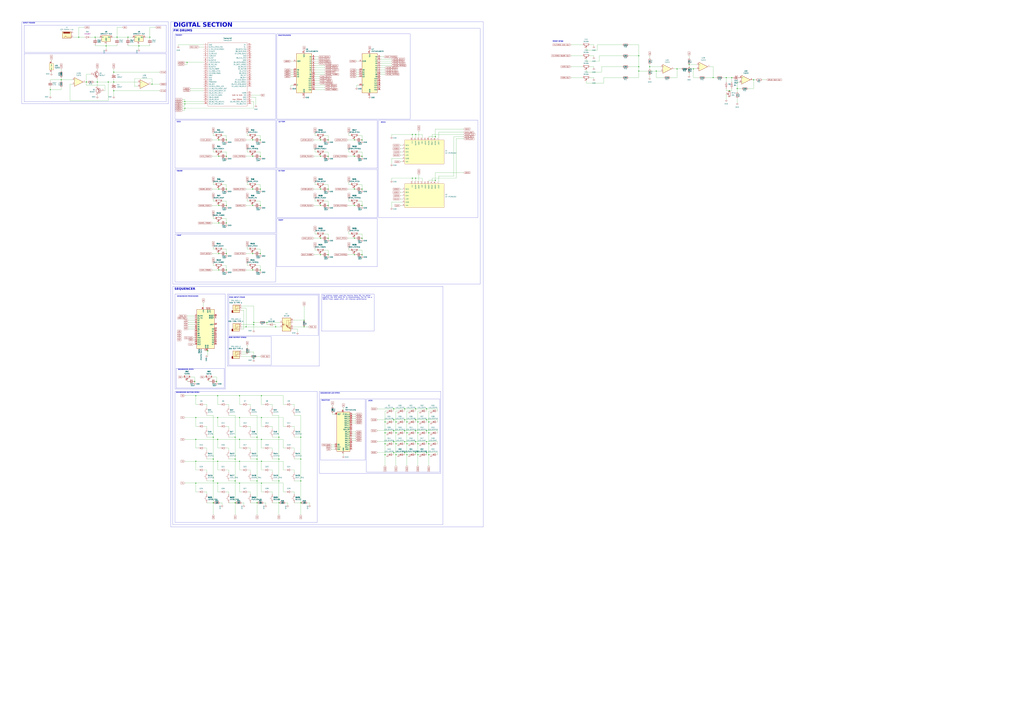
<source format=kicad_sch>
(kicad_sch (version 20250114) (generator "eeschema") (generator_version "9.0")
  (paper "A0")
  (rectangle (start 439.42 139.7) (end 554.99 252.73))
  (rectangle (start 265.43 391.16) (end 314.96 424.18))
  (rectangle (start 25.4 25.4) (end 195.58 120.65))
  (rectangle (start 203.2 39.37) (end 320.04 138.43))
  (rectangle (start 204.47 427.99) (end 260.35 450.85))
  (rectangle (start 1441.45 10.16) (end 1824.99 264.16))
  (rectangle (start 372.11 463.55) (end 424.18 534.67))
  (rectangle (start 321.31 254) (end 438.15 309.88))
  (rectangle (start 425.45 463.55) (end 510.54 548.64))
  (rectangle (start 203.2 139.7) (end 320.04 195.58))
  (rectangle (start 27.94 29.21) (end 193.04 60.96))
  (rectangle (start 203.2 196.85) (end 320.04 270.51))
  (rectangle (start 27.94 62.23) (end 193.04 118.11))
  (rectangle (start 203.2 341.63) (end 261.62 452.12))
  (rectangle (start 321.31 139.7) (end 438.15 195.58))
  (rectangle (start 321.31 196.85) (end 438.15 252.73))
  (rectangle (start 203.2 454.66) (end 368.3 607.06))
  (rectangle (start 203.2 271.78) (end 320.04 327.66))
  (rectangle (start 321.31 39.37) (end 476.25 138.43))
  (rectangle (start 200.66 332.74) (end 514.35 609.6))
  (rectangle (start 198.12 25.4) (end 561.34 612.14))
  (rectangle (start 370.84 454.66) (end 511.81 549.91))
  (rectangle (start 200.66 33.02) (end 557.53 330.2))
  (rectangle (start 265.43 342.9) (end 369.57 389.89))
  (rectangle (start 264.16 341.63) (end 370.84 425.45))
  (text "INPUT POWER\n" (at 26.67 27.178 0) (effects (font (size 1.27 1.27) (thickness 0.254) (bold yes)) (justify left)))
  (text "LO TOM\n" (at 323.342 141.986 0) (effects (font (size 1.27 1.27) (thickness 0.254) (bold yes)) (justify left)))
  (text "DIGITAL SECTION" (at 201.422 30.48 0) (effects (font (size 5.08 5.08) (thickness 1.016) (bold yes) (italic yes)) (justify left)))
  (text "MIDI OUTPUT STAGE" (at 275.844 392.684 0) (effects (font (size 1.27 1.27) (thickness 0.254) (bold yes))))
  (text "KICK DRUM FILTER STAGE\n" (at 1503.426 22.352 0) (effects (font (size 1.27 1.27) (thickness 0.254) (bold yes))))
  (text "MAX7219\n" (at 373.38 465.582 0) (effects (font (size 1.27 1.27) (thickness 0.254) (bold yes)) (justify left)))
  (text "MIDI INPUT STAGE" (at 275.336 345.948 0) (effects (font (size 1.27 1.27) (thickness 0.254) (bold yes))))
  (text "HI TOM" (at 323.342 199.136 0) (effects (font (size 1.27 1.27) (thickness 0.254) (bold yes)) (justify left)))
  (text "SEQUENCER BUTTON MTRX\n" (at 204.216 456.438 0) (effects (font (size 1.27 1.27) (thickness 0.254) (bold yes)) (justify left)))
  (text "FM DRUMS" (at 212.344 36.322 0) (effects (font (size 2.54 2.54) (thickness 0.254) (bold yes))))
  (text "OHAT" (at 323.342 256.286 0) (effects (font (size 1.27 1.27) (thickness 0.254) (bold yes)) (justify left)))
  (text "TEENSY " (at 208.026 41.402 0) (effects (font (size 1.27 1.27) (thickness 0.254) (bold yes))))
  (text "KICK" (at 205.232 141.986 0) (effects (font (size 1.27 1.27) (thickness 0.254) (bold yes)) (justify left)))
  (text "SEQUENCER_POTS\n" (at 215.646 429.768 0) (effects (font (size 1.27 1.27) (thickness 0.254) (bold yes))))
  (text "MIXER STAGE" (at 647.954 48.006 0) (effects (font (size 1.27 1.27) (thickness 0.254) (bold yes))))
  (text "SEQUENCER PROCESSOR\n" (at 217.932 344.678 0) (effects (font (size 1.27 1.27) (thickness 0.254) (bold yes))))
  (text "LEDS" (at 427.482 466.09 0) (effects (font (size 1.27 1.27) (thickness 0.254) (bold yes)) (justify left)))
  (text "SEQUENCER LED MTRX\n" (at 371.856 457.2 0) (effects (font (size 1.27 1.27) (thickness 0.254) (bold yes)) (justify left)))
  (text "DACS" (at 442.214 142.494 0) (effects (font (size 1.27 1.27) (thickness 0.254) (bold yes)) (justify left)))
  (text "ANALOGUE OUTPUT\n" (at 1786.128 24.638 0) (effects (font (size 5.08 5.08) (thickness 1.016) (bold yes))))
  (text "SEQUENCER" (at 214.63 336.55 0) (effects (font (size 2.54 2.54) (thickness 0.254) (bold yes))))
  (text "CHAT" (at 205.232 274.066 0) (effects (font (size 1.27 1.27) (thickness 0.254) (bold yes)) (justify left)))
  (text "MULTIPLEXERS\n" (at 323.088 41.656 0) (effects (font (size 1.27 1.27) (thickness 0.254) (bold yes)) (justify left)))
  (text "SNARE" (at 205.232 199.136 0) (effects (font (size 1.27 1.27) (thickness 0.254) (bold yes)) (justify left)))
  (text_box "The original model used the Arduino Nano R3. For better stability, the NEW Nano R4 is recommended. The R4 has a 48MHz Clock speed which, will improve performance" (at 373.38 341.63 0) (size 60.96 43.18) (margins 0.9525 0.9525 0.9525 0.9525) (effects (font (size 1.27 1.27)) (justify left top)))
  (junction (at 278.13 561.34))
  (junction (at 485.14 528.32))
  (junction (at 161.29 53.34))
  (junction (at 495.3 474.98))
  (junction (at 372.11 162.56))
  (junction (at 469.9 513.08))
  (junction (at 372.11 295.91))
  (junction (at 420.37 162.56))
  (junction (at 495.3 487.68))
  (junction (at 447.04 528.32))
  (junction (at 293.37 238.76))
  (junction (at 482.6 207.01))
  (junction (at 1549.4 101.6))
  (junction (at 497.84 515.62))
  (junction (at 495.3 513.08))
  (junction (at 323.85 508))
  (junction (at 273.05 584.2))
  (junction (at 278.13 535.94))
  (junction (at 132.08 83.82))
  (junction (at 762 82.55))
  (junction (at 254 294.64))
  (junction (at 1549.4 90.17))
  (junction (at 303.53 459.74))
  (junction (at 741.68 82.55))
  (junction (at 1601.47 69.85))
  (junction (at 411.48 181.61))
  (junction (at 309.88 374.65))
  (junction (at 800.1 74.93))
  (junction (at 135.89 43.18))
  (junction (at 353.06 379.73))
  (junction (at 472.44 515.62))
  (junction (at 459.74 502.92))
  (junction (at 123.19 53.34))
  (junction (at 754.38 77.47))
  (junction (at 472.44 528.32))
  (junction (at 320.04 379.73))
  (junction (at 505.46 158.75))
  (junction (at 447.04 490.22))
  (junction (at 227.33 459.74))
  (junction (at 482.6 487.68))
  (junction (at 227.33 535.94))
  (junction (at 1601.47 57.15))
  (junction (at 262.89 181.61))
  (junction (at 173.99 43.18))
  (junction (at 469.9 487.68))
  (junction (at 132.08 105.41))
  (junction (at 349.25 508))
  (junction (at 741.68 64.77))
  (junction (at 294.64 377.19))
  (junction (at 741.68 77.47))
  (junction (at 459.74 490.22))
  (junction (at 849.63 90.17))
  (junction (at 323.85 584.2))
  (junction (at 302.26 238.76))
  (junction (at 353.06 372.11))
  (junction (at 495.3 500.38))
  (junction (at 847.09 105.41))
  (junction (at 459.74 515.62))
  (junction (at 472.44 490.22))
  (junction (at 855.98 102.87))
  (junction (at 262.89 259.08))
  (junction (at 278.13 485.14))
  (junction (at 875.03 92.71))
  (junction (at 273.05 558.8))
  (junction (at 372.11 238.76))
  (junction (at 278.13 459.74))
  (junction (at 349.25 533.4))
  (junction (at 252.73 561.34))
  (junction (at 495.3 525.78))
  (junction (at 457.2 474.98))
  (junction (at 420.37 219.71))
  (junction (at 1520.19 83.82))
  (junction (at 214.63 120.65))
  (junction (at 251.46 443.23))
  (junction (at 1520.19 101.6))
  (junction (at 1565.91 90.17))
  (junction (at 247.65 558.8))
  (junction (at 505.46 209.55))
  (junction (at 381 295.91))
  (junction (at 372.11 276.86))
  (junction (at 411.48 238.76))
  (junction (at 100.33 95.25))
  (junction (at 786.13 80.01))
  (junction (at 420.37 238.76))
  (junction (at 302.26 294.64))
  (junction (at 457.2 525.78))
  (junction (at 293.37 313.69))
  (junction (at 226.06 443.23))
  (junction (at 262.89 294.64))
  (junction (at 293.37 219.71))
  (junction (at 482.6 156.21))
  (junction (at 349.25 584.2))
  (junction (at 132.08 95.25))
  (junction (at 148.59 43.18))
  (junction (at 125.73 95.25))
  (junction (at 482.6 500.38))
  (junction (at 298.45 533.4))
  (junction (at 411.48 162.56))
  (junction (at 227.33 510.54))
  (junction (at 323.85 533.4))
  (junction (at 254 313.69))
  (junction (at 302.26 219.71))
  (junction (at 372.11 181.61))
  (junction (at 447.04 515.62))
  (junction (at 302.26 181.61))
  (junction (at 254 219.71))
  (junction (at 828.04 90.17))
  (junction (at 497.84 528.32))
  (junction (at 262.89 219.71))
  (junction (at 273.05 533.4))
  (junction (at 478.79 156.21))
  (junction (at 485.14 502.92))
  (junction (at 303.53 535.94))
  (junction (at 805.18 80.01))
  (junction (at 303.53 510.54))
  (junction (at 411.48 295.91))
  (junction (at 247.65 584.2))
  (junction (at 262.89 313.69))
  (junction (at 1536.7 101.6))
  (junction (at 469.9 500.38))
  (junction (at 273.05 508))
  (junction (at 227.33 485.14))
  (junction (at 482.6 525.78))
  (junction (at 293.37 181.61))
  (junction (at 485.14 515.62))
  (junction (at 254 259.08))
  (junction (at 1581.15 69.85))
  (junction (at 294.64 374.65))
  (junction (at 1581.15 82.55))
  (junction (at 293.37 162.56))
  (junction (at 302.26 313.69))
  (junction (at 1536.7 88.9))
  (junction (at 420.37 295.91))
  (junction (at 91.44 43.18))
  (junction (at 247.65 533.4))
  (junction (at 469.9 474.98))
  (junction (at 214.63 118.11))
  (junction (at 176.53 97.79))
  (junction (at 217.17 72.39))
  (junction (at 71.12 92.71))
  (junction (at 497.84 490.22))
  (junction (at 303.53 485.14))
  (junction (at 252.73 485.14))
  (junction (at 262.89 162.56))
  (junction (at 411.48 276.86))
  (junction (at 469.9 525.78))
  (junction (at 420.37 276.86))
  (junction (at 227.33 561.34))
  (junction (at 459.74 528.32))
  (junction (at 214.63 125.73))
  (junction (at 252.73 459.74))
  (junction (at 110.49 43.18))
  (junction (at 457.2 513.08))
  (junction (at 381 181.61))
  (junction (at 285.75 379.73))
  (junction (at 252.73 510.54))
  (junction (at 1512.57 63.5))
  (junction (at 254 162.56))
  (junction (at 372.11 219.71))
  (junction (at 252.73 535.94))
  (junction (at 303.53 561.34))
  (junction (at 298.45 508))
  (junction (at 472.44 502.92))
  (junction (at 843.28 90.17))
  (junction (at 411.48 219.71))
  (junction (at 457.2 500.38))
  (junction (at 262.89 238.76))
  (junction (at 278.13 510.54))
  (junction (at 482.6 474.98))
  (junction (at 457.2 487.68))
  (junction (at 58.42 104.14))
  (junction (at 497.84 502.92))
  (junction (at 447.04 502.92))
  (junction (at 293.37 294.64))
  (junction (at 478.79 207.01))
  (junction (at 254 238.76))
  (junction (at 420.37 181.61))
  (junction (at 323.85 558.8))
  (junction (at 485.14 490.22))
  (junction (at 381 219.71))
  (junction (at 247.65 508))
  (junction (at 298.45 558.8))
  (junction (at 113.03 95.25))
  (junction (at 302.26 162.56))
  (junction (at 1512.57 57.15))
  (junction (at 254 181.61))
  (junction (at 1520.19 38.1))
  (junction (at 381 276.86))
  (junction (at 241.3 407.67))
  (junction (at 298.45 584.2))
  (junction (at 381 238.76))
  (junction (at 482.6 513.08))
  (junction (at 381 162.56))
  (junction (at 349.25 558.8))
  (wire (pts (xy 214.63 123.19) (xy 212.09 123.19)))
  (wire (pts (xy 255.27 294.64) (xy 254 294.64)))
  (wire (pts (xy 373.38 219.71) (xy 372.11 219.71)))
  (wire (pts (xy 381 238.76) (xy 381 240.03)))
  (wire (pts (xy 482.6 525.78) (xy 469.9 525.78)))
  (wire (pts (xy 538.48 149.86) (xy 505.46 149.86)))
  (wire (pts (xy 246.38 259.08) (xy 254 259.08)))
  (wire (pts (xy 398.78 473.71) (xy 398.78 476.25)))
  (wire (pts (xy 365.76 101.6) (xy 377.19 101.6)))
  (wire (pts (xy 285.75 358.14) (xy 280.67 358.14)))
  (wire (pts (xy 328.93 469.9) (xy 328.93 459.74)))
  (wire (pts (xy 237.49 571.5) (xy 240.03 571.5)))
  (wire (pts (xy 214.63 72.39) (xy 217.17 72.39)))
  (wire (pts (xy 462.28 477.52) (xy 459.74 477.52)))
  (wire (pts (xy 339.09 546.1) (xy 341.63 546.1)))
  (wire (pts (xy 323.85 533.4) (xy 323.85 508)))
  (wire (pts (xy 247.65 157.48) (xy 250.19 157.48)))
  (wire (pts (xy 224.79 394.97) (xy 226.06 394.97)))
  (wire (pts (xy 302.26 289.56) (xy 302.26 294.64)))
  (wire (pts (xy 160.02 100.33) (xy 156.21 100.33)))
  (wire (pts (xy 156.21 91.44) (xy 176.53 91.44)))
  (wire (pts (xy 254 181.61) (xy 254 180.34)))
  (wire (pts (xy 316.23 571.5) (xy 316.23 574.04)))
  (wire (pts (xy 1520.19 83.82) (xy 1520.19 86.36)))
  (wire (pts (xy 71.12 101.6) (xy 71.12 104.14)))
  (wire (pts (xy 110.49 43.18) (xy 110.49 44.45)))
  (wire (pts (xy 472.44 515.62) (xy 474.98 515.62)))
  (wire (pts (xy 58.42 101.6) (xy 58.42 104.14)))
  (wire (pts (xy 247.65 308.61) (xy 250.19 308.61)))
  (wire (pts (xy 420.37 233.68) (xy 420.37 238.76)))
  (wire (pts (xy 497.84 502.92) (xy 497.84 515.62)))
  (wire (pts (xy 441.96 83.82) (xy 447.04 83.82)))
  (wire (pts (xy 278.13 546.1) (xy 278.13 535.94)))
  (wire (pts (xy 482.6 207.01) (xy 482.6 210.82)))
  (wire (pts (xy 257.81 254) (xy 262.89 254)))
  (wire (pts (xy 754.38 77.47) (xy 767.08 77.47)))
  (wire (pts (xy 280.67 520.7) (xy 278.13 520.7)))
  (wire (pts (xy 214.63 128.27) (xy 214.63 125.73)))
  (wire (pts (xy 875.03 102.87) (xy 868.68 102.87)))
  (wire (pts (xy 662.94 52.07) (xy 676.91 52.07)))
  (wire (pts (xy 786.13 80.01) (xy 791.21 80.01)))
  (wire (pts (xy 262.89 157.48) (xy 262.89 162.56)))
  (wire (pts (xy 495.3 525.78) (xy 495.3 528.32)))
  (wire (pts (xy 485.14 490.22) (xy 487.68 490.22)))
  (wire (pts (xy 341.63 495.3) (xy 341.63 497.84)))
  (wire (pts (xy 252.73 561.34) (xy 278.13 561.34)))
  (wire (pts (xy 262.89 254) (xy 262.89 259.08)))
  (wire (pts (xy 247.65 254) (xy 250.19 254)))
  (wire (pts (xy 302.26 181.61) (xy 302.26 182.88)))
  (wire (pts (xy 365.76 88.9) (xy 370.84 88.9)))
  (wire (pts (xy 341.63 546.1) (xy 341.63 548.64)))
  (wire (pts (xy 415.29 176.53) (xy 420.37 176.53)))
  (wire (pts (xy 365.76 83.82) (xy 377.19 83.82)))
  (wire (pts (xy 381 233.68) (xy 381 238.76)))
  (wire (pts (xy 414.02 71.12) (xy 416.56 71.12)))
  (wire (pts (xy 288.29 469.9) (xy 290.83 469.9)))
  (wire (pts (xy 373.38 238.76) (xy 372.11 238.76)))
  (wire (pts (xy 331.47 495.3) (xy 328.93 495.3)))
  (wire (pts (xy 1581.15 82.55) (xy 1593.85 82.55)))
  (wire (pts (xy 265.43 520.7) (xy 265.43 523.24)))
  (wire (pts (xy 447.04 477.52) (xy 447.04 490.22)))
  (wire (pts (xy 302.26 157.48) (xy 302.26 162.56)))
  (wire (pts (xy 819.15 90.17) (xy 828.04 90.17)))
  (wire (pts (xy 290.83 533.4) (xy 298.45 533.4)))
  (wire (pts (xy 501.65 207.01) (xy 529.59 207.01)))
  (wire (pts (xy 273.05 482.6) (xy 273.05 508)))
  (wire (pts (xy 509.27 204.47) (xy 527.05 204.47)))
  (wire (pts (xy 255.27 259.08) (xy 254 259.08)))
  (wire (pts (xy 252.73 535.94) (xy 278.13 535.94)))
  (wire (pts (xy 420.37 176.53) (xy 420.37 181.61)))
  (wire (pts (xy 420.37 238.76) (xy 420.37 240.03)))
  (wire (pts (xy 485.14 477.52) (xy 485.14 490.22)))
  (wire (pts (xy 135.89 43.18) (xy 148.59 43.18)))
  (wire (pts (xy 464.82 223.52) (xy 467.36 223.52)))
  (wire (pts (xy 176.53 91.44) (xy 176.53 97.79)))
  (wire (pts (xy 365.76 290.83) (xy 368.3 290.83)))
  (wire (pts (xy 302.26 238.76) (xy 302.26 240.03)))
  (wire (pts (xy 1565.91 90.17) (xy 1565.91 92.71)))
  (wire (pts (xy 81.28 97.79) (xy 81.28 116.84)))
  (wire (pts (xy 505.46 209.55) (xy 497.84 209.55)))
  (wire (pts (xy 320.04 379.73) (xy 325.12 379.73)))
  (wire (pts (xy 490.22 210.82) (xy 490.22 207.01)))
  (wire (pts (xy 689.61 90.17) (xy 684.53 90.17)))
  (wire (pts (xy 529.59 161.29) (xy 538.48 161.29)))
  (wire (pts (xy 132.08 92.71) (xy 132.08 95.25)))
  (wire (pts (xy 420.37 295.91) (xy 420.37 297.18)))
  (wire (pts (xy 278.13 520.7) (xy 278.13 510.54)))
  (wire (pts (xy 693.42 52.07) (xy 722.63 52.07)))
  (wire (pts (xy 441.96 66.04) (xy 445.77 66.04)))
  (wire (pts (xy 1545.59 57.15) (xy 1601.47 57.15)))
  (wire (pts (xy 365.76 99.06) (xy 377.19 99.06)))
  (wire (pts (xy 237.49 546.1) (xy 240.03 546.1)))
  (wire (pts (xy 356.87 584.2) (xy 359.41 584.2)))
  (wire (pts (xy 485.14 502.92) (xy 487.68 502.92)))
  (wire (pts (xy 1490.98 58.42) (xy 1490.98 27.94)))
  (wire (pts (xy 482.6 487.68) (xy 482.6 490.22)))
  (wire (pts (xy 408.94 488.95) (xy 412.75 488.95)))
  (wire (pts (xy 527.05 204.47) (xy 527.05 158.75)))
  (wire (pts (xy 855.98 102.87) (xy 855.98 106.68)))
  (wire (pts (xy 447.04 528.32) (xy 449.58 528.32)))
  (wire (pts (xy 113.03 95.25) (xy 113.03 100.33)))
  (wire (pts (xy 405.13 269.24) (xy 405.13 271.78)))
  (wire (pts (xy 303.53 510.54) (xy 328.93 510.54)))
  (wire (pts (xy 411.48 219.71) (xy 411.48 218.44)))
  (wire (pts (xy 1487.17 58.42) (xy 1490.98 58.42)))
  (wire (pts (xy 415.29 290.83) (xy 420.37 290.83)))
  (wire (pts (xy 294.64 162.56) (xy 293.37 162.56)))
  (wire (pts (xy 414.02 88.9) (xy 416.56 88.9)))
  (wire (pts (xy 246.38 181.61) (xy 254 181.61)))
  (wire (pts (xy 237.49 495.3) (xy 240.03 495.3)))
  (wire (pts (xy 762 82.55) (xy 767.08 82.55)))
  (wire (pts (xy 372.11 181.61) (xy 372.11 180.34)))
  (wire (pts (xy 495.3 513.08) (xy 495.3 515.62)))
  (wire (pts (xy 495.3 474.98) (xy 495.3 477.52)))
  (wire (pts (xy 240.03 571.5) (xy 240.03 574.04)))
  (wire (pts (xy 331.47 520.7) (xy 328.93 520.7)))
  (wire (pts (xy 323.85 482.6) (xy 316.23 482.6)))
  (wire (pts (xy 278.13 469.9) (xy 278.13 459.74)))
  (wire (pts (xy 508 477.52) (xy 508 474.98)))
  (wire (pts (xy 331.47 469.9) (xy 328.93 469.9)))
  (wire (pts (xy 148.59 52.07) (xy 148.59 53.34)))
  (wire (pts (xy 508 513.08) (xy 495.3 513.08)))
  (wire (pts (xy 1565.91 82.55) (xy 1568.45 82.55)))
  (wire (pts (xy 265.43 469.9) (xy 265.43 472.44)))
  (wire (pts (xy 285.75 379.73) (xy 285.75 358.14)))
  (wire (pts (xy 252.73 546.1) (xy 255.27 546.1)))
  (wire (pts (xy 497.84 477.52) (xy 497.84 490.22)))
  (wire (pts (xy 100.33 95.25) (xy 101.6 95.25)))
  (wire (pts (xy 294.64 374.65) (xy 294.64 377.19)))
  (wire (pts (xy 135.89 52.07) (xy 135.89 53.34)))
  (wire (pts (xy 408.94 483.87) (xy 412.75 483.87)))
  (wire (pts (xy 298.45 414.02) (xy 302.26 414.02)))
  (wire (pts (xy 408.94 506.73) (xy 412.75 506.73)))
  (wire (pts (xy 1490.98 27.94) (xy 1645.92 27.94)))
  (wire (pts (xy 411.48 162.56) (xy 411.48 161.29)))
  (wire (pts (xy 252.73 546.1) (xy 252.73 535.94)))
  (wire (pts (xy 469.9 474.98) (xy 457.2 474.98)))
  (wire (pts (xy 294.64 377.19) (xy 280.67 377.19)))
  (wire (pts (xy 464.82 231.14) (xy 467.36 231.14)))
  (wire (pts (xy 125.73 95.25) (xy 132.08 95.25)))
  (wire (pts (xy 800.1 85.09) (xy 800.1 87.63)))
  (wire (pts (xy 247.65 287.02) (xy 247.65 289.56)))
  (wire (pts (xy 689.61 91.44) (xy 689.61 90.17)))
  (wire (pts (xy 1520.19 101.6) (xy 1520.19 105.41)))
  (wire (pts (xy 662.94 77.47) (xy 676.91 77.47)))
  (wire (pts (xy 482.6 487.68) (xy 469.9 487.68)))
  (wire (pts (xy 242.57 443.23) (xy 242.57 441.96)))
  (wire (pts (xy 257.81 289.56) (xy 262.89 289.56)))
  (wire (pts (xy 252.73 561.34) (xy 227.33 561.34)))
  (wire (pts (xy 227.33 469.9) (xy 229.87 469.9)))
  (wire (pts (xy 110.49 52.07) (xy 110.49 53.34)))
  (wire (pts (xy 1634.49 88.9) (xy 1634.49 87.63)))
  (wire (pts (xy 497.84 515.62) (xy 500.38 515.62)))
  (wire (pts (xy 1520.19 38.1) (xy 1520.19 58.42)))
  (wire (pts (xy 849.63 90.17) (xy 850.9 90.17)))
  (wire (pts (xy 302.26 233.68) (xy 302.26 238.76)))
  (wire (pts (xy 420.37 181.61) (xy 420.37 182.88)))
  (wire (pts (xy 454.66 184.15) (xy 467.36 184.15)))
  (wire (pts (xy 328.93 495.3) (xy 328.93 485.14)))
  (wire (pts (xy 278.13 485.14) (xy 303.53 485.14)))
  (wire (pts (xy 226.06 438.15) (xy 226.06 443.23)))
  (wire (pts (xy 381 162.56) (xy 381 163.83)))
  (wire (pts (xy 240.03 584.2) (xy 247.65 584.2)))
  (wire (pts (xy 247.65 154.94) (xy 247.65 157.48)))
  (wire (pts (xy 313.69 520.7) (xy 316.23 520.7)))
  (wire (pts (xy 798.83 80.01) (xy 805.18 80.01)))
  (wire (pts (xy 472.44 490.22) (xy 474.98 490.22)))
  (wire (pts (xy 341.63 469.9) (xy 341.63 472.44)))
  (wire (pts (xy 538.48 200.66) (xy 505.46 200.66)))
  (wire (pts (xy 273.05 533.4) (xy 273.05 558.8)))
  (wire (pts (xy 341.63 558.8) (xy 349.25 558.8)))
  (wire (pts (xy 849.63 90.17) (xy 849.63 95.25)))
  (wire (pts (xy 110.49 53.34) (xy 123.19 53.34)))
  (wire (pts (xy 680.72 58.42) (xy 693.42 58.42)))
  (wire (pts (xy 680.72 93.98) (xy 680.72 96.52)))
  (wire (pts (xy 441.96 81.28) (xy 447.04 81.28)))
  (wire (pts (xy 420.37 271.78) (xy 420.37 276.86)))
  (wire (pts (xy 365.76 212.09) (xy 365.76 214.63)))
  (wire (pts (xy 365.76 86.36) (xy 377.19 86.36)))
  (wire (pts (xy 501.65 210.82) (xy 501.65 207.01)))
  (wire (pts (xy 454.66 241.3) (xy 454.66 234.95)))
  (wire (pts (xy 303.53 495.3) (xy 303.53 485.14)))
  (wire (pts (xy 297.18 113.03) (xy 297.18 121.92)))
  (wire (pts (xy 246.38 219.71) (xy 254 219.71)))
  (wire (pts (xy 698.5 77.47) (xy 722.63 77.47)))
  (wire (pts (xy 287.02 231.14) (xy 287.02 233.68)))
  (wire (pts (xy 341.63 571.5) (xy 341.63 574.04)))
  (wire (pts (xy 328.93 571.5) (xy 331.47 571.5)))
  (wire (pts (xy 464.82 227.33) (xy 467.36 227.33)))
  (wire (pts (xy 457.2 487.68) (xy 457.2 490.22)))
  (wire (pts (xy 252.73 520.7) (xy 252.73 510.54)))
  (wire (pts (xy 262.89 176.53) (xy 262.89 181.61)))
  (wire (pts (xy 405.13 154.94) (xy 405.13 157.48)))
  (wire (pts (xy 85.09 43.18) (xy 91.44 43.18)))
  (wire (pts (xy 340.36 372.11) (xy 353.06 372.11)))
  (wire (pts (xy 373.38 295.91) (xy 372.11 295.91)))
  (wire (pts (xy 1512.57 63.5) (xy 1512.57 57.15)))
  (wire (pts (xy 241.3 407.67) (xy 241.3 414.02)))
  (wire (pts (xy 218.44 443.23) (xy 217.17 443.23)))
  (wire (pts (xy 1497.33 63.5) (xy 1499.87 63.5)))
  (wire (pts (xy 730.25 77.47) (xy 741.68 77.47)))
  (wire (pts (xy 405.13 290.83) (xy 407.67 290.83)))
  (wire (pts (xy 254 162.56) (xy 254 161.29)))
  (wire (pts (xy 412.75 238.76) (xy 411.48 238.76)))
  (wire (pts (xy 316.23 584.2) (xy 323.85 584.2)))
  (wire (pts (xy 214.63 459.74) (xy 227.33 459.74)))
  (wire (pts (xy 508 528.32) (xy 508 525.78)))
  (wire (pts (xy 375.92 271.78) (xy 381 271.78)))
  (wire (pts (xy 403.86 162.56) (xy 411.48 162.56)))
  (wire (pts (xy 1581.15 69.85) (xy 1581.15 71.12)))
  (wire (pts (xy 339.09 495.3) (xy 341.63 495.3)))
  (wire (pts (xy 142.24 31.75) (xy 135.89 31.75)))
  (wire (pts (xy 478.79 207.01) (xy 482.6 207.01)))
  (wire (pts (xy 71.12 92.71) (xy 71.12 93.98)))
  (wire (pts (xy 214.63 485.14) (xy 227.33 485.14)))
  (wire (pts (xy 168.91 43.18) (xy 173.99 43.18)))
  (wire (pts (xy 1543.05 83.82) (xy 1545.59 83.82)))
  (wire (pts (xy 398.78 527.05) (xy 398.78 529.59)))
  (wire (pts (xy 83.82 97.79) (xy 81.28 97.79)))
  (wire (pts (xy 306.07 546.1) (xy 303.53 546.1)))
  (wire (pts (xy 495.3 500.38) (xy 482.6 500.38)))
  (wire (pts (xy 91.44 43.18) (xy 97.79 43.18)))
  (wire (pts (xy 224.79 400.05) (xy 226.06 400.05)))
  (wire (pts (xy 227.33 485.14) (xy 227.33 495.3)))
  (wire (pts (xy 1581.15 82.55) (xy 1576.07 82.55)))
  (wire (pts (xy 110.49 43.18) (xy 115.57 43.18)))
  (wire (pts (xy 490.22 207.01) (xy 482.6 207.01)))
  (wire (pts (xy 113.03 110.49) (xy 113.03 111.76)))
  (wire (pts (xy 262.89 289.56) (xy 262.89 294.64)))
  (wire (pts (xy 341.63 533.4) (xy 349.25 533.4)))
  (wire (pts (xy 364.49 276.86) (xy 372.11 276.86)))
  (wire (pts (xy 411.48 181.61) (xy 411.48 180.34)))
  (wire (pts (xy 323.85 558.8) (xy 323.85 533.4)))
  (wire (pts (xy 1543.05 88.9) (xy 1543.05 83.82)))
  (wire (pts (xy 237.49 469.9) (xy 240.03 469.9)))
  (wire (pts (xy 441.96 86.36) (xy 447.04 86.36)))
  (wire (pts (xy 254 238.76) (xy 254 237.49)))
  (wire (pts (xy 302.26 162.56) (xy 302.26 163.83)))
  (wire (pts (xy 306.07 495.3) (xy 303.53 495.3)))
  (wire (pts (xy 59.69 69.85) (xy 59.69 71.12)))
  (wire (pts (xy 341.63 508) (xy 349.25 508)))
  (wire (pts (xy 454.66 190.5) (xy 454.66 184.15)))
  (wire (pts (xy 1565.91 100.33) (xy 1565.91 101.6)))
  (wire (pts (xy 337.82 88.9) (xy 340.36 88.9)))
  (wire (pts (xy 176.53 97.79) (xy 175.26 97.79)))
  (wire (pts (xy 508 487.68) (xy 495.3 487.68)))
  (wire (pts (xy 730.25 52.07) (xy 741.68 52.07)))
  (wire (pts (xy 320.04 377.19) (xy 320.04 379.73)))
  (wire (pts (xy 478.79 156.21) (xy 482.6 156.21)))
  (wire (pts (xy 252.73 495.3) (xy 252.73 485.14)))
  (wire (pts (xy 695.96 64.77) (xy 722.63 64.77)))
  (wire (pts (xy 381 214.63) (xy 381 219.71)))
  (wire (pts (xy 509.27 210.82) (xy 509.27 204.47)))
  (wire (pts (xy 306.07 469.9) (xy 303.53 469.9)))
  (wire (pts (xy 287.02 308.61) (xy 289.56 308.61)))
  (wire (pts (xy 316.23 469.9) (xy 316.23 472.44)))
  (wire (pts (xy 873.76 92.71) (xy 875.03 92.71)))
  (wire (pts (xy 247.65 173.99) (xy 247.65 176.53)))
  (wire (pts (xy 828.04 77.47) (xy 824.23 77.47)))
  (wire (pts (xy 105.41 43.18) (xy 110.49 43.18)))
  (wire (pts (xy 285.75 294.64) (xy 293.37 294.64)))
  (wire (pts (xy 762 90.17) (xy 762 82.55)))
  (wire (pts (xy 454.66 234.95) (xy 467.36 234.95)))
  (wire (pts (xy 278.13 535.94) (xy 303.53 535.94)))
  (wire (pts (xy 381 295.91) (xy 381 297.18)))
  (wire (pts (xy 689.61 78.74) (xy 689.61 77.47)))
  (wire (pts (xy 262.89 219.71) (xy 262.89 220.98)))
  (wire (pts (xy 405.13 288.29) (xy 405.13 290.83)))
  (wire (pts (xy 386.08 471.17) (xy 386.08 472.44)))
  (wire (pts (xy 246.38 162.56) (xy 254 162.56)))
  (wire (pts (xy 478.79 160.02) (xy 478.79 156.21)))
  (wire (pts (xy 754.38 87.63) (xy 754.38 90.17)))
  (wire (pts (xy 741.68 82.55) (xy 762 82.55)))
  (wire (pts (xy 265.43 558.8) (xy 273.05 558.8)))
  (wire (pts (xy 464.82 172.72) (xy 467.36 172.72)))
  (wire (pts (xy 214.63 115.57) (xy 214.63 118.11)))
  (wire (pts (xy 680.72 68.58) (xy 680.72 71.12)))
  (wire (pts (xy 1563.37 72.39) (xy 1563.37 69.85)))
  (wire (pts (xy 754.38 74.93) (xy 754.38 77.47)))
  (wire (pts (xy 173.99 52.07) (xy 173.99 53.34)))
  (wire (pts (xy 214.63 535.94) (xy 227.33 535.94)))
  (wire (pts (xy 303.53 561.34) (xy 328.93 561.34)))
  (wire (pts (xy 285.75 181.61) (xy 293.37 181.61)))
  (wire (pts (xy 469.9 525.78) (xy 469.9 528.32)))
  (wire (pts (xy 497.84 209.55) (xy 497.84 210.82)))
  (wire (pts (xy 247.65 289.56) (xy 250.19 289.56)))
  (wire (pts (xy 384.81 521.97) (xy 388.62 521.97)))
  (wire (pts (xy 828.04 77.47) (xy 828.04 90.17)))
  (wire (pts (xy 464.82 168.91) (xy 467.36 168.91)))
  (wire (pts (xy 290.83 558.8) (xy 298.45 558.8)))
  (wire (pts (xy 290.83 469.9) (xy 290.83 472.44)))
  (wire (pts (xy 359.41 584.2) (xy 359.41 586.74)))
  (wire (pts (xy 365.76 93.98) (xy 370.84 93.98)))
  (wire (pts (xy 283.21 584.2) (xy 283.21 586.74)))
  (wire (pts (xy 328.93 520.7) (xy 328.93 510.54)))
  (wire (pts (xy 412.75 276.86) (xy 411.48 276.86)))
  (wire (pts (xy 297.18 157.48) (xy 302.26 157.48)))
  (wire (pts (xy 1549.4 88.9) (xy 1549.4 90.17)))
  (wire (pts (xy 292.1 110.49) (xy 302.26 110.49)))
  (wire (pts (xy 505.46 160.02) (xy 505.46 158.75)))
  (wire (pts (xy 684.53 64.77) (xy 689.61 64.77)))
  (wire (pts (xy 257.81 176.53) (xy 262.89 176.53)))
  (wire (pts (xy 331.47 546.1) (xy 328.93 546.1)))
  (wire (pts (xy 252.73 510.54) (xy 278.13 510.54)))
  (wire (pts (xy 135.89 31.75) (xy 135.89 43.18)))
  (wire (pts (xy 365.76 154.94) (xy 365.76 157.48)))
  (wire (pts (xy 438.15 513.08) (xy 457.2 513.08)))
  (wire (pts (xy 1536.7 100.33) (xy 1536.7 101.6)))
  (wire (pts (xy 1549.4 90.17) (xy 1549.4 92.71)))
  (wire (pts (xy 290.83 520.7) (xy 290.83 523.24)))
  (wire (pts (xy 1520.19 83.82) (xy 1532.89 83.82)))
  (wire (pts (xy 252.73 485.14) (xy 227.33 485.14)))
  (wire (pts (xy 754.38 77.47) (xy 754.38 80.01)))
  (wire (pts (xy 464.82 238.76) (xy 467.36 238.76)))
  (wire (pts (xy 294.64 118.11) (xy 294.64 125.73)))
  (wire (pts (xy 403.86 219.71) (xy 411.48 219.71)))
  (wire (pts (xy 247.65 233.68) (xy 250.19 233.68)))
  (wire (pts (xy 420.37 290.83) (xy 420.37 295.91)))
  (wire (pts (xy 411.48 295.91) (xy 411.48 294.64)))
  (wire (pts (xy 255.27 181.61) (xy 254 181.61)))
  (wire (pts (xy 415.29 214.63) (xy 420.37 214.63)))
  (wire (pts (xy 290.83 546.1) (xy 290.83 548.64)))
  (wire (pts (xy 843.28 90.17) (xy 843.28 95.25)))
  (wire (pts (xy 505.46 158.75) (xy 497.84 158.75)))
  (wire (pts (xy 403.86 181.61) (xy 411.48 181.61)))
  (wire (pts (xy 302.26 294.64) (xy 302.26 295.91)))
  (wire (pts (xy 227.33 495.3) (xy 229.87 495.3)))
  (wire (pts (xy 278.13 571.5) (xy 278.13 561.34)))
  (wire (pts (xy 58.42 92.71) (xy 71.12 92.71)))
  (wire (pts (xy 464.82 176.53) (xy 467.36 176.53)))
  (wire (pts (xy 800.1 64.77) (xy 800.1 67.31)))
  (wire (pts (xy 408.94 491.49) (xy 412.75 491.49)))
  (wire (pts (xy 123.19 50.8) (xy 123.19 53.34)))
  (wire (pts (xy 412.75 295.91) (xy 411.48 295.91)))
  (wire (pts (xy 313.69 469.9) (xy 316.23 469.9)))
  (wire (pts (xy 252.73 469.9) (xy 255.27 469.9)))
  (wire (pts (xy 237.49 520.7) (xy 240.03 520.7)))
  (wire (pts (xy 770.89 90.17) (xy 762 90.17)))
  (wire (pts (xy 508 525.78) (xy 495.3 525.78)))
  (wire (pts (xy 365.76 288.29) (xy 365.76 290.83)))
  (wire (pts (xy 217.17 72.39) (xy 217.17 74.93)))
  (wire (pts (xy 1512.57 57.15) (xy 1525.27 57.15)))
  (wire (pts (xy 372.11 276.86) (xy 372.11 275.59)))
  (wire (pts (xy 105.41 86.36) (xy 100.33 86.36)))
  (wire (pts (xy 1470.66 60.96) (xy 1477.01 60.96)))
  (wire (pts (xy 262.89 162.56) (xy 262.89 163.83)))
  (wire (pts (xy 459.74 477.52) (xy 459.74 490.22)))
  (wire (pts (xy 414.02 99.06) (xy 416.56 99.06)))
  (wire (pts (xy 469.9 487.68) (xy 469.9 490.22)))
  (wire (pts (xy 1536.7 88.9) (xy 1543.05 88.9)))
  (wire (pts (xy 240.03 533.4) (xy 247.65 533.4)))
  (wire (pts (xy 240.03 508) (xy 247.65 508)))
  (wire (pts (xy 273.05 584.2) (xy 273.05 598.17)))
  (wire (pts (xy 1601.47 57.15) (xy 1601.47 50.8)))
  (wire (pts (xy 294.64 238.76) (xy 293.37 238.76)))
  (wire (pts (xy 469.9 525.78) (xy 457.2 525.78)))
  (wire (pts (xy 420.37 214.63) (xy 420.37 219.71)))
  (wire (pts (xy 662.94 90.17) (xy 676.91 90.17)))
  (wire (pts (xy 411.48 276.86) (xy 411.48 275.59)))
  (wire (pts (xy 1601.47 69.85) (xy 1605.28 69.85)))
  (wire (pts (xy 414.02 101.6) (xy 414.02 99.06)))
  (wire (pts (xy 298.45 598.17) (xy 298.45 584.2)))
  (wire (pts (xy 497.84 528.32) (xy 497.84 541.02)))
  (wire (pts (xy 412.75 219.71) (xy 411.48 219.71)))
  (wire (pts (xy 1487.17 63.5) (xy 1489.71 63.5)))
  (wire (pts (xy 375.92 157.48) (xy 381 157.48)))
  (wire (pts (xy 885.19 92.71) (xy 890.27 92.71)))
  (wire (pts (xy 420.37 162.56) (xy 420.37 163.83)))
  (wire (pts (xy 447.04 515.62) (xy 449.58 515.62)))
  (wire (pts (xy 288.29 571.5) (xy 290.83 571.5)))
  (wire (pts (xy 411.48 238.76) (xy 411.48 237.49)))
  (wire (pts (xy 323.85 508) (xy 323.85 482.6)))
  (wire (pts (xy 500.38 477.52) (xy 497.84 477.52)))
  (wire (pts (xy 287.02 157.48) (xy 289.56 157.48)))
  (wire (pts (xy 337.82 99.06) (xy 340.36 99.06)))
  (wire (pts (xy 148.59 53.34) (xy 161.29 53.34)))
  (wire (pts (xy 298.45 508) (xy 298.45 482.6)))
  (wire (pts (xy 337.82 86.36) (xy 340.36 86.36)))
  (wire (pts (xy 459.74 515.62) (xy 459.74 528.32)))
  (wire (pts (xy 58.42 104.14) (xy 58.42 111.76)))
  (wire (pts (xy 287.02 233.68) (xy 289.56 233.68)))
  (wire (pts (xy 247.65 251.46) (xy 247.65 254)))
  (wire (pts (xy 381 290.83) (xy 381 295.91)))
  (wire (pts (xy 415.29 271.78) (xy 420.37 271.78)))
  (wire (pts (xy 375.92 290.83) (xy 381 290.83)))
  (wire (pts (xy 212.09 438.15) (xy 213.36 438.15)))
  (wire (pts (xy 132.08 80.01) (xy 132.08 83.82)))
  (wire (pts (xy 109.22 95.25) (xy 113.03 95.25)))
  (wire (pts (xy 365.76 176.53) (xy 368.3 176.53)))
  (wire (pts (xy 251.46 443.23) (xy 251.46 444.5)))
  (wire (pts (xy 132.08 95.25) (xy 160.02 95.25)))
  (wire (pts (xy 505.46 200.66) (xy 505.46 209.55)))
  (wire (pts (xy 464.82 180.34) (xy 467.36 180.34)))
  (wire (pts (xy 365.76 173.99) (xy 365.76 176.53)))
  (wire (pts (xy 280.67 414.02) (xy 290.83 414.02)))
  (wire (pts (xy 290.83 508) (xy 298.45 508)))
  (wire (pts (xy 754.38 64.77) (xy 754.38 67.31)))
  (wire (pts (xy 420.37 157.48) (xy 420.37 162.56)))
  (wire (pts (xy 485.14 502.92) (xy 485.14 515.62)))
  (wire (pts (xy 302.26 219.71) (xy 302.26 220.98)))
  (wire (pts (xy 482.6 525.78) (xy 482.6 528.32)))
  (wire (pts (xy 227.33 520.7) (xy 229.87 520.7)))
  (wire (pts (xy 59.69 83.82) (xy 59.69 85.09)))
  (wire (pts (xy 353.06 379.73) (xy 358.14 379.73)))
  (wire (pts (xy 257.81 584.2) (xy 257.81 586.74)))
  (wire (pts (xy 227.33 571.5) (xy 229.87 571.5)))
  (wire (pts (xy 302.26 308.61) (xy 302.26 313.69)))
  (wire (pts (xy 308.61 374.65) (xy 309.88 374.65)))
  (wire (pts (xy 1549.4 100.33) (xy 1549.4 101.6)))
  (wire (pts (xy 318.77 377.19) (xy 320.04 377.19)))
  (wire (pts (xy 497.84 515.62) (xy 497.84 528.32)))
  (wire (pts (xy 365.76 66.04) (xy 369.57 66.04)))
  (wire (pts (xy 447.04 490.22) (xy 447.04 502.92)))
  (wire (pts (xy 843.28 90.17) (xy 849.63 90.17)))
  (wire (pts (xy 349.25 482.6) (xy 341.63 482.6)))
  (wire (pts (xy 372.11 238.76) (xy 372.11 237.49)))
  (wire (pts (xy 247.65 214.63) (xy 250.19 214.63)))
  (wire (pts (xy 1565.91 90.17) (xy 1565.91 82.55)))
  (wire (pts (xy 254 259.08) (xy 254 257.81)))
  (wire (pts (xy 227.33 459.74) (xy 227.33 469.9)))
  (wire (pts (xy 1581.15 69.85) (xy 1588.77 69.85)))
  (wire (pts (xy 302.26 214.63) (xy 302.26 219.71)))
  (wire (pts (xy 294.64 377.19) (xy 294.64 383.54)))
  (wire (pts (xy 861.06 102.87) (xy 855.98 102.87)))
  (wire (pts (xy 365.76 71.12) (xy 369.57 71.12)))
  (wire (pts (xy 113.03 80.01) (xy 113.03 81.28)))
  (wire (pts (xy 381 181.61) (xy 381 182.88)))
  (wire (pts (xy 297.18 308.61) (xy 302.26 308.61)))
  (wire (pts (xy 365.76 231.14) (xy 365.76 233.68)))
  (wire (pts (xy 1564.64 90.17) (xy 1565.91 90.17)))
  (wire (pts (xy 214.63 123.19) (xy 214.63 120.65)))
  (wire (pts (xy 680.72 81.28) (xy 680.72 83.82)))
  (wire (pts (xy 415.29 157.48) (xy 420.37 157.48)))
  (wire (pts (xy 262.89 214.63) (xy 262.89 219.71)))
  (wire (pts (xy 875.03 92.71) (xy 877.57 92.71)))
  (wire (pts (xy 381 271.78) (xy 381 276.86)))
  (wire (pts (xy 381 219.71) (xy 381 220.98)))
  (wire (pts (xy 220.98 438.15) (xy 226.06 438.15)))
  (wire (pts (xy 173.99 43.18) (xy 173.99 44.45)))
  (wire (pts (xy 91.44 31.75) (xy 91.44 43.18)))
  (wire (pts (xy 280.67 546.1) (xy 278.13 546.1)))
  (wire (pts (xy 689.61 77.47) (xy 684.53 77.47)))
  (wire (pts (xy 459.74 490.22) (xy 462.28 490.22)))
  (wire (pts (xy 497.84 528.32) (xy 500.38 528.32)))
  (wire (pts (xy 457.2 500.38) (xy 457.2 502.92)))
  (wire (pts (xy 701.04 90.17) (xy 722.63 90.17)))
  (wire (pts (xy 280.67 360.68) (xy 283.21 360.68)))
  (wire (pts (xy 855.98 95.25) (xy 858.52 95.25)))
  (wire (pts (xy 252.73 469.9) (xy 252.73 459.74)))
  (wire (pts (xy 495.3 525.78) (xy 482.6 525.78)))
  (wire (pts (xy 313.69 495.3) (xy 316.23 495.3)))
  (wire (pts (xy 214.63 118.11) (xy 236.22 118.11)))
  (wire (pts (xy 364.49 219.71) (xy 372.11 219.71)))
  (wire (pts (xy 527.05 158.75) (xy 538.48 158.75)))
  (wire (pts (xy 353.06 355.6) (xy 353.06 372.11)))
  (wire (pts (xy 364.49 295.91) (xy 372.11 295.91)))
  (wire (pts (xy 349.25 558.8) (xy 349.25 533.4)))
  (wire (pts (xy 180.34 31.75) (xy 173.99 31.75)))
  (wire (pts (xy 828.04 90.17) (xy 831.85 90.17)))
  (wire (pts (xy 381 157.48) (xy 381 162.56)))
  (wire (pts (xy 252.73 485.14) (xy 278.13 485.14)))
  (wire (pts (xy 485.14 515.62) (xy 485.14 528.32)))
  (wire (pts (xy 273.05 508) (xy 273.05 533.4)))
  (wire (pts (xy 1520.19 68.58) (xy 1520.19 83.82)))
  (wire (pts (xy 247.65 482.6) (xy 240.03 482.6)))
  (wire (pts (xy 341.63 584.2) (xy 349.25 584.2)))
  (wire (pts (xy 287.02 287.02) (xy 287.02 289.56)))
  (wire (pts (xy 339.09 520.7) (xy 341.63 520.7)))
  (wire (pts (xy 212.09 128.27) (xy 214.63 128.27)))
  (wire (pts (xy 71.12 80.01) (xy 71.12 82.55)))
  (wire (pts (xy 472.44 477.52) (xy 472.44 490.22)))
  (wire (pts (xy 135.89 43.18) (xy 135.89 44.45)))
  (wire (pts (xy 438.15 525.78) (xy 457.2 525.78)))
  (wire (pts (xy 786.13 90.17) (xy 786.13 80.01)))
  (wire (pts (xy 265.43 584.2) (xy 273.05 584.2)))
  (wire (pts (xy 501.65 156.21) (xy 501.65 160.02)))
  (wire (pts (xy 1520.19 101.6) (xy 1536.7 101.6)))
  (wire (pts (xy 875.03 92.71) (xy 875.03 102.87)))
  (wire (pts (xy 303.53 469.9) (xy 303.53 459.74)))
  (wire (pts (xy 306.07 520.7) (xy 303.53 520.7)))
  (wire (pts (xy 1651 74.93) (xy 1645.92 74.93)))
  (wire (pts (xy 316.23 508) (xy 323.85 508)))
  (wire (pts (xy 71.12 92.71) (xy 83.82 92.71)))
  (wire (pts (xy 340.36 379.73) (xy 353.06 379.73)))
  (wire (pts (xy 265.43 495.3) (xy 265.43 497.84)))
  (wire (pts (xy 247.65 482.6) (xy 247.65 508)))
  (wire (pts (xy 441.96 78.74) (xy 447.04 78.74)))
  (wire (pts (xy 486.41 152.4) (xy 486.41 160.02)))
  (wire (pts (xy 495.3 500.38) (xy 495.3 502.92)))
  (wire (pts (xy 497.84 502.92) (xy 500.38 502.92)))
  (wire (pts (xy 482.6 474.98) (xy 482.6 477.52)))
  (wire (pts (xy 257.81 233.68) (xy 262.89 233.68)))
  (wire (pts (xy 405.13 212.09) (xy 405.13 214.63)))
  (wire (pts (xy 252.73 520.7) (xy 255.27 520.7)))
  (wire (pts (xy 373.38 181.61) (xy 372.11 181.61)))
  (wire (pts (xy 287.02 214.63) (xy 289.56 214.63)))
  (wire (pts (xy 495.3 487.68) (xy 482.6 487.68)))
  (wire (pts (xy 497.84 490.22) (xy 500.38 490.22)))
  (wire (pts (xy 405.13 173.99) (xy 405.13 176.53)))
  (wire (pts (xy 288.29 495.3) (xy 290.83 495.3)))
  (wire (pts (xy 298.45 482.6) (xy 290.83 482.6)))
  (wire (pts (xy 293.37 162.56) (xy 293.37 161.29)))
  (wire (pts (xy 472.44 528.32) (xy 474.98 528.32)))
  (wire (pts (xy 508 474.98) (xy 495.3 474.98)))
  (wire (pts (xy 309.88 377.19) (xy 309.88 374.65)))
  (wire (pts (xy 293.37 238.76) (xy 293.37 237.49)))
  (wire (pts (xy 693.42 52.07) (xy 693.42 58.42)))
  (wire (pts (xy 365.76 81.28) (xy 377.19 81.28)))
  (wire (pts (xy 262.89 238.76) (xy 262.89 240.03)))
  (wire (pts (xy 262.89 259.08) (xy 262.89 260.35)))
  (wire (pts (xy 472.44 528.32) (xy 472.44 541.02)))
  (wire (pts (xy 265.43 571.5) (xy 265.43 574.04)))
  (wire (pts (xy 490.22 156.21) (xy 482.6 156.21)))
  (wire (pts (xy 741.68 77.47) (xy 741.68 64.77)))
  (wire (pts (xy 373.38 162.56) (xy 372.11 162.56)))
  (wire (pts (xy 365.76 96.52) (xy 370.84 96.52)))
  (wire (pts (xy 1661.16 72.39) (xy 1662.43 72.39)))
  (wire (pts (xy 313.69 546.1) (xy 316.23 546.1)))
  (wire (pts (xy 252.73 571.5) (xy 252.73 561.34)))
  (wire (pts (xy 218.44 382.27) (xy 226.06 382.27)))
  (wire (pts (xy 292.1 113.03) (xy 297.18 113.03)))
  (wire (pts (xy 365.76 76.2) (xy 377.19 76.2)))
  (wire (pts (xy 303.53 546.1) (xy 303.53 535.94)))
  (wire (pts (xy 287.02 212.09) (xy 287.02 214.63)))
  (wire (pts (xy 438.15 474.98) (xy 457.2 474.98)))
  (wire (pts (xy 185.42 105.41) (xy 132.08 105.41)))
  (wire (pts (xy 403.86 238.76) (xy 411.48 238.76)))
  (wire (pts (xy 287.02 154.94) (xy 287.02 157.48)))
  (wire (pts (xy 730.25 90.17) (xy 741.68 90.17)))
  (wire (pts (xy 71.12 104.14) (xy 58.42 104.14)))
  (wire (pts (xy 847.09 105.41) (xy 843.28 105.41)))
  (wire (pts (xy 438.15 500.38) (xy 457.2 500.38)))
  (wire (pts (xy 287.02 289.56) (xy 289.56 289.56)))
  (wire (pts (xy 262.89 181.61) (xy 262.89 182.88)))
  (wire (pts (xy 420.37 276.86) (xy 420.37 278.13)))
  (wire (pts (xy 265.43 508) (xy 273.05 508)))
  (wire (pts (xy 247.65 584.2) (xy 247.65 598.17)))
  (wire (pts (xy 662.94 64.77) (xy 676.91 64.77)))
  (wire (pts (xy 1536.7 101.6) (xy 1549.4 101.6)))
  (wire (pts (xy 741.68 77.47) (xy 741.68 82.55)))
  (wire (pts (xy 220.98 102.87) (xy 236.22 102.87)))
  (wire (pts (xy 290.83 584.2) (xy 298.45 584.2)))
  (wire (pts (xy 414.02 81.28) (xy 416.56 81.28)))
  (wire (pts (xy 365.76 269.24) (xy 365.76 271.78)))
  (wire (pts (xy 1612.9 69.85) (xy 1616.71 69.85)))
  (wire (pts (xy 420.37 219.71) (xy 420.37 220.98)))
  (wire (pts (xy 1601.47 43.18) (xy 1601.47 38.1)))
  (wire (pts (xy 130.81 43.18) (xy 135.89 43.18)))
  (wire (pts (xy 375.92 176.53) (xy 381 176.53)))
  (wire (pts (xy 441.96 71.12) (xy 454.66 71.12)))
  (wire (pts (xy 698.5 83.82) (xy 698.5 77.47)))
  (wire (pts (xy 247.65 176.53) (xy 250.19 176.53)))
  (wire (pts (xy 246.38 238.76) (xy 254 238.76)))
  (wire (pts (xy 1549.4 90.17) (xy 1557.02 90.17)))
  (wire (pts (xy 294.64 294.64) (xy 293.37 294.64)))
  (wire (pts (xy 246.38 294.64) (xy 254 294.64)))
  (wire (pts (xy 1520.19 38.1) (xy 1601.47 38.1)))
  (wire (pts (xy 478.79 210.82) (xy 478.79 207.01)))
  (wire (pts (xy 148.59 43.18) (xy 148.59 44.45)))
  (wire (pts (xy 843.28 109.22) (xy 843.28 115.57)))
  (wire (pts (xy 529.59 207.01) (xy 529.59 161.29)))
  (wire (pts (xy 207.01 52.07) (xy 207.01 53.34)))
  (wire (pts (xy 81.28 116.84) (xy 125.73 116.84)))
  (wire (pts (xy 280.67 379.73) (xy 285.75 379.73)))
  (wire (pts (xy 121.92 99.06) (xy 121.92 105.41)))
  (wire (pts (xy 472.44 490.22) (xy 472.44 502.92)))
  (wire (pts (xy 285.75 162.56) (xy 293.37 162.56)))
  (wire (pts (xy 323.85 584.2) (xy 323.85 558.8)))
  (wire (pts (xy 364.49 238.76) (xy 372.11 238.76)))
  (wire (pts (xy 311.15 377.19) (xy 309.88 377.19)))
  (wire (pts (xy 294.64 219.71) (xy 293.37 219.71)))
  (wire (pts (xy 447.04 528.32) (xy 447.04 541.02)))
  (wire (pts (xy 405.13 271.78) (xy 407.67 271.78)))
  (wire (pts (xy 218.44 379.73) (xy 226.06 379.73)))
  (wire (pts (xy 285.75 238.76) (xy 293.37 238.76)))
  (wire (pts (xy 298.45 584.2) (xy 298.45 558.8)))
  (wire (pts (xy 265.43 546.1) (xy 265.43 548.64)))
  (wire (pts (xy 293.37 294.64) (xy 293.37 293.37)))
  (wire (pts (xy 509.27 160.02) (xy 509.27 153.67)))
  (wire (pts (xy 302.26 313.69) (xy 302.26 314.96)))
  (wire (pts (xy 334.01 584.2) (xy 334.01 586.74)))
  (wire (pts (xy 1634.49 73.66) (xy 1634.49 80.01)))
  (wire (pts (xy 288.29 546.1) (xy 290.83 546.1)))
  (wire (pts (xy 337.82 101.6) (xy 337.82 99.06)))
  (wire (pts (xy 255.27 584.2) (xy 257.81 584.2)))
  (wire (pts (xy 262.89 520.7) (xy 265.43 520.7)))
  (wire (pts (xy 303.53 520.7) (xy 303.53 510.54)))
  (wire (pts (xy 365.76 233.68) (xy 368.3 233.68)))
  (wire (pts (xy 843.28 105.41) (xy 843.28 102.87)))
  (wire (pts (xy 1512.57 57.15) (xy 1512.57 53.34)))
  (wire (pts (xy 1638.3 69.85) (xy 1651 69.85)))
  (wire (pts (xy 255.27 219.71) (xy 254 219.71)))
  (wire (pts (xy 349.25 533.4) (xy 349.25 508)))
  (wire (pts (xy 386.08 480.06) (xy 386.08 481.33)))
  (wire (pts (xy 257.81 308.61) (xy 262.89 308.61)))
  (wire (pts (xy 408.94 511.81) (xy 412.75 511.81)))
  (wire (pts (xy 278.13 571.5) (xy 280.67 571.5)))
  (wire (pts (xy 132.08 83.82) (xy 132.08 85.09)))
  (wire (pts (xy 113.03 95.25) (xy 113.03 91.44)))
  (wire (pts (xy 99.06 95.25) (xy 100.33 95.25)))
  (wire (pts (xy 482.6 500.38) (xy 469.9 500.38)))
  (wire (pts (xy 689.61 66.04) (xy 689.61 64.77)))
  (wire (pts (xy 365.76 91.44) (xy 370.84 91.44)))
  (wire (pts (xy 294.64 313.69) (xy 293.37 313.69)))
  (wire (pts (xy 252.73 510.54) (xy 227.33 510.54)))
  (wire (pts (xy 262.89 308.61) (xy 262.89 313.69)))
  (wire (pts (xy 328.93 546.1) (xy 328.93 535.94)))
  (wire (pts (xy 252.73 495.3) (xy 255.27 495.3)))
  (wire (pts (xy 252.73 535.94) (xy 227.33 535.94)))
  (wire (pts (xy 449.58 477.52) (xy 447.04 477.52)))
  (wire (pts (xy 855.98 102.87) (xy 855.98 95.25)))
  (wire (pts (xy 485.14 528.32) (xy 485.14 541.02)))
  (wire (pts (xy 786.13 80.01) (xy 782.32 80.01)))
  (wire (pts (xy 125.73 116.84) (xy 125.73 95.25)))
  (wire (pts (xy 176.53 97.79) (xy 185.42 97.79)))
  (wire (pts (xy 280.67 411.48) (xy 287.02 411.48)))
  (wire (pts (xy 123.19 53.34) (xy 123.19 57.15)))
  (wire (pts (xy 447.04 515.62) (xy 447.04 528.32)))
  (wire (pts (xy 91.44 31.75) (xy 97.79 31.75)))
  (wire (pts (xy 412.75 162.56) (xy 411.48 162.56)))
  (wire (pts (xy 240.03 495.3) (xy 240.03 497.84)))
  (wire (pts (xy 292.1 118.11) (xy 294.64 118.11)))
  (wire (pts (xy 469.9 500.38) (xy 469.9 502.92)))
  (wire (pts (xy 482.6 474.98) (xy 469.9 474.98)))
  (wire (pts (xy 811.53 90.17) (xy 805.18 90.17)))
  (wire (pts (xy 132.08 83.82) (xy 185.42 83.82)))
  (wire (pts (xy 278.13 495.3) (xy 278.13 485.14)))
  (wire (pts (xy 855.98 114.3) (xy 855.98 119.38)))
  (wire (pts (xy 283.21 360.68) (xy 283.21 382.27)))
  (wire (pts (xy 741.68 52.07) (xy 741.68 64.77)))
  (wire (pts (xy 280.67 495.3) (xy 278.13 495.3)))
  (wire (pts (xy 303.53 459.74) (xy 328.93 459.74)))
  (wire (pts (xy 308.61 584.2) (xy 308.61 586.74)))
  (wire (pts (xy 341.63 520.7) (xy 341.63 523.24)))
  (wire (pts (xy 482.6 156.21) (xy 482.6 160.02)))
  (wire (pts (xy 309.88 374.65) (xy 325.12 374.65)))
  (wire (pts (xy 384.81 516.89) (xy 388.62 516.89)))
  (wire (pts (xy 294.64 181.61) (xy 293.37 181.61)))
  (wire (pts (xy 438.15 487.68) (xy 457.2 487.68)))
  (wire (pts (xy 701.04 96.52) (xy 701.04 90.17)))
  (wire (pts (xy 257.81 214.63) (xy 262.89 214.63)))
  (wire (pts (xy 247.65 558.8) (xy 247.65 584.2)))
  (wire (pts (xy 680.72 83.82) (xy 698.5 83.82)))
  (wire (pts (xy 408.94 486.41) (xy 412.75 486.41)))
  (wire (pts (xy 100.33 86.36) (xy 100.33 95.25)))
  (wire (pts (xy 381 276.86) (xy 381 278.13)))
  (wire (pts (xy 1576.07 69.85) (xy 1581.15 69.85)))
  (wire (pts (xy 132.08 104.14) (xy 132.08 105.41)))
  (wire (pts (xy 1601.47 69.85) (xy 1601.47 57.15)))
  (wire (pts (xy 214.63 561.34) (xy 227.33 561.34)))
  (wire (pts (xy 1601.47 87.63) (xy 1601.47 91.44)))
  (wire (pts (xy 447.04 502.92) (xy 447.04 515.62)))
  (wire (pts (xy 280.67 584.2) (xy 283.21 584.2)))
  (wire (pts (xy 457.2 474.98) (xy 457.2 477.52)))
  (wire (pts (xy 349.25 508) (xy 349.25 482.6)))
  (wire (pts (xy 262.89 233.68) (xy 262.89 238.76)))
  (wire (pts (xy 487.68 477.52) (xy 485.14 477.52)))
  (wire (pts (xy 408.94 501.65) (xy 412.75 501.65)))
  (wire (pts (xy 237.49 438.15) (xy 238.76 438.15)))
  (wire (pts (xy 454.66 156.21) (xy 478.79 156.21)))
  (wire (pts (xy 218.44 377.19) (xy 226.06 377.19)))
  (wire (pts (xy 464.82 187.96) (xy 467.36 187.96)))
  (wire (pts (xy 364.49 162.56) (xy 372.11 162.56)))
  (wire (pts (xy 218.44 372.11) (xy 226.06 372.11)))
  (wire (pts (xy 485.14 490.22) (xy 485.14 502.92)))
  (wire (pts (xy 316.23 520.7) (xy 316.23 523.24)))
  (wire (pts (xy 680.72 71.12) (xy 695.96 71.12)))
  (wire (pts (xy 297.18 214.63) (xy 302.26 214.63)))
  (wire (pts (xy 293.37 219.71) (xy 293.37 218.44)))
  (wire (pts (xy 472.44 515.62) (xy 472.44 528.32)))
  (wire (pts (xy 1563.37 69.85) (xy 1568.45 69.85)))
  (wire (pts (xy 386.08 481.33) (xy 388.62 481.33)))
  (wire (pts (xy 485.14 528.32) (xy 487.68 528.32)))
  (wire (pts (xy 403.86 295.91) (xy 411.48 295.91)))
  (wire (pts (xy 262.89 495.3) (xy 265.43 495.3)))
  (wire (pts (xy 316.23 546.1) (xy 316.23 548.64)))
  (wire (pts (xy 306.07 584.2) (xy 308.61 584.2)))
  (wire (pts (xy 695.96 71.12) (xy 695.96 64.77)))
  (wire (pts (xy 294.64 125.73) (xy 214.63 125.73)))
  (wire (pts (xy 257.81 157.48) (xy 262.89 157.48)))
  (wire (pts (xy 293.37 181.61) (xy 293.37 180.34)))
  (wire (pts (xy 485.14 515.62) (xy 487.68 515.62)))
  (wire (pts (xy 381 176.53) (xy 381 181.61)))
  (wire (pts (xy 509.27 153.67) (xy 538.48 153.67)))
  (wire (pts (xy 247.65 533.4) (xy 247.65 508)))
  (wire (pts (xy 252.73 571.5) (xy 255.27 571.5)))
  (wire (pts (xy 339.09 469.9) (xy 341.63 469.9)))
  (wire (pts (xy 372.11 219.71) (xy 372.11 218.44)))
  (wire (pts (xy 472.44 502.92) (xy 472.44 515.62)))
  (wire (pts (xy 495.3 487.68) (xy 495.3 490.22)))
  (wire (pts (xy 217.17 369.57) (xy 226.06 369.57)))
  (wire (pts (xy 247.65 306.07) (xy 247.65 308.61)))
  (wire (pts (xy 217.17 367.03) (xy 226.06 367.03)))
  (wire (pts (xy 100.33 95.25) (xy 100.33 99.06)))
  (wire (pts (xy 218.44 374.65) (xy 226.06 374.65)))
  (wire (pts (xy 405.13 176.53) (xy 407.67 176.53)))
  (wire (pts (xy 689.61 52.07) (xy 684.53 52.07)))
  (wire (pts (xy 474.98 477.52) (xy 472.44 477.52)))
  (wire (pts (xy 297.18 176.53) (xy 302.26 176.53)))
  (wire (pts (xy 240.03 558.8) (xy 247.65 558.8)))
  (wire (pts (xy 508 500.38) (xy 495.3 500.38)))
  (wire (pts (xy 469.9 513.08) (xy 457.2 513.08)))
  (wire (pts (xy 121.92 105.41) (xy 120.65 105.41)))
  (wire (pts (xy 365.76 78.74) (xy 377.19 78.74)))
  (wire (pts (xy 505.46 149.86) (xy 505.46 158.75)))
  (wire (pts (xy 323.85 598.17) (xy 323.85 584.2)))
  (wire (pts (xy 316.23 533.4) (xy 323.85 533.4)))
  (wire (pts (xy 459.74 502.92) (xy 462.28 502.92)))
  (wire (pts (xy 365.76 68.58) (xy 369.57 68.58)))
  (wire (pts (xy 1549.4 101.6) (xy 1565.91 101.6)))
  (wire (pts (xy 365.76 73.66) (xy 369.57 73.66)))
  (wire (pts (xy 298.45 558.8) (xy 298.45 533.4)))
  (wire (pts (xy 373.38 276.86) (xy 372.11 276.86)))
  (wire (pts (xy 372.11 295.91) (xy 372.11 294.64)))
  (wire (pts (xy 508 490.22) (xy 508 487.68)))
  (wire (pts (xy 125.73 95.25) (xy 113.03 95.25)))
  (wire (pts (xy 1645.92 27.94) (xy 1645.92 74.93)))
  (wire (pts (xy 212.09 115.57) (xy 214.63 115.57)))
  (wire (pts (xy 1536.7 88.9) (xy 1536.7 92.71)))
  (wire (pts (xy 469.9 500.38) (xy 457.2 500.38)))
  (wire (pts (xy 1601.47 69.85) (xy 1601.47 77.47)))
  (wire (pts (xy 680.72 96.52) (xy 701.04 96.52)))
  (wire (pts (xy 285.75 313.69) (xy 293.37 313.69)))
  (wire (pts (xy 414.02 83.82) (xy 416.56 83.82)))
  (wire (pts (xy 132.08 105.41) (xy 132.08 111.76)))
  (wire (pts (xy 486.41 203.2) (xy 486.41 210.82)))
  (wire (pts (xy 469.9 474.98) (xy 469.9 477.52)))
  (wire (pts (xy 497.84 158.75) (xy 497.84 160.02)))
  (wire (pts (xy 415.29 233.68) (xy 420.37 233.68)))
  (wire (pts (xy 287.02 176.53) (xy 289.56 176.53)))
  (wire (pts (xy 414.02 86.36) (xy 416.56 86.36)))
  (wire (pts (xy 262.89 571.5) (xy 265.43 571.5)))
  (wire (pts (xy 403.86 276.86) (xy 411.48 276.86)))
  (wire (pts (xy 689.61 53.34) (xy 689.61 52.07)))
  (wire (pts (xy 1624.33 69.85) (xy 1630.68 69.85)))
  (wire (pts (xy 472.44 502.92) (xy 474.98 502.92)))
  (wire (pts (xy 800.1 74.93) (xy 808.99 74.93)))
  (wire (pts (xy 800.1 74.93) (xy 800.1 77.47)))
  (wire (pts (xy 680.72 55.88) (xy 680.72 58.42)))
  (wire (pts (xy 247.65 212.09) (xy 247.65 214.63)))
  (wire (pts (xy 71.12 90.17) (xy 71.12 92.71)))
  (wire (pts (xy 441.96 73.66) (xy 454.66 73.66)))
  (wire (pts (xy 482.6 513.08) (xy 469.9 513.08)))
  (wire (pts (xy 294.64 374.65) (xy 300.99 374.65)))
  (wire (pts (xy 405.13 214.63) (xy 407.67 214.63)))
  (wire (pts (xy 331.47 584.2) (xy 334.01 584.2)))
  (wire (pts (xy 243.84 443.23) (xy 242.57 443.23)))
  (wire (pts (xy 469.9 513.08) (xy 469.9 515.62)))
  (wire (pts (xy 459.74 490.22) (xy 459.74 502.92)))
  (wire (pts (xy 252.73 459.74) (xy 227.33 459.74)))
  (wire (pts (xy 1520.19 93.98) (xy 1520.19 101.6)))
  (wire (pts (xy 364.49 181.61) (xy 372.11 181.61)))
  (wire (pts (xy 236.22 52.07) (xy 207.01 52.07)))
  (wire (pts (xy 1512.57 38.1) (xy 1512.57 45.72)))
  (wire (pts (xy 285.75 379.73) (xy 320.04 379.73)))
  (wire (pts (xy 365.76 104.14) (xy 377.19 104.14)))
  (wire (pts (xy 262.89 469.9) (xy 265.43 469.9)))
  (wire (pts (xy 265.43 482.6) (xy 273.05 482.6)))
  (wire (pts (xy 495.3 474.98) (xy 482.6 474.98)))
  (wire (pts (xy 340.36 382.27) (xy 345.44 382.27)))
  (wire (pts (xy 227.33 510.54) (xy 227.33 520.7)))
  (wire (pts (xy 148.59 43.18) (xy 153.67 43.18)))
  (wire (pts (xy 339.09 571.5) (xy 341.63 571.5)))
  (wire (pts (xy 298.45 533.4) (xy 298.45 508)))
  (wire (pts (xy 384.81 519.43) (xy 388.62 519.43)))
  (wire (pts (xy 490.22 160.02) (xy 490.22 156.21)))
  (wire (pts (xy 1596.39 69.85) (xy 1601.47 69.85)))
  (wire (pts (xy 337.82 71.12) (xy 340.36 71.12)))
  (wire (pts (xy 280.67 469.9) (xy 278.13 469.9)))
  (wire (pts (xy 459.74 502.92) (xy 459.74 515.62)))
  (wire (pts (xy 173.99 31.75) (xy 173.99 43.18)))
  (wire (pts (xy 214.63 510.54) (xy 227.33 510.54)))
  (wire (pts (xy 254 294.64) (xy 254 293.37)))
  (wire (pts (xy 231.14 54.61) (xy 236.22 54.61)))
  (wire (pts (xy 273.05 558.8) (xy 273.05 584.2)))
  (wire (pts (xy 294.64 408.94) (xy 294.64 417.83)))
  (wire (pts (xy 447.04 502.92) (xy 449.58 502.92)))
  (wire (pts (xy 262.89 294.64) (xy 262.89 295.91)))
  (wire (pts (xy 100.33 99.06) (xy 121.92 99.06)))
  (wire (pts (xy 730.25 64.77) (xy 741.68 64.77)))
  (wire (pts (xy 288.29 520.7) (xy 290.83 520.7)))
  (wire (pts (xy 839.47 90.17) (xy 843.28 90.17)))
  (wire (pts (xy 408.94 481.33) (xy 412.75 481.33)))
  (wire (pts (xy 337.82 81.28) (xy 340.36 81.28)))
  (wire (pts (xy 58.42 93.98) (xy 58.42 92.71)))
  (wire (pts (xy 226.06 443.23) (xy 226.06 444.5)))
  (wire (pts (xy 252.73 459.74) (xy 278.13 459.74)))
  (wire (pts (xy 303.53 571.5) (xy 303.53 561.34)))
  (wire (pts (xy 287.02 306.07) (xy 287.02 308.61)))
  (wire (pts (xy 454.66 209.55) (xy 454.66 207.01)))
  (wire (pts (xy 805.18 90.17) (xy 805.18 80.01)))
  (wire (pts (xy 778.51 90.17) (xy 786.13 90.17)))
  (wire (pts (xy 316.23 495.3) (xy 316.23 497.84)))
  (wire (pts (xy 247.65 558.8) (xy 247.65 533.4)))
  (wire (pts (xy 454.66 158.75) (xy 454.66 156.21)))
  (wire (pts (xy 1507.49 63.5) (xy 1512.57 63.5)))
  (wire (pts (xy 303.53 571.5) (xy 306.07 571.5)))
  (wire (pts (xy 247.65 231.14) (xy 247.65 233.68)))
  (wire (pts (xy 297.18 289.56) (xy 302.26 289.56)))
  (wire (pts (xy 464.82 219.71) (xy 467.36 219.71)))
  (wire (pts (xy 293.37 313.69) (xy 293.37 312.42)))
  (wire (pts (xy 303.53 535.94) (xy 328.93 535.94)))
  (wire (pts (xy 254 313.69) (xy 254 312.42)))
  (wire (pts (xy 405.13 233.68) (xy 407.67 233.68)))
  (wire (pts (xy 447.04 490.22) (xy 449.58 490.22)))
  (wire (pts (xy 365.76 214.63) (xy 368.3 214.63)))
  (wire (pts (xy 217.17 72.39) (xy 236.22 72.39)))
  (wire (pts (xy 224.79 392.43) (xy 226.06 392.43)))
  (wire (pts (xy 240.03 469.9) (xy 240.03 472.44)))
  (wire (pts (xy 457.2 525.78) (xy 457.2 528.32)))
  (wire (pts (xy 405.13 157.48) (xy 407.67 157.48)))
  (wire (pts (xy 161.29 50.8) (xy 161.29 53.34)))
  (wire (pts (xy 262.89 546.1) (xy 265.43 546.1)))
  (wire (pts (xy 805.18 80.01) (xy 808.99 80.01)))
  (wire (pts (xy 365.76 271.78) (xy 368.3 271.78)))
  (wire (pts (xy 328.93 571.5) (xy 328.93 561.34)))
  (wire (pts (xy 375.92 233.68) (xy 381 233.68)))
  (wire (pts (xy 349.25 558.8) (xy 349.25 584.2)))
  (wire (pts (xy 459.74 528.32) (xy 462.28 528.32)))
  (wire (pts (xy 508 515.62) (xy 508 513.08)))
  (wire (pts (xy 227.33 561.34) (xy 227.33 571.5)))
  (wire (pts (xy 849.63 105.41) (xy 847.09 105.41)))
  (wire (pts (xy 482.6 513.08) (xy 482.6 515.62)))
  (wire (pts (xy 212.09 125.73) (xy 214.63 125.73)))
  (wire (pts (xy 297.18 233.68) (xy 302.26 233.68)))
  (wire (pts (xy 287.02 173.99) (xy 287.02 176.53)))
  (wire (pts (xy 240.03 520.7) (xy 240.03 523.24)))
  (wire (pts (xy 285.75 219.71) (xy 293.37 219.71)))
  (wire (pts (xy 375.92 214.63) (xy 381 214.63)))
  (wire (pts (xy 508 502.92) (xy 508 500.38)))
  (wire (pts (xy 459.74 515.62) (xy 462.28 515.62)))
  (wire (pts (xy 303.53 485.14) (xy 328.93 485.14)))
  (wire (pts (xy 255.27 238.76) (xy 254 238.76)))
  (wire (pts (xy 441.96 68.58) (xy 454.66 68.58)))
  (wire (pts (xy 227.33 535.94) (xy 227.33 546.1)))
  (wire (pts (xy 246.38 313.69) (xy 254 313.69)))
  (wire (pts (xy 408.94 509.27) (xy 412.75 509.27)))
  (wire (pts (xy 161.29 53.34) (xy 161.29 57.15)))
  (wire (pts (xy 441.96 76.2) (xy 454.66 76.2)))
  (wire (pts (xy 405.13 231.14) (xy 405.13 233.68)))
  (wire (pts (xy 505.46 210.82) (xy 505.46 209.55)))
  (wire (pts (xy 316.23 558.8) (xy 323.85 558.8)))
  (wire (pts (xy 349.25 584.2) (xy 349.25 598.17)))
  (wire (pts (xy 278.13 561.34) (xy 303.53 561.34)))
  (wire (pts (xy 454.66 207.01) (xy 478.79 207.01)))
  (wire (pts (xy 290.83 495.3) (xy 290.83 497.84)))
  (wire (pts (xy 212.09 120.65) (xy 214.63 120.65)))
  (wire (pts (xy 132.08 95.25) (xy 132.08 96.52)))
  (wire (pts (xy 412.75 181.61) (xy 411.48 181.61)))
  (wire (pts (xy 161.29 53.34) (xy 173.99 53.34)))
  (wire (pts (xy 497.84 490.22) (xy 497.84 502.92)))
  (wire (pts (xy 290.83 571.5) (xy 290.83 574.04)))
  (wire (pts (xy 265.43 533.4) (xy 273.05 533.4)))
  (wire (pts (xy 227.33 546.1) (xy 229.87 546.1)))
  (wire (pts (xy 741.68 82.55) (xy 741.68 90.17)))
  (wire (pts (xy 238.76 407.67) (xy 241.3 407.67)))
  (wire (pts (xy 408.94 504.19) (xy 412.75 504.19)))
  (wire (pts (xy 262.89 313.69) (xy 262.89 314.96)))
  (wire (pts (xy 337.82 83.82) (xy 340.36 83.82)))
  (wire (pts (xy 214.63 74.93) (xy 217.17 74.93)))
  (wire (pts (xy 280.67 355.6) (xy 294.64 355.6)))
  (wire (pts (xy 313.69 571.5) (xy 316.23 571.5)))
  (wire (pts (xy 255.27 313.69) (xy 254 313.69)))
  (wire (pts (xy 345.44 382.27) (xy 345.44 386.08)))
  (wire (pts (xy 278.13 459.74) (xy 303.53 459.74)))
  (wire (pts (xy 251.46 438.15) (xy 251.46 443.23)))
  (wire (pts (xy 1532.89 57.15) (xy 1537.97 57.15)))
  (wire (pts (xy 254 219.71) (xy 254 218.44)))
  (wire (pts (xy 280.67 382.27) (xy 283.21 382.27)))
  (wire (pts (xy 482.6 500.38) (xy 482.6 502.92)))
  (wire (pts (xy 849.63 102.87) (xy 849.63 105.41)))
  (wire (pts (xy 495.3 513.08) (xy 482.6 513.08)))
  (wire (pts (xy 1581.15 78.74) (xy 1581.15 82.55)))
  (wire (pts (xy 538.48 156.21) (xy 501.65 156.21)))
  (wire (pts (xy 280.67 408.94) (xy 294.64 408.94)))
  (wire (pts (xy 220.98 105.41) (xy 236.22 105.41)))
  (wire (pts (xy 240.03 546.1) (xy 240.03 548.64)))
  (wire (pts (xy 156.21 100.33) (xy 156.21 91.44)))
  (wire (pts (xy 123.19 53.34) (xy 135.89 53.34)))
  (wire (pts (xy 278.13 510.54) (xy 303.53 510.54)))
  (wire (pts (xy 214.63 118.11) (xy 212.09 118.11)))
  (wire (pts (xy 246.38 438.15) (xy 251.46 438.15)))
  (wire (pts (xy 365.76 157.48) (xy 368.3 157.48)))
  (wire (pts (xy 372.11 162.56) (xy 372.11 161.29)))
  (wire (pts (xy 255.27 162.56) (xy 254 162.56)))
  (wire (pts (xy 469.9 487.68) (xy 457.2 487.68)))
  (wire (pts (xy 457.2 513.08) (xy 457.2 515.62)))
  (wire (pts (xy 236.22 351.79) (xy 236.22 356.87)))
  (wire (pts (xy 459.74 528.32) (xy 459.74 541.02)))
  (wire (pts (xy 302.26 176.53) (xy 302.26 181.61)))
  (wire (pts (xy 214.63 120.65) (xy 236.22 120.65)))
  (wire (pts (xy 217.17 443.23) (xy 217.17 441.96)))
  (wire (pts (xy 287.02 401.32) (xy 287.02 403.86)))
  (wire (pts (xy 294.64 355.6) (xy 294.64 374.65)))
  (wire (pts (xy 1512.57 38.1) (xy 1520.19 38.1)))
  (global_label "OHAT_PITCH" (shape input) (at 403.86 276.86 180) (property "Intersheetrefs" "${INTERSHEET_REFS}" (effects (hide yes))))
  (global_label "CHAT_DECAY" (shape input) (at 246.38 294.64 180) (property "Intersheetrefs" "${INTERSHEET_REFS}" (effects (hide yes))))
  (global_label "LOTOM_PITCH" (shape input) (at 403.86 162.56 180) (property "Intersheetrefs" "${INTERSHEET_REFS}" (effects (hide yes))))
  (global_label "OHAT_TRIG OUT" (shape input) (at 238.76 -16.51 180) (property "Intersheetrefs" "${INTERSHEET_REFS}" (effects (hide yes))))
  (global_label "SEGC" (shape input) (at 412.75 486.41 0) (property "Intersheetrefs" "${INTERSHEET_REFS}" (effects (hide yes))))
  (global_label "3.3V" (shape input) (at 287.02 306.07 90) (property "Intersheetrefs" "${INTERSHEET_REFS}" (effects (hide yes))))
  (global_label "V+ve" (shape input) (at 185.42 83.82 0) (property "Intersheetrefs" "${INTERSHEET_REFS}" (effects (hide yes))))
  (global_label "3.3V" (shape input) (at 287.02 212.09 90) (property "Intersheetrefs" "${INTERSHEET_REFS}" (effects (hide yes))))
  (global_label "DIG4" (shape input) (at 412.75 511.81 0) (property "Intersheetrefs" "${INTERSHEET_REFS}" (effects (hide yes))))
  (global_label "LOTOM_PUNCH" (shape input) (at 364.49 181.61 180) (property "Intersheetrefs" "${INTERSHEET_REFS}" (effects (hide yes))))
  (global_label "3.3V" (shape input) (at 247.65 173.99 90) (property "Intersheetrefs" "${INTERSHEET_REFS}" (effects (hide yes))))
  (global_label "5V" (shape input) (at 287.02 401.32 90) (property "Intersheetrefs" "${INTERSHEET_REFS}" (effects (hide yes))))
  (global_label "A2LCK" (shape input) (at 464.82 231.14 180) (property "Intersheetrefs" "${INTERSHEET_REFS}" (effects (hide yes))))
  (global_label "3.3V" (shape input) (at 365.76 154.94 90) (property "Intersheetrefs" "${INTERSHEET_REFS}" (effects (hide yes))))
  (global_label "Y0" (shape input) (at 218.44 372.11 180) (property "Intersheetrefs" "${INTERSHEET_REFS}" (effects (hide yes))))
  (global_label "OHAT_DECAY" (shape input) (at 364.49 276.86 180) (property "Intersheetrefs" "${INTERSHEET_REFS}" (effects (hide yes))))
  (global_label "KICK_DECAY" (shape input) (at 369.57 66.04 0) (property "Intersheetrefs" "${INTERSHEET_REFS}" (effects (hide yes))))
  (global_label "KICK_OUT" (shape input) (at 538.48 153.67 0) (property "Intersheetrefs" "${INTERSHEET_REFS}" (effects (hide yes))))
  (global_label "OHAT_FMFREQ" (shape input) (at 403.86 295.91 180) (property "Intersheetrefs" "${INTERSHEET_REFS}" (effects (hide yes))))
  (global_label "DIG0" (shape input) (at 412.75 501.65 0) (property "Intersheetrefs" "${INTERSHEET_REFS}" (effects (hide yes))))
  (global_label "U7S1" (shape input) (at 414.02 83.82 180) (property "Intersheetrefs" "${INTERSHEET_REFS}" (effects (hide yes))))
  (global_label "HITOM_PITCH" (shape input) (at 403.86 219.71 180) (property "Intersheetrefs" "${INTERSHEET_REFS}" (effects (hide yes))))
  (global_label "SEGE" (shape input) (at 438.15 525.78 180) (property "Intersheetrefs" "${INTERSHEET_REFS}" (effects (hide yes))))
  (global_label "CHAT_PITCH" (shape input) (at 370.84 91.44 0) (property "Intersheetrefs" "${INTERSHEET_REFS}" (effects (hide yes))))
  (global_label "MIDI OUT" (shape input) (at 231.14 54.61 180) (property "Intersheetrefs" "${INTERSHEET_REFS}" (effects (hide yes))))
  (global_label "A1DIN" (shape input) (at 214.63 72.39 180) (property "Intersheetrefs" "${INTERSHEET_REFS}" (effects (hide yes))))
  (global_label "5V" (shape input) (at 142.24 31.75 0) (property "Intersheetrefs" "${INTERSHEET_REFS}" (effects (hide yes))))
  (global_label "FILTERED SNARE OUT" (shape input) (at 662.94 64.77 180) (property "Intersheetrefs" "${INTERSHEET_REFS}" (effects (hide yes))))
  (global_label "X2" (shape input) (at 298.45 598.17 270) (property "Intersheetrefs" "${INTERSHEET_REFS}" (effects (hide yes))))
  (global_label "SNARE_PUNCH" (shape input) (at 246.38 238.76 180) (property "Intersheetrefs" "${INTERSHEET_REFS}" (effects (hide yes))))
  (global_label "CLK" (shape input) (at 384.81 519.43 180) (property "Intersheetrefs" "${INTERSHEET_REFS}" (effects (hide yes))))
  (global_label "3.3V" (shape input) (at 247.65 231.14 90) (property "Intersheetrefs" "${INTERSHEET_REFS}" (effects (hide yes))))
  (global_label "X1" (shape input) (at 273.05 598.17 270) (property "Intersheetrefs" "${INTERSHEET_REFS}" (effects (hide yes))))
  (global_label "U6S3" (shape input) (at 337.82 88.9 180) (property "Intersheetrefs" "${INTERSHEET_REFS}" (effects (hide yes))))
  (global_label "V-ve" (shape input) (at 185.42 105.41 0) (property "Intersheetrefs" "${INTERSHEET_REFS}" (effects (hide yes))))
  (global_label "DIN" (shape input) (at 224.79 394.97 180) (property "Intersheetrefs" "${INTERSHEET_REFS}" (effects (hide yes))))
  (global_label "3.3V" (shape input) (at 247.65 251.46 90) (property "Intersheetrefs" "${INTERSHEET_REFS}" (effects (hide yes))))
  (global_label "3.3V" (shape input) (at 486.41 152.4 90) (property "Intersheetrefs" "${INTERSHEET_REFS}" (effects (hide yes))))
  (global_label "HATS OUT" (shape input) (at 662.94 77.47 180) (property "Intersheetrefs" "${INTERSHEET_REFS}" (effects (hide yes))))
  (global_label "A1LCK" (shape input) (at 212.09 115.57 180) (property "Intersheetrefs" "${INTERSHEET_REFS}" (effects (hide yes))))
  (global_label "5V" (shape input) (at 212.09 438.15 180) (property "Intersheetrefs" "${INTERSHEET_REFS}" (effects (hide yes))))
  (global_label "SEGC" (shape input) (at 438.15 500.38 180) (property "Intersheetrefs" "${INTERSHEET_REFS}" (effects (hide yes))))
  (global_label "A1SCK" (shape input) (at 464.82 168.91 180) (property "Intersheetrefs" "${INTERSHEET_REFS}" (effects (hide yes))))
  (global_label "DIG4" (shape input) (at 497.84 541.02 270) (property "Intersheetrefs" "${INTERSHEET_REFS}" (effects (hide yes))))
  (global_label "U6S0" (shape input) (at 337.82 81.28 180) (property "Intersheetrefs" "${INTERSHEET_REFS}" (effects (hide yes))))
  (global_label "HITOM_TRIG OUT" (shape input) (at 238.76 -11.43 180) (property "Intersheetrefs" "${INTERSHEET_REFS}" (effects (hide yes))))
  (global_label "X0" (shape input) (at 247.65 598.17 270) (property "Intersheetrefs" "${INTERSHEET_REFS}" (effects (hide yes))))
  (global_label "SNARE_TIMBRE" (shape input) (at 377.19 86.36 0) (property "Intersheetrefs" "${INTERSHEET_REFS}" (effects (hide yes))))
  (global_label "SNARE_FM" (shape input) (at 285.75 238.76 180) (property "Intersheetrefs" "${INTERSHEET_REFS}" (effects (hide yes))))
  (global_label "3.3V" (shape input) (at 287.02 287.02 90) (property "Intersheetrefs" "${INTERSHEET_REFS}" (effects (hide yes))))
  (global_label "DIG2" (shape input) (at 472.44 541.02 270) (property "Intersheetrefs" "${INTERSHEET_REFS}" (effects (hide yes))))
  (global_label "HATS_OUT" (shape input) (at 538.48 158.75 0) (property "Intersheetrefs" "${INTERSHEET_REFS}" (effects (hide yes))))
  (global_label "Y3" (shape input) (at 218.44 379.73 180) (property "Intersheetrefs" "${INTERSHEET_REFS}" (effects (hide yes))))
  (global_label "A2DIN" (shape input) (at 464.82 227.33 180) (property "Intersheetrefs" "${INTERSHEET_REFS}" (effects (hide yes))))
  (global_label "DIG3" (shape input) (at 412.75 509.27 0) (property "Intersheetrefs" "${INTERSHEET_REFS}" (effects (hide yes))))
  (global_label "3.3V" (shape input) (at 247.65 154.94 90) (property "Intersheetrefs" "${INTERSHEET_REFS}" (effects (hide yes))))
  (global_label "A1SCK" (shape input) (at 212.09 125.73 180) (property "Intersheetrefs" "${INTERSHEET_REFS}" (effects (hide yes))))
  (global_label "SEGD" (shape input) (at 412.75 488.95 0) (property "Intersheetrefs" "${INTERSHEET_REFS}" (effects (hide yes))))
  (global_label "3.3V" (shape input) (at 405.13 288.29 90) (property "Intersheetrefs" "${INTERSHEET_REFS}" (effects (hide yes))))
  (global_label "LOTOM_DECAY" (shape input) (at 364.49 162.56 180) (property "Intersheetrefs" "${INTERSHEET_REFS}" (effects (hide yes))))
  (global_label "Y0" (shape input) (at 214.63 459.74 180) (property "Intersheetrefs" "${INTERSHEET_REFS}" (effects (hide yes))))
  (global_label "TOMS OUT" (shape input) (at 662.94 90.17 180) (property "Intersheetrefs" "${INTERSHEET_REFS}" (effects (hide yes))))
  (global_label "3.3V" (shape input) (at 486.41 203.2 90) (property "Intersheetrefs" "${INTERSHEET_REFS}" (effects (hide yes))))
  (global_label "X0" (shape input) (at 210.82 384.81 180) (property "Intersheetrefs" "${INTERSHEET_REFS}" (effects (hide yes))))
  (global_label "12V" (shape input) (at 97.79 31.75 0) (property "Intersheetrefs" "${INTERSHEET_REFS}" (effects (hide yes))))
  (global_label "DIG1" (shape input) (at 459.74 541.02 270) (property "Intersheetrefs" "${INTERSHEET_REFS}" (effects (hide yes))))
  (global_label "CS{slash}LOAD" (shape input) (at 224.79 392.43 180) (property "Intersheetrefs" "${INTERSHEET_REFS}" (effects (hide yes))))
  (global_label "3.3V" (shape input) (at 365.76 231.14 90) (property "Intersheetrefs" "${INTERSHEET_REFS}" (effects (hide yes))))
  (global_label "SNARE_PITCH" (shape input) (at 285.75 219.71 180) (property "Intersheetrefs" "${INTERSHEET_REFS}" (effects (hide yes))))
  (global_label "12V" (shape input) (at 132.08 80.01 90) (property "Intersheetrefs" "${INTERSHEET_REFS}" (effects (hide yes))))
  (global_label "KICK_PITCH" (shape input) (at 285.75 162.56 180) (property "Intersheetrefs" "${INTERSHEET_REFS}" (effects (hide yes))))
  (global_label "LOTOM_TRIG OUT" (shape input) (at 238.76 -13.97 180) (property "Intersheetrefs" "${INTERSHEET_REFS}" (effects (hide yes))))
  (global_label "3.3V" (shape input) (at 287.02 154.94 90) (property "Intersheetrefs" "${INTERSHEET_REFS}" (effects (hide yes))))
  (global_label "X4" (shape input) (at 210.82 394.97 180) (property "Intersheetrefs" "${INTERSHEET_REFS}" (effects (hide yes))))
  (global_label "A1LCK" (shape input) (at 464.82 180.34 180) (property "Intersheetrefs" "${INTERSHEET_REFS}" (effects (hide yes))))
  (global_label "SNARE_TRIG OUT" (shape input) (at 238.76 -21.59 180) (property "Intersheetrefs" "${INTERSHEET_REFS}" (effects (hide yes))))
  (global_label "A1BCK" (shape input) (at 464.82 172.72 180) (property "Intersheetrefs" "${INTERSHEET_REFS}" (effects (hide yes))))
  (global_label "X2" (shape input) (at 210.82 389.89 180) (property "Intersheetrefs" "${INTERSHEET_REFS}" (effects (hide yes))))
  (global_label "5V" (shape input) (at 302.26 110.49 0) (property "Intersheetrefs" "${INTERSHEET_REFS}" (effects (hide yes))))
  (global_label "CHAT_FMFREQ" (shape input) (at 285.75 313.69 180) (property "Intersheetrefs" "${INTERSHEET_REFS}" (effects (hide yes))))
  (global_label "3.3V" (shape input) (at 247.65 306.07 90) (property "Intersheetrefs" "${INTERSHEET_REFS}" (effects (hide yes))))
  (global_label "SNARE_FM" (shape input) (at 377.19 83.82 0) (property "Intersheetrefs" "${INTERSHEET_REFS}" (effects (hide yes))))
  (global_label "KICK_PITCH" (shape input) (at 369.57 68.58 0) (property "Intersheetrefs" "${INTERSHEET_REFS}" (effects (hide yes))))
  (global_label "3.3V" (shape input) (at 365.76 269.24 90) (property "Intersheetrefs" "${INTERSHEET_REFS}" (effects (hide yes))))
  (global_label "U6SIG" (shape input) (at 337.82 71.12 180) (property "Intersheetrefs" "${INTERSHEET_REFS}" (effects (hide yes))))
  (global_label "A1BCK" (shape input) (at 212.09 120.65 180) (property "Intersheetrefs" "${INTERSHEET_REFS}" (effects (hide yes))))
  (global_label "MIDI OUT" (shape input) (at 302.26 414.02 0) (property "Intersheetrefs" "${INTERSHEET_REFS}" (effects (hide yes))))
  (global_label "Y3" (shape input) (at 214.63 535.94 180) (property "Intersheetrefs" "${INTERSHEET_REFS}" (effects (hide yes))))
  (global_label "DIG0" (shape input) (at 447.04 541.02 270) (property "Intersheetrefs" "${INTERSHEET_REFS}" (effects (hide yes))))
  (global_label "KICK_FMFREQ" (shape input) (at 285.75 181.61 180) (property "Intersheetrefs" "${INTERSHEET_REFS}" (effects (hide yes))))
  (global_label "3.3V" (shape input) (at 365.76 212.09 90) (property "Intersheetrefs" "${INTERSHEET_REFS}" (effects (hide yes))))
  (global_label "5v" (shape input) (at 1512.57 38.1 90) (property "Intersheetrefs" "${INTERSHEET_REFS}" (effects (hide yes))))
  (global_label "CHAT_FMFREQ" (shape input) (at 370.84 96.52 0) (property "Intersheetrefs" "${INTERSHEET_REFS}" (effects (hide yes))))
  (global_label "3.3V" (shape input) (at 405.13 231.14 90) (property "Intersheetrefs" "${INTERSHEET_REFS}" (effects (hide yes))))
  (global_label "12V" (shape input) (at 59.69 69.85 90) (property "Intersheetrefs" "${INTERSHEET_REFS}" (effects (hide yes))))
  (global_label "CHAT_TIMBRE" (shape input) (at 246.38 313.69 180) (property "Intersheetrefs" "${INTERSHEET_REFS}" (effects (hide yes))))
  (global_label "Y4" (shape input) (at 214.63 561.34 180) (property "Intersheetrefs" "${INTERSHEET_REFS}" (effects (hide yes))))
  (global_label "CHAT_TIMBRE" (shape input) (at 370.84 93.98 0) (property "Intersheetrefs" "${INTERSHEET_REFS}" (effects (hide yes))))
  (global_label "DRUM SUM OUT" (shape input) (at 890.27 92.71 0) (property "Intersheetrefs" "${INTERSHEET_REFS}" (effects (hide yes))))
  (global_label "5V" (shape input) (at 237.49 438.15 180) (property "Intersheetrefs" "${INTERSHEET_REFS}" (effects (hide yes))))
  (global_label "Y1" (shape input) (at 214.63 485.14 180) (property "Intersheetrefs" "${INTERSHEET_REFS}" (effects (hide yes))))
  (global_label "LOTOM_FMFREQ" (shape input) (at 403.86 181.61 180) (property "Intersheetrefs" "${INTERSHEET_REFS}" (effects (hide yes))))
  (global_label "A2DIN" (shape input) (at 214.63 74.93 180) (property "Intersheetrefs" "${INTERSHEET_REFS}" (effects (hide yes))))
  (global_label "LOTOM_PUNCH" (shape input) (at 454.66 73.66 0) (property "Intersheetrefs" "${INTERSHEET_REFS}" (effects (hide yes))))
  (global_label "HITOM_DECAY" (shape input) (at 447.04 78.74 0) (property "Intersheetrefs" "${INTERSHEET_REFS}" (effects (hide yes))))
  (global_label "3.3V" (shape input) (at 180.34 31.75 0) (property "Intersheetrefs" "${INTERSHEET_REFS}" (effects (hide yes))))
  (global_label "3.3V" (shape input) (at 405.13 154.94 90) (property "Intersheetrefs" "${INTERSHEET_REFS}" (effects (hide yes))))
  (global_label "CHAT_TRIG OUT" (shape input) (at 238.76 -19.05 180) (property "Intersheetrefs" "${INTERSHEET_REFS}" (effects (hide yes))))
  (global_label "SEGB" (shape input) (at 412.75 483.87 0) (property "Intersheetrefs" "${INTERSHEET_REFS}" (effects (hide yes))))
  (global_label "HITOM_FMFREQ" (shape input) (at 447.04 86.36 0) (property "Intersheetrefs" "${INTERSHEET_REFS}" (effects (hide yes))))
  (global_label "X3" (shape input) (at 210.82 392.43 180) (property "Intersheetrefs" "${INTERSHEET_REFS}" (effects (hide yes))))
  (global_label "MIDI OUT" (shape input) (at 217.17 369.57 180) (property "Intersheetrefs" "${INTERSHEET_REFS}" (effects (hide yes))))
  (global_label "3.3V" (shape input) (at 247.65 212.09 90) (property "Intersheetrefs" "${INTERSHEET_REFS}" (effects (hide yes))))
  (global_label "TOMS_OUT" (shape input) (at 538.48 161.29 0) (property "Intersheetrefs" "${INTERSHEET_REFS}" (effects (hide yes))))
  (global_label "5V" (shape input) (at 429.26 58.42 90) (property "Intersheetrefs" "${INTERSHEET_REFS}" (effects (hide yes))))
  (global_label "U6S2" (shape input) (at 337.82 86.36 180) (property "Intersheetrefs" "${INTERSHEET_REFS}" (effects (hide yes))))
  (global_label "3.3V" (shape input) (at 247.65 287.02 90) (property "Intersheetrefs" "${INTERSHEET_REFS}" (effects (hide yes))))
  (global_label "SNARE_OUT" (shape input) (at 538.48 156.21 0) (property "Intersheetrefs" "${INTERSHEET_REFS}" (effects (hide yes))))
  (global_label "Y1" (shape input) (at 218.44 374.65 180) (property "Intersheetrefs" "${INTERSHEET_REFS}" (effects (hide yes))))
  (global_label "A2SCK" (shape input) (at 212.09 128.27 180) (property "Intersheetrefs" "${INTERSHEET_REFS}" (effects (hide yes))))
  (global_label "Y2" (shape input) (at 218.44 377.19 180) (property "Intersheetrefs" "${INTERSHEET_REFS}" (effects (hide yes))))
  (global_label "OHAT_TIMBRE" (shape input) (at 377.19 104.14 0) (property "Intersheetrefs" "${INTERSHEET_REFS}" (effects (hide yes))))
  (global_label "SEGD" (shape input) (at 438.15 513.08 180) (property "Intersheetrefs" "${INTERSHEET_REFS}" (effects (hide yes))))
  (global_label "5v" (shape input) (at 800.1 64.77 90) (property "Intersheetrefs" "${INTERSHEET_REFS}" (effects (hide yes))))
  (global_label "Y2" (shape input) (at 214.63 510.54 180) (property "Intersheetrefs" "${INTERSHEET_REFS}" (effects (hide yes))))
  (global_label "A2LCK" (shape input) (at 212.09 118.11 180) (property "Intersheetrefs" "${INTERSHEET_REFS}" (effects (hide yes))))
  (global_label "3.3V" (shape input) (at 287.02 231.14 90) (property "Intersheetrefs" "${INTERSHEET_REFS}" (effects (hide yes))))
  (global_label "3.3V" (shape input) (at 464.82 187.96 180) (property "Intersheetrefs" "${INTERSHEET_REFS}" (effects (hide yes))))
  (global_label "SEGA" (shape input) (at 438.15 474.98 180) (property "Intersheetrefs" "${INTERSHEET_REFS}" (effects (hide yes))))
  (global_label "KICK_FMFREQ" (shape input) (at 369.57 73.66 0) (property "Intersheetrefs" "${INTERSHEET_REFS}" (effects (hide yes))))
  (global_label "A1DIN" (shape input) (at 464.82 176.53 180) (property "Intersheetrefs" "${INTERSHEET_REFS}" (effects (hide yes))))
  (global_label "DIG1" (shape input) (at 412.75 504.19 0) (property "Intersheetrefs" "${INTERSHEET_REFS}" (effects (hide yes))))
  (global_label "5V" (shape input) (at 386.08 471.17 90) (property "Intersheetrefs" "${INTERSHEET_REFS}" (effects (hide yes))))
  (global_label "HITOM_PUNCH" (shape input) (at 364.49 238.76 180) (property "Intersheetrefs" "${INTERSHEET_REFS}" (effects (hide yes))))
  (global_label "U7S0" (shape input) (at 414.02 81.28 180) (property "Intersheetrefs" "${INTERSHEET_REFS}" (effects (hide yes))))
  (global_label "HITOM_DECAY" (shape input) (at 364.49 219.71 180) (property "Intersheetrefs" "${INTERSHEET_REFS}" (effects (hide yes))))
  (global_label "X3" (shape input) (at 323.85 598.17 270) (property "Intersheetrefs" "${INTERSHEET_REFS}" (effects (hide yes))))
  (global_label "AGND" (shape input) (at 538.48 149.86 0) (property "Intersheetrefs" "${INTERSHEET_REFS}" (effects (hide yes))))
  (global_label "5V" (shape input) (at 398.78 473.71 90) (property "Intersheetrefs" "${INTERSHEET_REFS}" (effects (hide yes))))
  (global_label "LOTOM_DECAY" (shape input) (at 454.66 68.58 0) (property "Intersheetrefs" "${INTERSHEET_REFS}" (effects (hide yes))))
  (global_label "KICK_PUNCH" (shape input) (at 246.38 181.61 180) (property "Intersheetrefs" "${INTERSHEET_REFS}" (effects (hide yes))))
  (global_label "U6SIG" (shape input) (at 220.98 102.87 180) (property "Intersheetrefs" "${INTERSHEET_REFS}" (effects (hide yes))))
  (global_label "SNARE_DECAY" (shape input) (at 246.38 219.71 180) (property "Intersheetrefs" "${INTERSHEET_REFS}" (effects (hide yes))))
  (global_label "KICK_PUNCH" (shape input) (at 369.57 71.12 0) (property "Intersheetrefs" "${INTERSHEET_REFS}" (effects (hide yes))))
  (global_label "DIG3" (shape input) (at 485.14 541.02 270) (property "Intersheetrefs" "${INTERSHEET_REFS}" (effects (hide yes))))
  (global_label "X4" (shape input) (at 349.25 598.17 270) (property "Intersheetrefs" "${INTERSHEET_REFS}" (effects (hide yes))))
  (global_label "U6S1" (shape input) (at 337.82 83.82 180) (property "Intersheetrefs" "${INTERSHEET_REFS}" (effects (hide yes))))
  (global_label "OHAT_TIMBRE" (shape input) (at 364.49 295.91 180) (property "Intersheetrefs" "${INTERSHEET_REFS}" (effects (hide yes))))
  (global_label "HITOM_PITCH" (shape input) (at 447.04 81.28 0) (property "Intersheetrefs" "${INTERSHEET_REFS}" (effects (hide yes))))
  (global_label "U7SIG" (shape input) (at 414.02 71.12 180) (property "Intersheetrefs" "${INTERSHEET_REFS}" (effects (hide yes))))
  (global_label "OHAT_DECAY" (shape input) (at 377.19 99.06 0) (property "Intersheetrefs" "${INTERSHEET_REFS}" (effects (hide yes))))
  (global_label "MIDI IN" (shape input) (at 217.17 367.03 180) (property "Intersheetrefs" "${INTERSHEET_REFS}" (effects (hide yes))))
  (global_label "LOTOM_FMFREQ" (shape input) (at 454.66 76.2 0) (property "Intersheetrefs" "${INTERSHEET_REFS}" (effects (hide yes))))
  (global_label "5V" (shape input) (at 353.06 58.42 90) (property "Intersheetrefs" "${INTERSHEET_REFS}" (effects (hide yes))))
  (global_label "FILTERED KICK OUT" (shape input) (at 1662.43 72.39 0) (property "Intersheetrefs" "${INTERSHEET_REFS}" (effects (hide yes))))
  (global_label "CHAT_PITCH" (shape input) (at 285.75 294.64 180) (property "Intersheetrefs" "${INTERSHEET_REFS}" (effects (hide yes))))
  (global_label "12V" (shape input) (at 71.12 80.01 90) (property "Intersheetrefs" "${INTERSHEET_REFS}" (effects (hide yes))))
  (global_label "SNARE_PITCH" (shape input) (at 377.19 78.74 0) (property "Intersheetrefs" "${INTERSHEET_REFS}" (effects (hide yes))))
  (global_label "5V" (shape input) (at 353.06 355.6 90) (property "Intersheetrefs" "${INTERSHEET_REFS}" (effects (hide yes))))
  (global_label "SEGB" (shape input) (at 438.15 487.68 180) (property "Intersheetrefs" "${INTERSHEET_REFS}" (effects (hide yes))))
  (global_label "OHAT_PITCH" (shape input) (at 377.19 101.6 0) (property "Intersheetrefs" "${INTERSHEET_REFS}" (effects (hide yes))))
  (global_label "DIN" (shape input) (at 384.81 521.97 180) (property "Intersheetrefs" "${INTERSHEET_REFS}" (effects (hide yes))))
  (global_label "SEGE" (shape input) (at 412.75 491.49 0) (property "Intersheetrefs" "${INTERSHEET_REFS}" (effects (hide yes))))
  (global_label "KICK_DECAY" (shape input) (at 246.38 162.56 180) (property "Intersheetrefs" "${INTERSHEET_REFS}" (effects (hide yes))))
  (global_label "SNARE_PUNCH" (shape input) (at 377.19 81.28 0) (property "Intersheetrefs" "${INTERSHEET_REFS}" (effects (hide yes))))
  (global_label "Y4" (shape input) (at 218.44 382.27 180) (property "Intersheetrefs" "${INTERSHEET_REFS}" (effects (hide yes))))
  (global_label "HITOM_FMFREQ" (shape input) (at 403.86 238.76 180) (property "Intersheetrefs" "${INTERSHEET_REFS}" (effects (hide yes))))
  (global_label "SNARE_DECAY" (shape input) (at 377.19 76.2 0) (property "Intersheetrefs" "${INTERSHEET_REFS}" (effects (hide yes))))
  (global_label "3.3V" (shape input) (at 405.13 269.24 90) (property "Intersheetrefs" "${INTERSHEET_REFS}" (effects (hide yes))))
  (global_label "SNARE_TIMBRE" (shape input) (at 246.38 259.08 180) (property "Intersheetrefs" "${INTERSHEET_REFS}" (effects (hide yes))))
  (global_label "CHAT_DECAY" (shape input) (at 370.84 88.9 0) (property "Intersheetrefs" "${INTERSHEET_REFS}" (effects (hide yes))))
  (global_label "MIDI IN" (shape input) (at 358.14 379.73 0) (property "Intersheetrefs" "${INTERSHEET_REFS}" (effects (hide yes))))
  (global_label "3.3V" (shape input) (at 287.02 173.99 90) (property "Intersheetrefs" "${INTERSHEET_REFS}" (effects (hide yes))))
  (global_label "12V" (shape input) (at 113.03 80.01 90) (property "Intersheetrefs" "${INTERSHEET_REFS}" (effects (hide yes))))
  (global_label "5v" (shape input) (at 754.38 64.77 90) (property "Intersheetrefs" "${INTERSHEET_REFS}" (effects (hide yes))))
  (global_label "A2SCK" (shape input) (at 464.82 219.71 180) (property "Intersheetrefs" "${INTERSHEET_REFS}" (effects (hide yes))))
  (global_label "5V" (shape input) (at 236.22 351.79 90) (property "Intersheetrefs" "${INTERSHEET_REFS}" (effects (hide yes))))
  (global_label "VGND" (shape input) (at 185.42 97.79 0) (property "Intersheetrefs" "${INTERSHEET_REFS}" (effects (hide yes))))
  (global_label "DIG2" (shape input) (at 412.75 506.73 0) (property "Intersheetrefs" "${INTERSHEET_REFS}" (effects (hide yes))))
  (global_label "3.3V" (shape input) (at 405.13 173.99 90) (property "Intersheetrefs" "${INTERSHEET_REFS}" (effects (hide yes))))
  (global_label "X1" (shape input) (at 210.82 387.35 180) (property "Intersheetrefs" "${INTERSHEET_REFS}" (effects (hide yes))))
  (global_label "SEGA" (shape input) (at 412.75 481.33 0) (property "Intersheetrefs" "${INTERSHEET_REFS}" (effects (hide yes))))
  (global_label "3.3V" (shape input) (at 365.76 288.29 90) (property "Intersheetrefs" "${INTERSHEET_REFS}" (effects (hide yes))))
  (global_label "AGND" (shape input) (at 538.48 200.66 0) (property "Intersheetrefs" "${INTERSHEET_REFS}" (effects (hide yes))))
  (global_label "U7SIG" (shape input) (at 220.98 105.41 180) (property "Intersheetrefs" "${INTERSHEET_REFS}" (effects (hide yes))))
  (global_label "FILTERED KICK OUT" (shape input) (at 662.94 52.07 180) (property "Intersheetrefs" "${INTERSHEET_REFS}" (effects (hide yes))))
  (global_label "LOTOM_PITCH" (shape input) (at 454.66 71.12 0) (property "Intersheetrefs" "${INTERSHEET_REFS}" (effects (hide yes))))
  (global_label "HITOM_PUNCH" (shape input) (at 447.04 83.82 0) (property "Intersheetrefs" "${INTERSHEET_REFS}" (effects (hide yes))))
  (global_label "KICK OUT" (shape input) (at 1470.66 60.96 180) (property "Intersheetrefs" "${INTERSHEET_REFS}" (effects (hide yes))))
  (global_label "U7S2" (shape input) (at 414.02 86.36 180) (property "Intersheetrefs" "${INTERSHEET_REFS}" (effects (hide yes))))
  (global_label "KICK_TRIG OUT" (shape input) (at 238.76 -24.13 180) (property "Intersheetrefs" "${INTERSHEET_REFS}" (effects (hide yes))))
  (global_label "3.3V" (shape input) (at 365.76 173.99 90) (property "Intersheetrefs" "${INTERSHEET_REFS}" (effects (hide yes))))
  (global_label "3.3V" (shape input) (at 464.82 238.76 180) (property "Intersheetrefs" "${INTERSHEET_REFS}" (effects (hide yes))))
  (global_label "A2BCK" (shape input) (at 464.82 223.52 180) (property "Intersheetrefs" "${INTERSHEET_REFS}" (effects (hide yes))))
  (global_label "OHAT_FMFREQ" (shape input) (at 445.77 66.04 0) (property "Intersheetrefs" "${INTERSHEET_REFS}" (effects (hide yes))))
  (global_label "3.3V" (shape input) (at 405.13 212.09 90) (property "Intersheetrefs" "${INTERSHEET_REFS}" (effects (hide yes))))
  (global_label "A2BCK" (shape input) (at 212.09 123.19 180) (property "Intersheetrefs" "${INTERSHEET_REFS}" (effects (hide yes))))
  (global_label "U7S3" (shape input) (at 414.02 88.9 180) (property "Intersheetrefs" "${INTERSHEET_REFS}" (effects (hide yes))))
  (global_label "CS{slash}LOAD" (shape input) (at 384.81 516.89 180) (property "Intersheetrefs" "${INTERSHEET_REFS}" (effects (hide yes))))
  (global_label "CLK" (shape input) (at 224.79 400.05 180) (property "Intersheetrefs" "${INTERSHEET_REFS}" (effects (hide yes))))
  (rule_area (polyline (pts (xy 1487.17 12.7) (xy 1449.07 50.8) (xy 1449.07 63.5) (xy 1461.77 76.2) (xy 1487.17 76.2) (xy 1499.87 88.9) (xy 1499.87 101.6) (xy 1512.57 114.3) (xy 1664.97 114.3) (xy 1690.37 88.9) (xy 1690.37 50.8) (xy 1652.27 12.7)) (stroke (width 0) (type dash))))
  (symbol (lib_id "Switch:SW_DPDT_x2") (at 1656.08 72.39 180) (unit 2)
    (property "Reference" "FilterBypass" (at 1656.08 63.5 0))
    (property "Value" "SW_DPDT_x2" (at 1656.08 66.04 0))
    (property "Description" "Switch, dual pole double throw, separate symbols" (effects (hide yes)))
  )
  (symbol (lib_id "Device:C") (at 416.56 238.76 90) (unit 1)
    (property "Reference" "C64" (at 417.322 241.808 90))
    (property "Value" "10nF" (at 418.084 243.586 90))
    (property "Footprint" "PCM_4ms_Capacitor:C_Disc_P5.08mm" (effects (hide yes)))
    (property "Description" "Unpolarized capacitor" (effects (hide yes)))
  )
  (symbol (lib_id "Switch:SW_Push") (at 265.43 579.12 90) (unit 1)
    (property "Reference" "SW22" (at 266.7 577.85 90) (effects (font (thickness 0.254) (bold yes)) (justify right)))
    (property "Value" "HITOM_TRIG" (at 266.7 580.3899 90) (effects (justify right)))
    (property "Description" "Push button switch, generic, two pins" (effects (hide yes)))
  )
  (symbol (lib_id "Device:R_Potentiometer") (at 372.11 157.48 270) (unit 1)
    (property "Reference" "RV15" (at 372.11 151.13 90) (effects (font (thickness 0.254) (bold yes))))
    (property "Value" "LOTOM_DECAY" (at 372.11 153.67 90))
    (property "Footprint" "PCM_4ms_Potentiometer:Pot_9mm_Knurl_NoDet" (effects (hide yes)))
    (property "Description" "Potentiometer" (effects (hide yes)))
  )
  (symbol (lib_id "power:GND") (at 689.61 53.34 0) (unit 1)
    (property "Reference" "#PWR069" (effects (hide yes)))
    (property "Value" "GND" (at 689.61 58.42 0))
    (property "Description" "Power symbol creates a global label with name \"GND\" , ground" (effects (hide yes)))
  )
  (symbol (lib_id "Device:C_Polarized_US") (at 1609.09 69.85 90) (unit 1)
    (property "Reference" "C35" (at 1609.09 73.406 90))
    (property "Value" "10uF" (at 1609.09 75.946 90))
    (property "Description" "Polarized capacitor, US symbol" (effects (hide yes)))
  )
  (symbol (lib_id "Device:R_Potentiometer") (at 293.37 233.68 270) (unit 1)
    (property "Reference" "RV9" (at 293.37 227.33 90) (effects (font (thickness 0.254) (bold yes))))
    (property "Value" "SNARE_FM" (at 293.37 229.87 90))
    (property "Footprint" "PCM_4ms_Potentiometer:Pot_9mm_Knurl_NoDet" (effects (hide yes)))
    (property "Description" "Potentiometer" (effects (hide yes)))
  )
  (symbol (lib_id "PCM_4ms_IC:TL072") (at 167.64 97.79 0) (unit 2)
    (property "Reference" "U3" (at 167.64 87.63 0))
    (property "Value" "TL072" (at 167.64 90.17 0))
    (property "Footprint" "4ms_Package_SSOP:TSSOP-8_4.4x3mm_Pitch0.65mm" (effects (hide yes)))
    (property "Description" "TL072 Dual Opamp TSSOP-8" (effects (hide yes)))
    (property "Specifications" "TL072 Dual Opamp" (effects (hide yes)))
    (property "JLCPCB ID" "C90748" (effects (hide yes)))
  )
  (symbol (lib_id "Device:C") (at 416.56 219.71 90) (unit 1)
    (property "Reference" "C63" (at 417.322 222.758 90))
    (property "Value" "10nF" (at 418.084 224.536 90))
    (property "Footprint" "PCM_4ms_Capacitor:C_Disc_P5.08mm" (effects (hide yes)))
    (property "Description" "Unpolarized capacitor" (effects (hide yes)))
  )
  (symbol (lib_id "power:GND") (at 420.37 220.98 0) (unit 1)
    (property "Reference" "#PWR060" (effects (hide yes)))
    (property "Value" "GND" (at 426.212 222.504 0) (effects (justify right)))
    (property "Description" "Power symbol creates a global label with name \"GND\" , ground" (effects (hide yes)))
  )
  (symbol (lib_id "Switch:SW_Push") (at 265.43 477.52 90) (unit 1)
    (property "Reference" "SW2" (at 266.7 476.25 90) (effects (font (thickness 0.254) (bold yes)) (justify right)))
    (property "Value" "STEP2" (at 266.7 478.7899 90) (effects (justify right)))
    (property "Description" "Push button switch, generic, two pins" (effects (hide yes)))
  )
  (symbol (lib_id "PCM_4ms_Diode:D_Generic") (at 259.08 546.1 0) (unit 1)
    (property "Reference" "D21" (at 259.08 542.29 0))
    (property "Value" "Random Diode" (effects (hide yes)))
    (property "Description" "Diode" (effects (hide yes)))
  )
  (symbol (lib_id "power:GND") (at 381 163.83 0) (unit 1)
    (property "Reference" "#PWR054" (effects (hide yes)))
    (property "Value" "GND" (at 386.842 165.354 0) (effects (justify right)))
    (property "Description" "Power symbol creates a global label with name \"GND\" , ground" (effects (hide yes)))
  )
  (symbol (lib_id "Device:R") (at 815.34 90.17 90) (unit 1)
    (property "Reference" "R46" (at 815.086 92.456 90))
    (property "Value" "100k" (at 815.34 90.424 90) (effects (font (thickness 0.254) (bold yes))))
    (property "Description" "Resistor" (effects (hide yes)))
  )
  (symbol (lib_id "74xx:CD74HC4067M") (at 429.26 83.82 0) (unit 1)
    (property "Reference" "U7" (at 431.4033 57.15 0) (effects (justify left)))
    (property "Value" "CD74HC4067M" (at 431.4033 59.69 0) (effects (justify left)))
    (property "Footprint" "Package_SO:SOIC-24W_7.5x15.4mm_P1.27mm" (effects (hide yes)))
    (property "Datasheet" "http://www.ti.com/lit/ds/symlink/cd74hc4067.pdf" (effects (hide yes)))
    (property "Description" "High-Speed CMOS Logic 16-Channel Analog Multiplexer/Demultiplexer, SOIC-24" (effects (hide yes)))
  )
  (symbol (lib_id "PCM_4ms_Diode:D_Generic") (at 335.28 571.5 0) (unit 1)
    (property "Reference" "D29" (at 335.28 567.69 0))
    (property "Value" "Random Diode" (effects (hide yes)))
    (property "Description" "Diode" (effects (hide yes)))
  )
  (symbol (lib_id "Device:R_Potentiometer") (at 254 254 270) (unit 1)
    (property "Reference" "RV10" (at 254 247.65 90) (effects (font (thickness 0.254) (bold yes))))
    (property "Value" "SNARE_TIMBRE" (at 254 250.19 90))
    (property "Footprint" "PCM_4ms_Potentiometer:Pot_9mm_Knurl_NoDet" (effects (hide yes)))
    (property "Description" "Potentiometer" (effects (hide yes)))
  )
  (symbol (lib_id "PCM_4ms_Diode:D_Generic") (at 309.88 469.9 0) (unit 1)
    (property "Reference" "D8" (at 309.88 466.09 0))
    (property "Value" "Random Diode" (effects (hide yes)))
    (property "Description" "Diode" (effects (hide yes)))
  )
  (symbol (lib_id "Device:R") (at 726.44 52.07 90) (unit 1)
    (property "Reference" "R38" (at 726.186 54.356 90))
    (property "Value" "100k" (at 726.44 52.324 90) (effects (font (thickness 0.254) (bold yes))))
    (property "Description" "Resistor" (effects (hide yes)))
  )
  (symbol (lib_id "Switch:SW_Push") (at 240.03 553.72 90) (unit 1)
    (property "Reference" "SW16" (at 241.3 552.45 90) (effects (font (thickness 0.254) (bold yes)) (justify right)))
    (property "Value" "STEP16" (at 241.3 554.9899 90) (effects (justify right)))
    (property "Description" "Push button switch, generic, two pins" (effects (hide yes)))
  )
  (symbol (lib_id "Device:R") (at 302.26 584.2 270) (unit 1)
    (property "Reference" "R67" (at 302.514 581.914 90))
    (property "Value" "10k" (at 302.514 584.2 90) (effects (font (thickness 0.254) (bold yes))))
    (property "Description" "Resistor" (effects (hide yes)))
  )
  (symbol (lib_id "power:GND") (at 337.82 101.6 0) (unit 1)
    (property "Reference" "#PWR083" (effects (hide yes)))
    (property "Value" "GND" (at 343.662 103.124 0) (effects (justify right)))
    (property "Description" "Power symbol creates a global label with name \"GND\" , ground" (effects (hide yes)))
  )
  (symbol (lib_id "Device:LED") (at 504.19 477.52 0) (unit 1)
    (property "Reference" "D33" (at 502.6025 471.17 0))
    (property "Value" "LED_STEP5" (at 502.6025 473.71 0))
    (property "Footprint" "LED_THT:LED_D5.0mm" (effects (hide yes)))
    (property "Description" "Light emitting diode" (effects (hide yes)))
    (property "Sim.Pins" "1=K 2=A" (effects (hide yes)))
  )
  (symbol (lib_id "Device:R") (at 1541.78 57.15 90) (unit 1)
    (property "Reference" "R31" (at 1541.526 59.436 90))
    (property "Value" "10k" (at 1541.526 57.15 90) (effects (font (thickness 0.254) (bold yes))))
    (property "Description" "Resistor" (effects (hide yes)))
  )
  (symbol (lib_id "power:GND") (at 207.01 53.34 0) (unit 1)
    (property "Reference" "#PWR079" (effects (hide yes)))
    (property "Value" "GND" (at 207.01 58.42 0))
    (property "Description" "Power symbol creates a global label with name \"GND\" , ground" (effects (hide yes)))
  )
  (symbol (lib_id "power:GND") (at 226.06 444.5 0) (unit 1)
    (property "Reference" "#PWR038" (effects (hide yes)))
    (property "Value" "GND" (at 231.902 446.024 0) (effects (justify right)))
    (property "Description" "Power symbol creates a global label with name \"GND\" , ground" (effects (hide yes)))
  )
  (symbol (lib_id "power:GND") (at 302.26 182.88 0) (unit 1)
    (property "Reference" "#PWR044" (effects (hide yes)))
    (property "Value" "GND" (at 308.102 184.404 0) (effects (justify right)))
    (property "Description" "Power symbol creates a global label with name \"GND\" , ground" (effects (hide yes)))
  )
  (symbol (lib_id "power:GND") (at 294.64 383.54 0) (unit 1)
    (property "Reference" "#PWR035" (effects (hide yes)))
    (property "Value" "GND" (at 292.354 384.302 0) (effects (justify right)))
    (property "Description" "Power symbol creates a global label with name \"GND\" , ground" (effects (hide yes)))
  )
  (symbol (lib_id "Device:C") (at 416.56 162.56 90) (unit 1)
    (property "Reference" "C59" (at 417.322 165.608 90))
    (property "Value" "10nF" (at 418.084 167.386 90))
    (property "Footprint" "PCM_4ms_Capacitor:C_Disc_P5.08mm" (effects (hide yes)))
    (property "Description" "Unpolarized capacitor" (effects (hide yes)))
  )
  (symbol (lib_id "Device:R_Potentiometer") (at 254 233.68 270) (unit 1)
    (property "Reference" "RV7" (at 254 227.33 90) (effects (font (thickness 0.254) (bold yes))))
    (property "Value" "SNARE_SNAP" (at 254 229.87 90))
    (property "Footprint" "PCM_4ms_Potentiometer:Pot_9mm_Knurl_NoDet" (effects (hide yes)))
    (property "Description" "Potentiometer" (effects (hide yes)))
  )
  (symbol (lib_id "power:GND") (at 353.06 111.76 0) (unit 1)
    (property "Reference" "#PWR082" (effects (hide yes)))
    (property "Value" "GND" (at 358.902 113.284 0) (effects (justify right)))
    (property "Description" "Power symbol creates a global label with name \"GND\" , ground" (effects (hide yes)))
  )
  (symbol (lib_id "Switch:SW_Push") (at 316.23 553.72 90) (unit 1)
    (property "Reference" "SW19" (at 317.5 552.45 90) (effects (font (thickness 0.254) (bold yes)) (justify right)))
    (property "Value" "CHAT_TRIG" (at 317.5 554.9899 90) (effects (justify right)))
    (property "Description" "Push button switch, generic, two pins" (effects (hide yes)))
  )
  (symbol (lib_id "power:GND") (at 58.42 111.76 0) (unit 1)
    (property "Reference" "#PWR091" (effects (hide yes)))
    (property "Value" "GND" (at 56.134 112.522 0) (effects (justify right)))
    (property "Description" "Power symbol creates a global label with name \"GND\" , ground" (effects (hide yes)))
  )
  (symbol (lib_id "Device:C") (at 298.45 238.76 90) (unit 1)
    (property "Reference" "C51" (at 299.212 241.808 90))
    (property "Value" "10nF" (at 299.974 243.586 90))
    (property "Footprint" "PCM_4ms_Capacitor:C_Disc_P5.08mm" (effects (hide yes)))
    (property "Description" "Unpolarized capacitor" (effects (hide yes)))
  )
  (symbol (lib_id "Device:LED") (at 466.09 515.62 0) (unit 1)
    (property "Reference" "D45" (at 464.5025 509.27 0))
    (property "Value" "LED_KICK" (at 464.5025 511.81 0))
    (property "Footprint" "LED_THT:LED_D5.0mm" (effects (hide yes)))
    (property "Description" "Light emitting diode" (effects (hide yes)))
    (property "Sim.Pins" "1=K 2=A" (effects (hide yes)))
  )
  (symbol (lib_id "Driver_LED:MAX7221xNG") (at 398.78 501.65 0) (unit 1)
    (property "Reference" "U5" (at 400.9233 473.71 0) (effects (justify left)))
    (property "Value" "MAX7221xNG" (at 400.9233 476.25 0) (effects (justify left)))
    (property "Footprint" "Package_DIP:DIP-24_W7.62mm" (effects (hide yes)))
    (property "Datasheet" "https://datasheets.maximintegrated.com/en/ds/MAX7219-MAX7221.pdf" (effects (hide yes)))
    (property "Description" "Serially Interfaced, 8-Digit LED Display Driver, PDIP-24" (effects (hide yes)))
  )
  (symbol (lib_id "PCM_4ms_Diode:1N914BWS") (at 101.6 43.18 180) (unit 1)
    (property "Reference" "D54" (at 101.6 36.83 0))
    (property "Value" "1N914BWS" (effects (hide yes)))
    (property "Footprint" "DIYSynthMNL:D_4148_BigPads" (effects (hide yes)))
    (property "Datasheet" "https://www.mouser.com/datasheet/2/308/1N914BWS_D-2309364.pdf" (effects (hide yes)))
    (property "Description" "1N914BWS, 75V, 150mA, 1V @ 100mA SOD-323F" (effects (hide yes)))
    (property "Specifications" "1N914BWS, 75V, 150mA, 1V @ 100mA SOD-323F" (effects (hide yes)))
    (property "Manufacturer" "ON Semiconductor / Fairchild" (effects (hide yes)))
    (property "Part Number" "1N914BWS" (effects (hide yes)))
    (property "JLCPCB ID" "C258181" (effects (hide yes)))
    (property "Display" "1N4007" (at 101.6 39.37 0))
  )
  (symbol (lib_id "power:GND") (at 262.89 295.91 0) (unit 1)
    (property "Reference" "#PWR050" (effects (hide yes)))
    (property "Value" "GND" (at 268.732 297.434 0) (effects (justify right)))
    (property "Description" "Power symbol creates a global label with name \"GND\" , ground" (effects (hide yes)))
  )
  (symbol (lib_id "power:GND") (at 262.89 182.88 0) (unit 1)
    (property "Reference" "#PWR043" (effects (hide yes)))
    (property "Value" "GND" (at 268.732 184.404 0) (effects (justify right)))
    (property "Description" "Power symbol creates a global label with name \"GND\" , ground" (effects (hide yes)))
  )
  (symbol (lib_id "power:GND") (at 429.26 111.76 0) (unit 1)
    (property "Reference" "#PWR085" (effects (hide yes)))
    (property "Value" "GND" (at 435.102 113.284 0) (effects (justify right)))
    (property "Description" "Power symbol creates a global label with name \"GND\" , ground" (effects (hide yes)))
  )
  (symbol (lib_id "Connector:Jack-DC") (at 77.47 40.64 0) (unit 1)
    (property "Reference" "J1" (at 77.47 31.75 0))
    (property "Value" "12V Centre +ve" (at 77.47 34.29 0))
    (property "Footprint" "Connector_BarrelJack:BarrelJack_SwitchcraftConxall_RAPC10U_Horizontal" (effects (hide yes)))
    (property "Description" "DC Barrel Jack" (effects (hide yes)))
  )
  (symbol (lib_id "power:GND") (at 381 297.18 0) (unit 1)
    (property "Reference" "#PWR063" (effects (hide yes)))
    (property "Value" "GND" (at 386.842 298.704 0) (effects (justify right)))
    (property "Description" "Power symbol creates a global label with name \"GND\" , ground" (effects (hide yes)))
  )
  (symbol (lib_id "Device:LED") (at 478.79 515.62 0) (unit 1)
    (property "Reference" "D46" (at 477.2025 509.27 0))
    (property "Value" "LED_SNARE" (at 477.2025 511.81 0))
    (property "Footprint" "LED_THT:LED_D5.0mm" (effects (hide yes)))
    (property "Description" "Light emitting diode" (effects (hide yes)))
    (property "Sim.Pins" "1=K 2=A" (effects (hide yes)))
  )
  (symbol (lib_id "power:GND") (at 843.28 115.57 0) (unit 1)
    (property "Reference" "#PWR077" (effects (hide yes)))
    (property "Value" "GND" (at 843.28 120.65 0))
    (property "Description" "Power symbol creates a global label with name \"GND\" , ground" (effects (hide yes)))
  )
  (symbol (lib_id "power:GND") (at 262.89 220.98 0) (unit 1)
    (property "Reference" "#PWR045" (effects (hide yes)))
    (property "Value" "GND" (at 268.732 222.504 0) (effects (justify right)))
    (property "Description" "Power symbol creates a global label with name \"GND\" , ground" (effects (hide yes)))
  )
  (symbol (lib_id "power:GND") (at 241.3 414.02 270) (unit 1)
    (property "Reference" "#PWR01" (effects (hide yes)))
    (property "Value" "GND" (at 239.522 419.608 0) (effects (justify right)))
    (property "Description" "Power symbol creates a global label with name \"GND\" , ground" (effects (hide yes)))
  )
  (symbol (lib_id "Device:C") (at 1565.91 96.52 0) (unit 1)
    (property "Reference" "C33" (at 1569.72 95.2499 0) (effects (justify left)))
    (property "Value" "33nF" (at 1569.72 97.7899 0) (effects (justify left)))
    (property "Footprint" "Capacitor_THT:C_Disc_D7.5mm_W2.5mm_P5.00mm" (effects (hide yes)))
    (property "Description" "Unpolarized capacitor" (effects (hide yes)))
  )
  (symbol (lib_id "Device:R") (at 1601.47 46.99 180) (unit 1)
    (property "Reference" "R32" (at 1603.756 47.244 90))
    (property "Value" "4k7" (at 1601.216 47.244 90) (effects (font (thickness 0.254) (bold yes))))
    (property "Description" "Resistor" (effects (hide yes)))
  )
  (symbol (lib_id "Connector_Audio:AudioJack3") (at 275.59 379.73 0) (unit 1)
    (property "Reference" "TRS_JACK_2" (at 273.685 370.84 0))
    (property "Value" "MIDI THRU TYPE A" (at 273.685 373.38 0) (effects (font (thickness 0.254) (bold yes))))
    (property "Description" "Audio Jack, 3 Poles (Stereo / TRS)" (effects (hide yes)))
  )
  (symbol (lib_id "Device:LED") (at 504.19 490.22 0) (unit 1)
    (property "Reference" "D38" (at 502.6025 483.87 0))
    (property "Value" "LED_STEP10" (at 502.6025 486.41 0))
    (property "Footprint" "LED_THT:LED_D5.0mm" (effects (hide yes)))
    (property "Description" "Light emitting diode" (effects (hide yes)))
    (property "Sim.Pins" "1=K 2=A" (effects (hide yes)))
  )
  (symbol (lib_id "Device:C") (at 377.19 181.61 90) (unit 1)
    (property "Reference" "C58" (at 377.952 184.658 90))
    (property "Value" "10nF" (at 378.714 186.436 90))
    (property "Footprint" "PCM_4ms_Capacitor:C_Disc_P5.08mm" (effects (hide yes)))
    (property "Description" "Unpolarized capacitor" (effects (hide yes)))
  )
  (symbol (lib_id "power:GND") (at 262.89 163.83 0) (unit 1)
    (property "Reference" "#PWR041" (effects (hide yes)))
    (property "Value" "GND" (at 268.732 165.354 0) (effects (justify right)))
    (property "Description" "Power symbol creates a global label with name \"GND\" , ground" (effects (hide yes)))
  )
  (symbol (lib_id "Device:R_Potentiometer") (at 411.48 233.68 270) (unit 1)
    (property "Reference" "RV22" (at 411.48 227.33 90) (effects (font (thickness 0.254) (bold yes))))
    (property "Value" "HITOM_FMFREQ" (at 411.48 229.87 90))
    (property "Footprint" "PCM_4ms_Potentiometer:Pot_9mm_Knurl_NoDet" (effects (hide yes)))
    (property "Description" "Potentiometer" (effects (hide yes)))
  )
  (symbol (lib_id "Simulation_SPICE:NPN") (at 1517.65 63.5 0) (unit 1)
    (property "Reference" "BC547" (at 1522.73 62.23 0) (effects (font (thickness 0.254) (bold yes)) (justify left)))
    (property "Value" "NPN" (at 1522.73 64.7699 0) (effects (justify left)))
    (property "Datasheet" "https://ngspice.sourceforge.io/docs/ngspice-html-manual/manual.xhtml#cha_BJTs" (effects (hide yes)))
    (property "Description" "Bipolar transistor symbol for simulation only, substrate tied to the emitter" (effects (hide yes)))
    (property "Sim.Device" "NPN" (effects (hide yes)))
    (property "Sim.Type" "GUMMELPOON" (effects (hide yes)))
    (property "Sim.Pins" "1=C 2=B 3=E" (effects (hide yes)))
  )
  (symbol (lib_id "Device:R_Potentiometer") (at 680.72 77.47 270) (unit 1)
    (property "Reference" "Ch3" (at 680.72 71.12 90))
    (property "Value" "B100k" (at 680.72 73.66 90))
    (property "Description" "Potentiometer" (effects (hide yes)))
  )
  (symbol (lib_id "Device:LED") (at 504.19 515.62 0) (unit 1)
    (property "Reference" "D48" (at 502.6025 509.27 0))
    (property "Value" "LED_OHAT" (at 502.6025 511.81 0))
    (property "Footprint" "LED_THT:LED_D5.0mm" (effects (hide yes)))
    (property "Description" "Light emitting diode" (effects (hide yes)))
    (property "Sim.Pins" "1=K 2=A" (effects (hide yes)))
  )
  (symbol (lib_id "Switch:SW_Push") (at 240.03 528.32 90) (unit 1)
    (property "Reference" "SW11" (at 241.3 527.05 90) (effects (font (thickness 0.254) (bold yes)) (justify right)))
    (property "Value" "STEP11" (at 241.3 529.5899 90) (effects (justify right)))
    (property "Description" "Push button switch, generic, two pins" (effects (hide yes)))
  )
  (symbol (lib_id "Device:R") (at 1512.57 49.53 180) (unit 1)
    (property "Reference" "R30" (at 1514.856 49.784 90))
    (property "Value" "220k" (at 1512.57 49.784 90) (effects (font (thickness 0.254) (bold yes))))
    (property "Description" "Resistor" (effects (hide yes)))
  )
  (symbol (lib_id "Device:LED") (at 491.49 502.92 0) (unit 1)
    (property "Reference" "D42" (at 489.9025 496.57 0))
    (property "Value" "LED_STEP14" (at 489.9025 499.11 0))
    (property "Footprint" "LED_THT:LED_D5.0mm" (effects (hide yes)))
    (property "Description" "Light emitting diode" (effects (hide yes)))
    (property "Sim.Pins" "1=K 2=A" (effects (hide yes)))
  )
  (symbol (lib_id "Switch:SW_Push") (at 290.83 528.32 90) (unit 1)
    (property "Reference" "SW13" (at 292.1 527.05 90) (effects (font (thickness 0.254) (bold yes)) (justify right)))
    (property "Value" "STEP13" (at 292.1 529.5899 90) (effects (justify right)))
    (property "Description" "Push button switch, generic, two pins" (effects (hide yes)))
  )
  (symbol (lib_id "power:GND") (at 398.78 529.59 0) (unit 1)
    (property "Reference" "#PWR040" (effects (hide yes)))
    (property "Value" "GND" (at 404.622 531.114 0) (effects (justify right)))
    (property "Description" "Power symbol creates a global label with name \"GND\" , ground" (effects (hide yes)))
  )
  (symbol (lib_id "Device:C_Polarized_US") (at 132.08 100.33 0) (unit 1)
    (property "Reference" "C2" (at 135.89 98.4249 0) (effects (justify left)))
    (property "Value" "100uF" (at 135.89 100.9649 0) (effects (justify left)))
    (property "Footprint" "Capacitor_THT:CP_Radial_D5.0mm_P2.00mm" (effects (hide yes)))
    (property "Description" "Polarized capacitor, US symbol" (effects (hide yes)))
  )
  (symbol (lib_id "Switch:SW_Push") (at 290.83 477.52 90) (unit 1)
    (property "Reference" "SW3" (at 292.1 476.25 90) (effects (font (thickness 0.254) (bold yes)) (justify right)))
    (property "Value" "STEP3" (at 292.1 478.7899 90) (effects (justify right)))
    (property "Description" "Push button switch, generic, two pins" (effects (hide yes)))
  )
  (symbol (lib_id "power:GND") (at 345.44 386.08 0) (unit 1)
    (property "Reference" "#PWR036" (effects (hide yes)))
    (property "Value" "GND" (at 343.154 386.842 0) (effects (justify right)))
    (property "Description" "Power symbol creates a global label with name \"GND\" , ground" (effects (hide yes)))
  )
  (symbol (lib_id "Device:R") (at 1581.15 74.93 180) (unit 1)
    (property "Reference" "R35" (at 1583.436 75.184 90))
    (property "Value" "10k" (at 1581.404 75.438 90) (effects (font (thickness 0.254) (bold yes))))
    (property "Description" "Resistor" (effects (hide yes)))
  )
  (symbol (lib_id "Device:C") (at 1634.49 83.82 0) (unit 1)
    (property "Reference" "C36" (at 1638.3 82.5499 0) (effects (justify left)))
    (property "Value" "47nF" (at 1638.3 85.0899 0) (effects (justify left)))
    (property "Footprint" "Capacitor_THT:C_Disc_D7.5mm_W2.5mm_P5.00mm" (effects (hide yes)))
    (property "Description" "Unpolarized capacitor" (effects (hide yes)))
  )
  (symbol (lib_id "PCM_4ms_Diode:D_Generic") (at 284.48 469.9 0) (unit 1)
    (property "Reference" "D7" (at 284.48 466.09 0))
    (property "Value" "Random Diode" (effects (hide yes)))
    (property "Description" "Diode" (effects (hide yes)))
  )
  (symbol (lib_id "Switch:SW_Push") (at 341.63 579.12 90) (unit 1)
    (property "Reference" "SW25" (at 342.9 577.85 90) (effects (font (thickness 0.254) (bold yes)) (justify right)))
    (property "Value" "SELECT" (at 342.9 580.3899 90) (effects (justify right)))
    (property "Description" "Push button switch, generic, two pins" (effects (hide yes)))
  )
  (symbol (lib_id "Device:LED") (at 478.79 477.52 0) (unit 1)
    (property "Reference" "D31" (at 477.2025 471.17 0))
    (property "Value" "LED_STEP3" (at 477.2025 473.71 0))
    (property "Footprint" "LED_THT:LED_D5.0mm" (effects (hide yes)))
    (property "Description" "Light emitting diode" (effects (hide yes)))
    (property "Sim.Pins" "1=K 2=A" (effects (hide yes)))
  )
  (symbol (lib_id "Device:R") (at 353.06 584.2 270) (unit 1)
    (property "Reference" "R69" (at 353.314 581.914 90))
    (property "Value" "10k" (at 353.314 584.2 90) (effects (font (thickness 0.254) (bold yes))))
    (property "Description" "Resistor" (effects (hide yes)))
  )
  (symbol (lib_id "power:GND") (at 381 220.98 0) (unit 1)
    (property "Reference" "#PWR058" (effects (hide yes)))
    (property "Value" "GND" (at 386.842 222.504 0) (effects (justify right)))
    (property "Description" "Power symbol creates a global label with name \"GND\" , ground" (effects (hide yes)))
  )
  (symbol (lib_id "Switch:SW_Push") (at 341.63 477.52 90) (unit 1)
    (property "Reference" "SW5" (at 342.9 476.25 90) (effects (font (thickness 0.254) (bold yes)) (justify right)))
    (property "Value" "STEP5" (at 342.9 478.7899 90) (effects (justify right)))
    (property "Description" "Push button switch, generic, two pins" (effects (hide yes)))
  )
  (symbol (lib_id "teensy:Teensy4.0") (at 264.16 86.36 0) (unit 1)
    (property "Reference" "Teensy4.0" (at 264.16 44.45 0) (effects (font (thickness 0.254) (bold yes))))
    (property "Value" "Teensy4.0" (at 264.16 46.99 0))
  )
  (symbol (lib_id "power:GND") (at 689.61 66.04 0) (unit 1)
    (property "Reference" "#PWR070" (effects (hide yes)))
    (property "Value" "GND" (at 689.61 71.12 0))
    (property "Description" "Power symbol creates a global label with name \"GND\" , ground" (effects (hide yes)))
  )
  (symbol (lib_id "power:GND") (at 454.66 241.3 0) (unit 1)
    (property "Reference" "#PWR087" (effects (hide yes)))
    (property "Value" "GND" (at 460.502 242.824 0) (effects (justify right)))
    (property "Description" "Power symbol creates a global label with name \"GND\" , ground" (effects (hide yes)))
  )
  (symbol (lib_id "PCM_4ms_Diode:D_Generic") (at 233.68 520.7 0) (unit 1)
    (property "Reference" "D15" (at 233.68 516.89 0))
    (property "Value" "Random Diode" (effects (hide yes)))
    (property "Description" "Diode" (effects (hide yes)))
  )
  (symbol (lib_id "Device:R") (at 105.41 95.25 90) (unit 1)
    (property "Reference" "R72" (at 105.156 97.536 90))
    (property "Value" "1k" (at 105.156 95.25 90) (effects (font (thickness 0.254) (bold yes))))
    (property "Description" "Resistor" (effects (hide yes)))
  )
  (symbol (lib_id "Device:LED") (at 466.09 477.52 0) (unit 1)
    (property "Reference" "D30" (at 464.5025 471.17 0))
    (property "Value" "LED_STEP2" (at 464.5025 473.71 0))
    (property "Footprint" "LED_THT:LED_D5.0mm" (effects (hide yes)))
    (property "Description" "Light emitting diode" (effects (hide yes)))
    (property "Sim.Pins" "1=K 2=A" (effects (hide yes)))
  )
  (symbol (lib_id "Isolator:6N138") (at 332.74 377.19 0) (unit 1)
    (property "Reference" "U1" (at 332.74 364.49 0))
    (property "Value" "6N138" (at 332.74 367.03 0))
    (property "Footprint" "Package_DIP:DIP-8_W7.62mm_LongPads" (effects (hide yes)))
    (property "Datasheet" "http://www.onsemi.com/pub/Collateral/HCPL2731-D.pdf" (effects (hide yes)))
    (property "Description" "Low Input Current high Gain Split Darlington Optocouplers, -0.5V to 7V VDD, DIP-8" (effects (hide yes)))
  )
  (symbol (lib_id "Device:R") (at 276.86 584.2 270) (unit 1)
    (property "Reference" "R66" (at 277.114 581.914 90))
    (property "Value" "10k" (at 277.114 584.2 90) (effects (font (thickness 0.254) (bold yes))))
    (property "Description" "Resistor" (effects (hide yes)))
  )
  (symbol (lib_id "Device:R") (at 287.02 407.67 180) (unit 1)
    (property "Reference" "R10" (at 289.306 407.924 90))
    (property "Value" "220R" (at 287.02 407.416 90) (effects (font (thickness 0.254) (bold yes))))
    (property "Description" "Resistor" (effects (hide yes)))
  )
  (symbol (lib_id "Device:R") (at 294.64 414.02 90) (unit 1)
    (property "Reference" "R9" (at 294.386 416.306 90))
    (property "Value" "220R" (at 294.894 414.02 90) (effects (font (thickness 0.254) (bold yes))))
    (property "Description" "Resistor" (effects (hide yes)))
  )
  (symbol (lib_id "PCM_4ms_Diode:D_Generic") (at 259.08 571.5 0) (unit 1)
    (property "Reference" "D26" (at 259.08 567.69 0))
    (property "Value" "Random Diode" (effects (hide yes)))
    (property "Description" "Diode" (effects (hide yes)))
  )
  (symbol (lib_id "Transistor_BJT:BC557") (at 115.57 105.41 180) (unit 1)
    (property "Reference" "Q2" (at 110.49 104.1399 0) (effects (justify left)))
    (property "Value" "BC557" (at 110.49 106.6799 0) (effects (justify left)))
    (property "Footprint" "Package_TO_SOT_THT:TO-92_Inline" (effects (hide yes)))
    (property "Datasheet" "https://www.onsemi.com/pub/Collateral/BC556BTA-D.pdf" (effects (hide yes)))
    (property "Description" "0.1A Ic, 45V Vce, PNP Small Signal Transistor, TO-92" (effects (hide yes)))
  )
  (symbol (lib_id "Device:R_Potentiometer") (at 372.11 271.78 270) (unit 1)
    (property "Reference" "RV23" (at 372.11 265.43 90) (effects (font (thickness 0.254) (bold yes))))
    (property "Value" "OHAT_DECAY" (at 372.11 267.97 90))
    (property "Footprint" "PCM_4ms_Potentiometer:Pot_9mm_Knurl_NoDet" (effects (hide yes)))
    (property "Description" "Potentiometer" (effects (hide yes)))
  )
  (symbol (lib_id "PCM_4ms_Diode:D_Generic") (at 233.68 469.9 0) (unit 1)
    (property "Reference" "D5" (at 233.68 466.09 0))
    (property "Value" "Random Diode" (effects (hide yes)))
    (property "Description" "Diode" (effects (hide yes)))
  )
  (symbol (lib_id "Device:C") (at 58.42 97.79 180) (unit 1)
    (property "Reference" "C73" (at 62.992 98.298 0))
    (property "Value" "10uF" (at 63.246 96.266 0))
    (property "Footprint" "PCM_4ms_Capacitor:C_Disc_P5.08mm" (effects (hide yes)))
    (property "Description" "Unpolarized capacitor" (effects (hide yes)))
  )
  (symbol (lib_id "PCM_4ms_Diode:D_Generic") (at 335.28 495.3 0) (unit 1)
    (property "Reference" "D14" (at 335.28 491.49 0))
    (property "Value" "Random Diode" (effects (hide yes)))
    (property "Description" "Diode" (effects (hide yes)))
  )
  (symbol (lib_id "gy-pcm5102:GY-PCM5102") (at 492.76 176.53 0) (unit 1)
    (property "Reference" "A1" (at 516.89 175.2599 0) (effects (justify left)))
    (property "Value" "GY-PCM5102" (at 516.89 177.7999 0) (effects (justify left)))
  )
  (symbol (lib_id "Device:R_Potentiometer") (at 293.37 214.63 270) (unit 1)
    (property "Reference" "RV8" (at 293.37 208.28 90) (effects (font (thickness 0.254) (bold yes))))
    (property "Value" "SNARE_PITCH" (at 293.37 210.82 90))
    (property "Footprint" "PCM_4ms_Potentiometer:Pot_9mm_Knurl_NoDet" (effects (hide yes)))
    (property "Description" "Potentiometer" (effects (hide yes)))
  )
  (symbol (lib_id "power:GND") (at 302.26 314.96 0) (unit 1)
    (property "Reference" "#PWR053" (effects (hide yes)))
    (property "Value" "GND" (at 308.102 316.484 0) (effects (justify right)))
    (property "Description" "Power symbol creates a global label with name \"GND\" , ground" (effects (hide yes)))
  )
  (symbol (lib_id "Switch:SW_Push") (at 240.03 579.12 90) (unit 1)
    (property "Reference" "SW21" (at 241.3 577.85 90) (effects (font (thickness 0.254) (bold yes)) (justify right)))
    (property "Value" "LOTOM_TRIG" (at 241.3 580.3899 90) (effects (justify right)))
    (property "Description" "Push button switch, generic, two pins" (effects (hide yes)))
  )
  (symbol (lib_id "Simulation_SPICE:NPN") (at 1598.93 82.55 0) (unit 1)
    (property "Reference" "BC547" (at 1604.01 81.28 0) (effects (font (thickness 0.254) (bold yes)) (justify left)))
    (property "Value" "NPN" (at 1604.01 83.8199 0) (effects (justify left)))
    (property "Datasheet" "https://ngspice.sourceforge.io/docs/ngspice-html-manual/manual.xhtml#cha_BJTs" (effects (hide yes)))
    (property "Description" "Bipolar transistor symbol for simulation only, substrate tied to the emitter" (effects (hide yes)))
    (property "Sim.Device" "NPN" (effects (hide yes)))
    (property "Sim.Type" "GUMMELPOON" (effects (hide yes)))
    (property "Sim.Pins" "1=C 2=B 3=E" (effects (hide yes)))
  )
  (symbol (lib_id "PCM_4ms_Diode:D_Generic") (at 259.08 495.3 0) (unit 1)
    (property "Reference" "D11" (at 259.08 491.49 0))
    (property "Value" "Random Diode" (effects (hide yes)))
    (property "Description" "Diode" (effects (hide yes)))
  )
  (symbol (lib_id "power:GND") (at 123.19 57.15 0) (unit 1)
    (property "Reference" "#PWR034" (effects (hide yes)))
    (property "Value" "GND" (at 120.904 57.912 90) (effects (justify right)))
    (property "Description" "Power symbol creates a global label with name \"GND\" , ground" (effects (hide yes)))
  )
  (symbol (lib_id "Device:C") (at 377.19 219.71 90) (unit 1)
    (property "Reference" "C61" (at 377.952 222.758 90))
    (property "Value" "10nF" (at 378.714 224.536 90))
    (property "Footprint" "PCM_4ms_Capacitor:C_Disc_P5.08mm" (effects (hide yes)))
    (property "Description" "Unpolarized capacitor" (effects (hide yes)))
  )
  (symbol (lib_id "Device:LED") (at 453.39 477.52 0) (unit 1)
    (property "Reference" "D2" (at 451.8025 471.17 0))
    (property "Value" "LED_STEP1" (at 451.8025 473.71 0))
    (property "Footprint" "LED_THT:LED_D5.0mm" (effects (hide yes)))
    (property "Description" "Light emitting diode" (effects (hide yes)))
    (property "Sim.Pins" "1=K 2=A" (effects (hide yes)))
  )
  (symbol (lib_id "power:GND") (at 262.89 314.96 0) (unit 1)
    (property "Reference" "#PWR051" (effects (hide yes)))
    (property "Value" "GND" (at 268.732 316.484 0) (effects (justify right)))
    (property "Description" "Power symbol creates a global label with name \"GND\" , ground" (effects (hide yes)))
  )
  (symbol (lib_id "power:GND") (at 308.61 586.74 0) (unit 1)
    (property "Reference" "#PWR031" (effects (hide yes)))
    (property "Value" "GND" (at 306.324 587.502 90) (effects (justify right)))
    (property "Description" "Power symbol creates a global label with name \"GND\" , ground" (effects (hide yes)))
  )
  (symbol (lib_id "Device:R_Potentiometer") (at 254 157.48 270) (unit 1)
    (property "Reference" "RV1" (at 254 151.13 90) (effects (font (thickness 0.254) (bold yes))))
    (property "Value" "KICK_DECAY" (at 254 153.67 90))
    (property "Footprint" "PCM_4ms_Potentiometer:Pot_9mm_Knurl_NoDet" (effects (hide yes)))
    (property "Description" "Potentiometer" (effects (hide yes)))
  )
  (symbol (lib_id "Device:R_Potentiometer") (at 293.37 308.61 270) (unit 1)
    (property "Reference" "RV14" (at 293.37 302.26 90) (effects (font (thickness 0.254) (bold yes))))
    (property "Value" "CHAT_FMFREQ" (at 293.37 304.8 90))
    (property "Footprint" "PCM_4ms_Potentiometer:Pot_9mm_Knurl_NoDet" (effects (hide yes)))
    (property "Description" "Potentiometer" (effects (hide yes)))
  )
  (symbol (lib_id "Device:LED") (at 491.49 490.22 0) (unit 1)
    (property "Reference" "D37" (at 489.9025 483.87 0))
    (property "Value" "LED_STEP9" (at 489.9025 486.41 0))
    (property "Footprint" "LED_THT:LED_D5.0mm" (effects (hide yes)))
    (property "Description" "Light emitting diode" (effects (hide yes)))
    (property "Sim.Pins" "1=K 2=A" (effects (hide yes)))
  )
  (symbol (lib_id "power:GND") (at 1520.19 105.41 0) (unit 1)
    (property "Reference" "#PWR064" (effects (hide yes)))
    (property "Value" "GND" (at 1520.19 110.49 0))
    (property "Description" "Power symbol creates a global label with name \"GND\" , ground" (effects (hide yes)))
  )
  (symbol (lib_id "Device:C_Polarized_US") (at 1572.26 69.85 270) (unit 1)
    (property "Reference" "C34" (at 1568.958 65.278 90))
    (property "Value" "10uF" (at 1573.784 65.278 90))
    (property "Description" "Polarized capacitor, US symbol" (effects (hide yes)))
  )
  (symbol (lib_id "Switch:SW_Push") (at 341.63 528.32 90) (unit 1)
    (property "Reference" "SW15" (at 342.9 527.05 90) (effects (font (thickness 0.254) (bold yes)) (justify right)))
    (property "Value" "STEP15" (at 342.9 529.5899 90) (effects (justify right)))
    (property "Description" "Push button switch, generic, two pins" (effects (hide yes)))
  )
  (symbol (lib_id "Switch:SW_Push") (at 265.43 553.72 90) (unit 1)
    (property "Reference" "SW17" (at 266.7 552.45 90) (effects (font (thickness 0.254) (bold yes)) (justify right)))
    (property "Value" "KICK_TRIG" (at 266.7 554.9899 90) (effects (justify right)))
    (property "Description" "Push button switch, generic, two pins" (effects (hide yes)))
  )
  (symbol (lib_id "Device:R") (at 71.12 97.79 0) (unit 1)
    (property "Reference" "R71" (at 68.834 97.536 90))
    (property "Value" "100k" (at 71.12 97.536 90) (effects (font (thickness 0.254) (bold yes))))
    (property "Description" "Resistor" (effects (hide yes)))
  )
  (symbol (lib_id "PCM_4ms_Diode:D_Generic") (at 284.48 520.7 0) (unit 1)
    (property "Reference" "D17" (at 284.48 516.89 0))
    (property "Value" "Random Diode" (effects (hide yes)))
    (property "Description" "Diode" (effects (hide yes)))
  )
  (symbol (lib_id "Device:R") (at 795.02 80.01 90) (unit 1)
    (property "Reference" "R45" (at 794.766 82.296 90))
    (property "Value" "100k" (at 795.02 80.264 90) (effects (font (thickness 0.254) (bold yes))))
    (property "Description" "Resistor" (effects (hide yes)))
  )
  (symbol (lib_id "MCU_Module:Arduino_Nano_v3.x") (at 238.76 382.27 0) (unit 1)
    (property "Reference" "Nano" (at 231.14 407.924 90) (effects (font (thickness 0.254) (bold yes))))
    (property "Value" "Arduino Nano" (at 233.426 411.988 90) (effects (font (thickness 0.1588))))
    (property "Footprint" "Module:Arduino_Nano" (effects (hide yes)))
    (property "Datasheet" "http://www.mouser.com/pdfdocs/Gravitech_Arduino_Nano3_0.pdf" (effects (hide yes)))
    (property "Description" "Arduino Nano v3.x" (effects (hide yes)))
  )
  (symbol (lib_id "74xx:CD74HC4067M") (at 353.06 83.82 0) (unit 1)
    (property "Reference" "U6" (at 355.2033 57.15 0) (effects (justify left)))
    (property "Value" "CD74HC4067M" (at 355.2033 59.69 0) (effects (justify left)))
    (property "Footprint" "Package_SO:SOIC-24W_7.5x15.4mm_P1.27mm" (effects (hide yes)))
    (property "Datasheet" "http://www.ti.com/lit/ds/symlink/cd74hc4067.pdf" (effects (hide yes)))
    (property "Description" "High-Speed CMOS Logic 16-Channel Analog Multiplexer/Demultiplexer, SOIC-24" (effects (hide yes)))
  )
  (symbol (lib_id "Device:R") (at 726.44 90.17 90) (unit 1)
    (property "Reference" "R41" (at 726.186 92.456 90))
    (property "Value" "100k" (at 726.186 90.17 90) (effects (font (thickness 0.254) (bold yes))))
    (property "Description" "Resistor" (effects (hide yes)))
  )
  (symbol (lib_id "Regulator_Linear:AMS1117-3.3") (at 161.29 43.18 0) (unit 1)
    (property "Reference" "U9" (at 161.29 36.83 0))
    (property "Value" "AMS1117-3.3" (at 161.29 39.37 0))
    (property "Footprint" "Package_TO_SOT_SMD:SOT-223-3_TabPin2" (effects (hide yes)))
    (property "Datasheet" "http://www.advanced-monolithic.com/pdf/ds1117.pdf" (effects (hide yes)))
    (property "Description" "1A Low Dropout regulator, positive, 3.3V fixed output, SOT-223" (effects (hide yes)))
  )
  (symbol (lib_id "Switch:SW_Push") (at 265.43 528.32 90) (unit 1)
    (property "Reference" "SW12" (at 266.7 527.05 90) (effects (font (thickness 0.254) (bold yes)) (justify right)))
    (property "Value" "STEP12" (at 266.7 529.5899 90) (effects (justify right)))
    (property "Description" "Push button switch, generic, two pins" (effects (hide yes)))
  )
  (symbol (lib_id "Device:C") (at 377.19 276.86 90) (unit 1)
    (property "Reference" "C65" (at 377.952 279.908 90))
    (property "Value" "10nF" (at 378.714 281.686 90))
    (property "Footprint" "PCM_4ms_Capacitor:C_Disc_P5.08mm" (effects (hide yes)))
    (property "Description" "Unpolarized capacitor" (effects (hide yes)))
  )
  (symbol (lib_id "Device:R_Potentiometer") (at 293.37 289.56 270) (unit 1)
    (property "Reference" "RV13" (at 293.37 283.21 90) (effects (font (thickness 0.254) (bold yes))))
    (property "Value" "CHAT_PITCH" (at 293.37 285.75 90))
    (property "Footprint" "PCM_4ms_Potentiometer:Pot_9mm_Knurl_NoDet" (effects (hide yes)))
    (property "Description" "Potentiometer" (effects (hide yes)))
  )
  (symbol (lib_id "Device:C") (at 259.08 238.76 90) (unit 1)
    (property "Reference" "C49" (at 259.842 241.808 90))
    (property "Value" "10nF" (at 260.604 243.586 90))
    (property "Footprint" "PCM_4ms_Capacitor:C_Disc_P5.08mm" (effects (hide yes)))
    (property "Description" "Unpolarized capacitor" (effects (hide yes)))
  )
  (symbol (lib_id "Device:R") (at 304.8 374.65 90) (unit 1)
    (property "Reference" "R7" (at 304.546 376.936 90))
    (property "Value" "220R" (at 305.054 374.65 90) (effects (font (thickness 0.254) (bold yes))))
    (property "Description" "Resistor" (effects (hide yes)))
  )
  (symbol (lib_id "Switch:SW_Push") (at 290.83 579.12 90) (unit 1)
    (property "Reference" "SW23" (at 292.1 577.85 90) (effects (font (thickness 0.254) (bold yes)) (justify right)))
    (property "Value" "PLAY/PAUSE" (at 292.1 580.3899 90) (effects (justify right)))
    (property "Description" "Push button switch, generic, two pins" (effects (hide yes)))
  )
  (symbol (lib_id "Device:R") (at 1592.58 69.85 90) (unit 1)
    (property "Reference" "R36" (at 1592.326 72.136 90))
    (property "Value" "220k" (at 1592.58 70.104 90) (effects (font (thickness 0.254) (bold yes))))
    (property "Description" "Resistor" (effects (hide yes)))
  )
  (symbol (lib_id "power:GND") (at 454.66 190.5 0) (unit 1)
    (property "Reference" "#PWR086" (effects (hide yes)))
    (property "Value" "GND" (at 460.502 192.024 0) (effects (justify right)))
    (property "Description" "Power symbol creates a global label with name \"GND\" , ground" (effects (hide yes)))
  )
  (symbol (lib_id "power:GND") (at 381 182.88 0) (unit 1)
    (property "Reference" "#PWR055" (effects (hide yes)))
    (property "Value" "GND" (at 386.842 184.404 0) (effects (justify right)))
    (property "Description" "Power symbol creates a global label with name \"GND\" , ground" (effects (hide yes)))
  )
  (symbol (lib_id "PCM_4ms_Diode:D_Generic") (at 309.88 546.1 0) (unit 1)
    (property "Reference" "D23" (at 309.88 542.29 0))
    (property "Value" "Random Diode" (effects (hide yes)))
    (property "Description" "Diode" (effects (hide yes)))
  )
  (symbol (lib_id "Device:R_Potentiometer") (at 372.11 290.83 270) (unit 1)
    (property "Reference" "RV24" (at 372.11 284.48 90) (effects (font (thickness 0.254) (bold yes))))
    (property "Value" "OHAT_TIMBRE" (at 372.11 287.02 90))
    (property "Footprint" "PCM_4ms_Potentiometer:Pot_9mm_Knurl_NoDet" (effects (hide yes)))
    (property "Description" "Potentiometer" (effects (hide yes)))
  )
  (symbol (lib_id "Device:LED") (at 466.09 502.92 0) (unit 1)
    (property "Reference" "D40" (at 464.5025 496.57 0))
    (property "Value" "LED_STEP12" (at 464.5025 499.11 0))
    (property "Footprint" "LED_THT:LED_D5.0mm" (effects (hide yes)))
    (property "Description" "Light emitting diode" (effects (hide yes)))
    (property "Sim.Pins" "1=K 2=A" (effects (hide yes)))
  )
  (symbol (lib_id "Device:R") (at 1560.83 90.17 90) (unit 1)
    (property "Reference" "R34" (at 1560.576 92.456 90))
    (property "Value" "10k" (at 1560.83 90.424 90) (effects (font (thickness 0.254) (bold yes))))
    (property "Description" "Resistor" (effects (hide yes)))
  )
  (symbol (lib_id "Device:R_Potentiometer") (at 293.37 176.53 270) (unit 1)
    (property "Reference" "RV5" (at 293.37 170.18 90) (effects (font (thickness 0.254) (bold yes))))
    (property "Value" "KICK_FMFREQ" (at 293.37 172.72 90))
    (property "Footprint" "PCM_4ms_Potentiometer:Pot_9mm_Knurl_NoDet" (effects (hide yes)))
    (property "Description" "Potentiometer" (effects (hide yes)))
  )
  (symbol (lib_id "Device:R_Potentiometer") (at 411.48 271.78 270) (unit 1)
    (property "Reference" "RV25" (at 411.48 265.43 90) (effects (font (thickness 0.254) (bold yes))))
    (property "Value" "OHAT_PITCH" (at 411.48 267.97 90))
    (property "Footprint" "PCM_4ms_Potentiometer:Pot_9mm_Knurl_NoDet" (effects (hide yes)))
    (property "Description" "Potentiometer" (effects (hide yes)))
  )
  (symbol (lib_id "PCM_4ms_Diode:D_Generic") (at 284.48 495.3 0) (unit 1)
    (property "Reference" "D12" (at 284.48 491.49 0))
    (property "Value" "Random Diode" (effects (hide yes)))
    (property "Description" "Diode" (effects (hide yes)))
  )
  (symbol (lib_id "power:GND") (at 113.03 111.76 0) (unit 1)
    (property "Reference" "#PWR093" (effects (hide yes)))
    (property "Value" "GND" (at 110.744 112.522 0) (effects (justify right)))
    (property "Description" "Power symbol creates a global label with name \"GND\" , ground" (effects (hide yes)))
  )
  (symbol (lib_id "power:GND") (at 420.37 240.03 0) (unit 1)
    (property "Reference" "#PWR061" (effects (hide yes)))
    (property "Value" "GND" (at 426.212 241.554 0) (effects (justify right)))
    (property "Description" "Power symbol creates a global label with name \"GND\" , ground" (effects (hide yes)))
  )
  (symbol (lib_id "Device:C") (at 259.08 294.64 90) (unit 1)
    (property "Reference" "C53" (at 259.842 297.688 90))
    (property "Value" "10nF" (at 260.604 299.466 90))
    (property "Footprint" "PCM_4ms_Capacitor:C_Disc_P5.08mm" (effects (hide yes)))
    (property "Description" "Unpolarized capacitor" (effects (hide yes)))
  )
  (symbol (lib_id "Device:LED") (at 478.79 502.92 0) (unit 1)
    (property "Reference" "D41" (at 477.2025 496.57 0))
    (property "Value" "LED_STEP13" (at 477.2025 499.11 0))
    (property "Footprint" "LED_THT:LED_D5.0mm" (effects (hide yes)))
    (property "Description" "Light emitting diode" (effects (hide yes)))
    (property "Sim.Pins" "1=K 2=A" (effects (hide yes)))
  )
  (symbol (lib_id "Device:LED") (at 466.09 528.32 0) (unit 1)
    (property "Reference" "D50" (at 464.5025 521.97 0))
    (property "Value" "LED_HITOM" (at 464.5025 524.51 0))
    (property "Footprint" "LED_THT:LED_D5.0mm" (effects (hide yes)))
    (property "Description" "Light emitting diode" (effects (hide yes)))
    (property "Sim.Pins" "1=K 2=A" (effects (hide yes)))
  )
  (symbol (lib_id "Device:R") (at 1520.19 90.17 180) (unit 1)
    (property "Reference" "R33" (at 1522.476 90.424 90))
    (property "Value" "1k" (at 1520.19 90.424 90) (effects (font (thickness 0.254) (bold yes))))
    (property "Description" "Resistor" (effects (hide yes)))
  )
  (symbol (lib_id "Device:R_Potentiometer") (at 411.48 290.83 270) (unit 1)
    (property "Reference" "RV26" (at 411.48 284.48 90) (effects (font (thickness 0.254) (bold yes))))
    (property "Value" "OHAT_FMFREQ" (at 411.48 287.02 90))
    (property "Footprint" "PCM_4ms_Potentiometer:Pot_9mm_Knurl_NoDet" (effects (hide yes)))
    (property "Description" "Potentiometer" (effects (hide yes)))
  )
  (symbol (lib_id "Connector_Audio:AudioJack3") (at 275.59 411.48 0) (unit 1)
    (property "Reference" "TRS_JACK_3" (at 273.685 402.59 0))
    (property "Value" "MIDI OUT TYPE A" (at 273.685 405.13 0) (effects (font (thickness 0.254) (bold yes))))
    (property "Description" "Audio Jack, 3 Poles (Stereo / TRS)" (effects (hide yes)))
  )
  (symbol (lib_id "Device:C") (at 416.56 276.86 90) (unit 1)
    (property "Reference" "C67" (at 417.322 279.908 90))
    (property "Value" "10nF" (at 418.084 281.686 90))
    (property "Footprint" "PCM_4ms_Capacitor:C_Disc_P5.08mm" (effects (hide yes)))
    (property "Description" "Unpolarized capacitor" (effects (hide yes)))
  )
  (symbol (lib_id "Switch:SW_Push") (at 341.63 553.72 90) (unit 1)
    (property "Reference" "SW20" (at 342.9 552.45 90) (effects (font (thickness 0.254) (bold yes)) (justify right)))
    (property "Value" "OHAT_TRIG" (at 342.9 554.9899 90) (effects (justify right)))
    (property "Description" "Push button switch, generic, two pins" (effects (hide yes)))
  )
  (symbol (lib_id "Switch:SW_Push") (at 316.23 579.12 90) (unit 1)
    (property "Reference" "SW24" (at 317.5 577.85 90) (effects (font (thickness 0.254) (bold yes)) (justify right)))
    (property "Value" "RECORD" (at 317.5 580.3899 90) (effects (justify right)))
    (property "Description" "Push button switch, generic, two pins" (effects (hide yes)))
  )
  (symbol (lib_id "PCM_4ms_Diode:D_Generic") (at 309.88 520.7 0) (unit 1)
    (property "Reference" "D18" (at 309.88 516.89 0))
    (property "Value" "Random Diode" (effects (hide yes)))
    (property "Description" "Diode" (effects (hide yes)))
  )
  (symbol (lib_id "Device:R_Potentiometer") (at 372.11 214.63 270) (unit 1)
    (property "Reference" "RV19" (at 372.11 208.28 90) (effects (font (thickness 0.254) (bold yes))))
    (property "Value" "HITOM_DECAY" (at 372.11 210.82 90))
    (property "Footprint" "PCM_4ms_Potentiometer:Pot_9mm_Knurl_NoDet" (effects (hide yes)))
    (property "Description" "Potentiometer" (effects (hide yes)))
  )
  (symbol (lib_id "Device:C") (at 298.45 162.56 90) (unit 1)
    (property "Reference" "C45" (at 299.212 165.608 90))
    (property "Value" "10nF" (at 299.974 167.386 90))
    (property "Footprint" "PCM_4ms_Capacitor:C_Disc_P5.08mm" (effects (hide yes)))
    (property "Description" "Unpolarized capacitor" (effects (hide yes)))
  )
  (symbol (lib_id "Device:C") (at 377.19 162.56 90) (unit 1)
    (property "Reference" "C57" (at 377.952 165.608 90))
    (property "Value" "10nF" (at 378.714 167.386 90))
    (property "Footprint" "PCM_4ms_Capacitor:C_Disc_P5.08mm" (effects (hide yes)))
    (property "Description" "Unpolarized capacitor" (effects (hide yes)))
  )
  (symbol (lib_id "Switch:SW_Push") (at 316.23 528.32 90) (unit 1)
    (property "Reference" "SW14" (at 317.5 527.05 90) (effects (font (thickness 0.254) (bold yes)) (justify right)))
    (property "Value" "STEP14" (at 317.5 529.5899 90) (effects (justify right)))
    (property "Description" "Push button switch, generic, two pins" (effects (hide yes)))
  )
  (symbol (lib_id "Device:C") (at 377.19 238.76 90) (unit 1)
    (property "Reference" "C62" (at 377.952 241.808 90))
    (property "Value" "10nF" (at 378.714 243.586 90))
    (property "Footprint" "PCM_4ms_Capacitor:C_Disc_P5.08mm" (effects (hide yes)))
    (property "Description" "Unpolarized capacitor" (effects (hide yes)))
  )
  (symbol (lib_id "PCM_4ms_Diode:D_Generic") (at 309.88 571.5 0) (unit 1)
    (property "Reference" "D28" (at 309.88 567.69 0))
    (property "Value" "Random Diode" (effects (hide yes)))
    (property "Description" "Diode" (effects (hide yes)))
  )
  (symbol (lib_id "power:GND") (at 420.37 278.13 0) (unit 1)
    (property "Reference" "#PWR080" (effects (hide yes)))
    (property "Value" "GND" (at 426.212 279.654 0) (effects (justify right)))
    (property "Description" "Power symbol creates a global label with name \"GND\" , ground" (effects (hide yes)))
  )
  (symbol (lib_id "Device:R_Potentiometer") (at 411.48 157.48 270) (unit 1)
    (property "Reference" "RV17" (at 411.48 151.13 90) (effects (font (thickness 0.254) (bold yes))))
    (property "Value" "LOTOM_PITCH" (at 411.48 153.67 90))
    (property "Footprint" "PCM_4ms_Potentiometer:Pot_9mm_Knurl_NoDet" (effects (hide yes)))
    (property "Description" "Potentiometer" (effects (hide yes)))
  )
  (symbol (lib_id "power:GND") (at 302.26 220.98 0) (unit 1)
    (property "Reference" "#PWR047" (effects (hide yes)))
    (property "Value" "GND" (at 308.102 222.504 0) (effects (justify right)))
    (property "Description" "Power symbol creates a global label with name \"GND\" , ground" (effects (hide yes)))
  )
  (symbol (lib_id "PCM_4ms_Diode:D_Generic") (at 849.63 99.06 270) (unit 1)
    (property "Reference" "D4" (at 852.17 99.0599 90) (effects (justify left)))
    (property "Value" "Random Diode" (effects (hide yes)))
    (property "Description" "Diode" (effects (hide yes)))
  )
  (symbol (lib_id "Device:R_Potentiometer") (at 254 176.53 270) (unit 1)
    (property "Reference" "RV4" (at 254 170.18 90) (effects (font (thickness 0.254) (bold yes))))
    (property "Value" "KICK_PUNCH" (at 254 172.72 90))
    (property "Footprint" "PCM_4ms_Potentiometer:Pot_9mm_Knurl_NoDet" (effects (hide yes)))
    (property "Description" "Potentiometer" (effects (hide yes)))
  )
  (symbol (lib_id "Device:C") (at 135.89 48.26 180) (unit 1)
    (property "Reference" "C70" (at 140.462 48.768 0))
    (property "Value" "10uF" (at 140.716 46.736 0))
    (property "Footprint" "PCM_4ms_Capacitor:C_Disc_P5.08mm" (effects (hide yes)))
    (property "Description" "Unpolarized capacitor" (effects (hide yes)))
  )
  (symbol (lib_id "PCM_4ms_Diode:D_Generic") (at 233.68 546.1 0) (unit 1)
    (property "Reference" "D20" (at 233.68 542.29 0))
    (property "Value" "Random Diode" (effects (hide yes)))
    (property "Description" "Diode" (effects (hide yes)))
  )
  (symbol (lib_id "PCM_4ms_IC:TL072") (at 866.14 92.71 0) (unit 1)
    (property "Reference" "U3" (at 866.14 82.55 0))
    (property "Value" "TL072" (at 866.14 85.09 0))
    (property "Footprint" "4ms_Package_SSOP:TSSOP-8_4.4x3mm_Pitch0.65mm" (effects (hide yes)))
    (property "Description" "TL072 Dual Opamp TSSOP-8" (effects (hide yes)))
    (property "Specifications" "TL072 Dual Opamp" (effects (hide yes)))
    (property "JLCPCB ID" "C90748" (effects (hide yes)))
  )
  (symbol (lib_id "PCM_4ms_Diode:D_Generic") (at 259.08 469.9 0) (unit 1)
    (property "Reference" "D6" (at 259.08 466.09 0))
    (property "Value" "Random Diode" (effects (hide yes)))
    (property "Description" "Diode" (effects (hide yes)))
  )
  (symbol (lib_id "power:GND") (at 1634.49 88.9 0) (unit 1)
    (property "Reference" "#PWR067" (effects (hide yes)))
    (property "Value" "GND" (at 1634.49 93.98 0))
    (property "Description" "Power symbol creates a global label with name \"GND\" , ground" (effects (hide yes)))
  )
  (symbol (lib_id "Device:C") (at 247.65 443.23 90) (unit 1)
    (property "Reference" "C43" (at 248.412 446.278 90))
    (property "Value" "10nF" (at 249.174 448.056 90))
    (property "Footprint" "PCM_4ms_Capacitor:C_Disc_P5.08mm" (effects (hide yes)))
    (property "Description" "Unpolarized capacitor" (effects (hide yes)))
  )
  (symbol (lib_id "Device:R_Potentiometer") (at 411.48 214.63 270) (unit 1)
    (property "Reference" "RV21" (at 411.48 208.28 90) (effects (font (thickness 0.254) (bold yes))))
    (property "Value" "HITOM_PITCH" (at 411.48 210.82 90))
    (property "Footprint" "PCM_4ms_Potentiometer:Pot_9mm_Knurl_NoDet" (effects (hide yes)))
    (property "Description" "Potentiometer" (effects (hide yes)))
  )
  (symbol (lib_id "power:GND") (at 454.66 158.75 0) (unit 1)
    (property "Reference" "#PWR088" (effects (hide yes)))
    (property "Value" "GND" (at 460.502 160.274 0) (effects (justify right)))
    (property "Description" "Power symbol creates a global label with name \"GND\" , ground" (effects (hide yes)))
  )
  (symbol (lib_id "Device:LED") (at 491.49 515.62 0) (unit 1)
    (property "Reference" "D47" (at 489.9025 509.27 0))
    (property "Value" "LED_CHAT" (at 489.9025 511.81 0))
    (property "Footprint" "LED_THT:LED_D5.0mm" (effects (hide yes)))
    (property "Description" "Light emitting diode" (effects (hide yes)))
    (property "Sim.Pins" "1=K 2=A" (effects (hide yes)))
  )
  (symbol (lib_id "Device:C") (at 148.59 48.26 180) (unit 1)
    (property "Reference" "C71" (at 153.162 48.768 0))
    (property "Value" "10uF" (at 153.416 46.736 0))
    (property "Footprint" "PCM_4ms_Capacitor:C_Disc_P5.08mm" (effects (hide yes)))
    (property "Description" "Unpolarized capacitor" (effects (hide yes)))
  )
  (symbol (lib_id "Device:R") (at 1493.52 63.5 90) (unit 1)
    (property "Reference" "R29" (at 1493.266 65.786 90))
    (property "Value" "47k" (at 1493.266 63.5 90) (effects (font (thickness 0.254) (bold yes))))
    (property "Description" "Resistor" (effects (hide yes)))
  )
  (symbol (lib_id "Device:R_Potentiometer") (at 847.09 109.22 180) (unit 1)
    (property "Reference" "Drive" (at 849.122 107.95 0) (effects (justify right)))
    (property "Value" "20k" (at 849.376 110.49 0) (effects (justify right)))
    (property "Description" "Potentiometer" (effects (hide yes)))
  )
  (symbol (lib_id "Device:LED") (at 453.39 528.32 0) (unit 1)
    (property "Reference" "D49" (at 451.8025 521.97 0))
    (property "Value" "LED_LOTOM" (at 451.8025 524.51 0))
    (property "Footprint" "LED_THT:LED_D5.0mm" (effects (hide yes)))
    (property "Description" "Light emitting diode" (effects (hide yes)))
    (property "Sim.Pins" "1=K 2=A" (effects (hide yes)))
  )
  (symbol (lib_id "Device:C") (at 377.19 295.91 90) (unit 1)
    (property "Reference" "C66" (at 377.952 298.958 90))
    (property "Value" "10nF" (at 378.714 300.736 90))
    (property "Footprint" "PCM_4ms_Capacitor:C_Disc_P5.08mm" (effects (hide yes)))
    (property "Description" "Unpolarized capacitor" (effects (hide yes)))
  )
  (symbol (lib_id "Device:R") (at 726.44 77.47 90) (unit 1)
    (property "Reference" "R40" (at 726.186 79.756 90))
    (property "Value" "100k" (at 726.186 77.47 90) (effects (font (thickness 0.254) (bold yes))))
    (property "Description" "Resistor" (effects (hide yes)))
  )
  (symbol (lib_id "Device:C") (at 298.45 294.64 90) (unit 1)
    (property "Reference" "C55" (at 299.212 297.688 90))
    (property "Value" "10nF" (at 299.974 299.466 90))
    (property "Footprint" "PCM_4ms_Capacitor:C_Disc_P5.08mm" (effects (hide yes)))
    (property "Description" "Unpolarized capacitor" (effects (hide yes)))
  )
  (symbol (lib_id "PCM_4ms_Diode:D_Generic") (at 309.88 495.3 0) (unit 1)
    (property "Reference" "D13" (at 309.88 491.49 0))
    (property "Value" "Random Diode" (effects (hide yes)))
    (property "Description" "Diode" (effects (hide yes)))
  )
  (symbol (lib_id "power:GND") (at 262.89 240.03 0) (unit 1)
    (property "Reference" "#PWR046" (effects (hide yes)))
    (property "Value" "GND" (at 268.732 241.554 0) (effects (justify right)))
    (property "Description" "Power symbol creates a global label with name \"GND\" , ground" (effects (hide yes)))
  )
  (symbol (lib_id "Switch:SW_Push") (at 290.83 553.72 90) (unit 1)
    (property "Reference" "SW18" (at 292.1 552.45 90) (effects (font (thickness 0.254) (bold yes)) (justify right)))
    (property "Value" "SNARE_TRIG" (at 292.1 554.9899 90) (effects (justify right)))
    (property "Description" "Push button switch, generic, two pins" (effects (hide yes)))
  )
  (symbol (lib_id "Switch:SW_Push") (at 240.03 502.92 90) (unit 1)
    (property "Reference" "SW6" (at 241.3 501.65 90) (effects (font (thickness 0.254) (bold yes)) (justify right)))
    (property "Value" "STEP6" (at 241.3 504.1899 90) (effects (justify right)))
    (property "Description" "Push button switch, generic, two pins" (effects (hide yes)))
  )
  (symbol (lib_id "Device:LED") (at 478.79 490.22 0) (unit 1)
    (property "Reference" "D36" (at 477.2025 483.87 0))
    (property "Value" "LED_STEP8" (at 477.2025 486.41 0))
    (property "Footprint" "LED_THT:LED_D5.0mm" (effects (hide yes)))
    (property "Description" "Light emitting diode" (effects (hide yes)))
    (property "Sim.Pins" "1=K 2=A" (effects (hide yes)))
  )
  (symbol (lib_id "Device:R") (at 386.08 476.25 180) (unit 1)
    (property "Reference" "R11" (at 388.366 476.504 90))
    (property "Value" "10k" (at 386.08 475.996 90) (effects (font (thickness 0.254) (bold yes))))
    (property "Description" "Resistor" (effects (hide yes)))
  )
  (symbol (lib_id "Switch:SW_Push") (at 240.03 477.52 90) (unit 1)
    (property "Reference" "SW1" (at 241.3 476.25 90) (effects (font (thickness 0.254) (bold yes)) (justify right)))
    (property "Value" "STEP1" (at 241.3 478.7899 90) (effects (justify right)))
    (property "Description" "Push button switch, generic, two pins" (effects (hide yes)))
  )
  (symbol (lib_id "Device:C") (at 222.25 443.23 90) (unit 1)
    (property "Reference" "C27" (at 223.012 446.278 90))
    (property "Value" "10nF" (at 223.774 448.056 90))
    (property "Footprint" "PCM_4ms_Capacitor:C_Disc_P5.08mm" (effects (hide yes)))
    (property "Description" "Unpolarized capacitor" (effects (hide yes)))
  )
  (symbol (lib_id "Device:R") (at 855.98 110.49 180) (unit 1)
    (property "Reference" "R52" (at 858.266 110.744 90))
    (property "Value" "27k" (at 856.234 110.49 90) (effects (font (thickness 0.254) (bold yes))))
    (property "Description" "Resistor" (effects (hide yes)))
  )
  (symbol (lib_id "Device:C") (at 416.56 181.61 90) (unit 1)
    (property "Reference" "C60" (at 417.322 184.658 90))
    (property "Value" "10nF" (at 418.084 186.436 90))
    (property "Footprint" "PCM_4ms_Capacitor:C_Disc_P5.08mm" (effects (hide yes)))
    (property "Description" "Unpolarized capacitor" (effects (hide yes)))
  )
  (symbol (lib_id "Regulator_Linear:AMS1117-5.0") (at 123.19 43.18 0) (unit 1)
    (property "Reference" "U8" (at 123.19 36.83 0))
    (property "Value" "AMS1117-5.0" (at 123.19 39.37 0))
    (property "Footprint" "Package_TO_SOT_SMD:SOT-223-3_TabPin2" (effects (hide yes)))
    (property "Datasheet" "http://www.advanced-monolithic.com/pdf/ds1117.pdf" (effects (hide yes)))
    (property "Description" "1A Low Dropout regulator, positive, 5.0V fixed output, SOT-223" (effects (hide yes)))
  )
  (symbol (lib_id "PCM_4ms_Diode:D_Generic") (at 284.48 546.1 0) (unit 1)
    (property "Reference" "D22" (at 284.48 542.29 0))
    (property "Value" "Random Diode" (effects (hide yes)))
    (property "Description" "Diode" (effects (hide yes)))
  )
  (symbol (lib_id "Device:R_Potentiometer") (at 372.11 176.53 270) (unit 1)
    (property "Reference" "RV16" (at 372.11 170.18 90) (effects (font (thickness 0.254) (bold yes))))
    (property "Value" "LOTOM_PUNCH" (at 372.11 172.72 90))
    (property "Footprint" "PCM_4ms_Potentiometer:Pot_9mm_Knurl_NoDet" (effects (hide yes)))
    (property "Description" "Potentiometer" (effects (hide yes)))
  )
  (symbol (lib_id "power:GND") (at 161.29 57.15 0) (unit 1)
    (property "Reference" "#PWR090" (effects (hide yes)))
    (property "Value" "GND" (at 159.004 57.912 90) (effects (justify right)))
    (property "Description" "Power symbol creates a global label with name \"GND\" , ground" (effects (hide yes)))
  )
  (symbol (lib_id "Device:R_Potentiometer") (at 254 308.61 270) (unit 1)
    (property "Reference" "RV12" (at 254 302.26 90) (effects (font (thickness 0.254) (bold yes))))
    (property "Value" "CHAT_TIMBRE" (at 254 304.8 90))
    (property "Footprint" "PCM_4ms_Potentiometer:Pot_9mm_Knurl_NoDet" (effects (hide yes)))
    (property "Description" "Potentiometer" (effects (hide yes)))
  )
  (symbol (lib_id "Device:R_Potentiometer") (at 411.48 176.53 270) (unit 1)
    (property "Reference" "RV18" (at 411.48 170.18 90) (effects (font (thickness 0.254) (bold yes))))
    (property "Value" "LOTOM_FMFREQ" (at 411.48 172.72 90))
    (property "Footprint" "PCM_4ms_Potentiometer:Pot_9mm_Knurl_NoDet" (effects (hide yes)))
    (property "Description" "Potentiometer" (effects (hide yes)))
  )
  (symbol (lib_id "Device:C") (at 259.08 181.61 90) (unit 1)
    (property "Reference" "C46" (at 259.842 184.658 90))
    (property "Value" "10nF" (at 260.604 186.436 90))
    (property "Footprint" "PCM_4ms_Capacitor:C_Disc_P5.08mm" (effects (hide yes)))
    (property "Description" "Unpolarized capacitor" (effects (hide yes)))
  )
  (symbol (lib_id "PCM_4ms_Diode:D_Generic") (at 314.96 377.19 0) (unit 1)
    (property "Reference" "D1" (at 314.96 370.84 0))
    (property "Value" "1N4148" (at 314.96 373.38 0) (effects (font (thickness 0.254) (bold yes))))
    (property "Description" "Diode" (effects (hide yes)))
  )
  (symbol (lib_id "power:GND") (at 800.1 87.63 0) (unit 1)
    (property "Reference" "#PWR075" (effects (hide yes)))
    (property "Value" "GND" (at 800.1 92.71 0))
    (property "Description" "Power symbol creates a global label with name \"GND\" , ground" (effects (hide yes)))
  )
  (symbol (lib_id "Device:R") (at 327.66 584.2 270) (unit 1)
    (property "Reference" "R68" (at 327.914 581.914 90))
    (property "Value" "10k" (at 327.914 584.2 90) (effects (font (thickness 0.254) (bold yes))))
    (property "Description" "Resistor" (effects (hide yes)))
  )
  (symbol (lib_id "Device:R") (at 800.1 71.12 180) (unit 1)
    (property "Reference" "R47" (at 802.386 71.374 90))
    (property "Value" "10k" (at 800.1 71.374 90) (effects (font (thickness 0.254) (bold yes))))
    (property "Description" "Resistor" (effects (hide yes)))
  )
  (symbol (lib_id "Device:C") (at 110.49 48.26 180) (unit 1)
    (property "Reference" "C69" (at 115.062 48.768 0))
    (property "Value" "10uF" (at 115.316 46.736 0))
    (property "Footprint" "PCM_4ms_Capacitor:C_Disc_P5.08mm" (effects (hide yes)))
    (property "Description" "Unpolarized capacitor" (effects (hide yes)))
  )
  (symbol (lib_id "Device:C") (at 173.99 48.26 180) (unit 1)
    (property "Reference" "C72" (at 178.562 48.768 0))
    (property "Value" "10uF" (at 178.816 46.736 0))
    (property "Footprint" "PCM_4ms_Capacitor:C_Disc_P5.08mm" (effects (hide yes)))
    (property "Description" "Unpolarized capacitor" (effects (hide yes)))
  )
  (symbol (lib_id "Device:R") (at 881.38 92.71 90) (unit 1)
    (property "Reference" "R51" (at 881.126 94.996 90))
    (property "Value" "1k" (at 881.38 92.964 90) (effects (font (thickness 0.254) (bold yes))))
    (property "Description" "Resistor" (effects (hide yes)))
  )
  (symbol (lib_id "Device:R") (at 864.87 102.87 90) (unit 1)
    (property "Reference" "R50" (at 864.616 105.156 90))
    (property "Value" "100k" (at 864.87 103.124 90) (effects (font (thickness 0.254) (bold yes))))
    (property "Description" "Resistor" (effects (hide yes)))
  )
  (symbol (lib_id "power:GND") (at 855.98 119.38 0) (unit 1)
    (property "Reference" "#PWR076" (effects (hide yes)))
    (property "Value" "GND" (at 855.98 124.46 0))
    (property "Description" "Power symbol creates a global label with name \"GND\" , ground" (effects (hide yes)))
  )
  (symbol (lib_id "Device:LED") (at 453.39 515.62 0) (unit 1)
    (property "Reference" "D44" (at 451.8025 509.27 0))
    (property "Value" "LED_STEP16" (at 451.8025 511.81 0))
    (property "Footprint" "LED_THT:LED_D5.0mm" (effects (hide yes)))
    (property "Description" "Light emitting diode" (effects (hide yes)))
    (property "Sim.Pins" "1=K 2=A" (effects (hide yes)))
  )
  (symbol (lib_id "Switch:SW_DPDT_x2") (at 1482.09 60.96 0) (unit 1)
    (property "Reference" "FilterBypass" (at 1482.09 52.07 0))
    (property "Value" "SW_DPDT_x2" (at 1482.09 54.61 0))
    (property "Description" "Switch, dual pole double throw, separate symbols" (effects (hide yes)))
  )
  (symbol (lib_id "power:GND") (at 334.01 586.74 0) (unit 1)
    (property "Reference" "#PWR032" (effects (hide yes)))
    (property "Value" "GND" (at 331.724 587.502 90) (effects (justify right)))
    (property "Description" "Power symbol creates a global label with name \"GND\" , ground" (effects (hide yes)))
  )
  (symbol (lib_id "Device:R") (at 754.38 83.82 180) (unit 1)
    (property "Reference" "R43" (at 756.666 84.074 90))
    (property "Value" "10k" (at 754.38 84.074 90) (effects (font (thickness 0.254) (bold yes))))
    (property "Description" "Resistor" (effects (hide yes)))
  )
  (symbol (lib_id "power:GND") (at 420.37 182.88 0) (unit 1)
    (property "Reference" "#PWR057" (effects (hide yes)))
    (property "Value" "GND" (at 426.212 184.404 0) (effects (justify right)))
    (property "Description" "Power symbol creates a global label with name \"GND\" , ground" (effects (hide yes)))
  )
  (symbol (lib_id "power:GND") (at 689.61 78.74 0) (unit 1)
    (property "Reference" "#PWR071" (effects (hide yes)))
    (property "Value" "GND" (at 689.61 83.82 0))
    (property "Description" "Power symbol creates a global label with name \"GND\" , ground" (effects (hide yes)))
  )
  (symbol (lib_id "Device:C") (at 259.08 259.08 90) (unit 1)
    (property "Reference" "C52" (at 259.842 262.128 90))
    (property "Value" "10nF" (at 260.604 263.906 90))
    (property "Footprint" "PCM_4ms_Capacitor:C_Disc_P5.08mm" (effects (hide yes)))
    (property "Description" "Unpolarized capacitor" (effects (hide yes)))
  )
  (symbol (lib_id "power:GND") (at 754.38 90.17 0) (unit 1)
    (property "Reference" "#PWR074" (effects (hide yes)))
    (property "Value" "GND" (at 754.38 95.25 0))
    (property "Description" "Power symbol creates a global label with name \"GND\" , ground" (effects (hide yes)))
  )
  (symbol (lib_id "power:GND") (at 302.26 240.03 0) (unit 1)
    (property "Reference" "#PWR048" (effects (hide yes)))
    (property "Value" "GND" (at 308.102 241.554 0) (effects (justify right)))
    (property "Description" "Power symbol creates a global label with name \"GND\" , ground" (effects (hide yes)))
  )
  (symbol (lib_id "Device:C") (at 1536.7 96.52 0) (unit 1)
    (property "Reference" "C30" (at 1540.51 95.2499 0) (effects (justify left)))
    (property "Value" "100nF" (at 1540.51 97.7899 0) (effects (justify left)))
    (property "Footprint" "Capacitor_THT:C_Disc_D7.5mm_W2.5mm_P5.00mm" (effects (hide yes)))
    (property "Description" "Unpolarized capacitor" (effects (hide yes)))
  )
  (symbol (lib_id "Device:C") (at 259.08 313.69 90) (unit 1)
    (property "Reference" "C54" (at 259.842 316.738 90))
    (property "Value" "10nF" (at 260.604 318.516 90))
    (property "Footprint" "PCM_4ms_Capacitor:C_Disc_P5.08mm" (effects (hide yes)))
    (property "Description" "Unpolarized capacitor" (effects (hide yes)))
  )
  (symbol (lib_id "Device:C") (at 259.08 219.71 90) (unit 1)
    (property "Reference" "C48" (at 259.842 222.758 90))
    (property "Value" "10nF" (at 260.604 224.536 90))
    (property "Footprint" "PCM_4ms_Capacitor:C_Disc_P5.08mm" (effects (hide yes)))
    (property "Description" "Unpolarized capacitor" (effects (hide yes)))
  )
  (symbol (lib_id "Device:R") (at 800.1 81.28 180) (unit 1)
    (property "Reference" "R48" (at 802.386 81.534 90))
    (property "Value" "10k" (at 800.1 81.534 90) (effects (font (thickness 0.254) (bold yes))))
    (property "Description" "Resistor" (effects (hide yes)))
  )
  (symbol (lib_id "Device:R_Potentiometer") (at 680.72 90.17 270) (unit 1)
    (property "Reference" "Ch4" (at 680.72 83.82 90))
    (property "Value" "B100k" (at 680.72 86.36 90))
    (property "Description" "Potentiometer" (effects (hide yes)))
  )
  (symbol (lib_id "Device:LED") (at 466.09 490.22 0) (unit 1)
    (property "Reference" "D35" (at 464.5025 483.87 0))
    (property "Value" "LED_STEP7" (at 464.5025 486.41 0))
    (property "Footprint" "LED_THT:LED_D5.0mm" (effects (hide yes)))
    (property "Description" "Light emitting diode" (effects (hide yes)))
    (property "Sim.Pins" "1=K 2=A" (effects (hide yes)))
  )
  (symbol (lib_id "Device:LED") (at 453.39 490.22 0) (unit 1)
    (property "Reference" "D34" (at 451.8025 483.87 0))
    (property "Value" "LED_STEP6" (at 451.8025 486.41 0))
    (property "Footprint" "LED_THT:LED_D5.0mm" (effects (hide yes)))
    (property "Description" "Light emitting diode" (effects (hide yes)))
    (property "Sim.Pins" "1=K 2=A" (effects (hide yes)))
  )
  (symbol (lib_id "power:GND") (at 251.46 444.5 0) (unit 1)
    (property "Reference" "#PWR039" (effects (hide yes)))
    (property "Value" "GND" (at 257.302 446.024 0) (effects (justify right)))
    (property "Description" "Power symbol creates a global label with name \"GND\" , ground" (effects (hide yes)))
  )
  (symbol (lib_id "PCM_4ms_Diode:D_Generic") (at 843.28 99.06 90) (unit 1)
    (property "Reference" "D3" (at 845.82 97.7899 90) (effects (justify right)))
    (property "Value" "Random Diode" (effects (hide yes)))
    (property "Description" "Diode" (effects (hide yes)))
  )
  (symbol (lib_id "Device:R_Potentiometer") (at 680.72 52.07 270) (unit 1)
    (property "Reference" "Ch1" (at 680.72 45.72 90))
    (property "Value" "B100k" (at 680.72 48.26 90))
    (property "Description" "Potentiometer" (effects (hide yes)))
  )
  (symbol (lib_id "power:GND") (at 302.26 295.91 0) (unit 1)
    (property "Reference" "#PWR052" (effects (hide yes)))
    (property "Value" "GND" (at 308.102 297.434 0) (effects (justify right)))
    (property "Description" "Power symbol creates a global label with name \"GND\" , ground" (effects (hide yes)))
  )
  (symbol (lib_id "power:GND") (at 262.89 260.35 0) (unit 1)
    (property "Reference" "#PWR049" (effects (hide yes)))
    (property "Value" "GND" (at 268.732 261.874 0) (effects (justify right)))
    (property "Description" "Power symbol creates a global label with name \"GND\" , ground" (effects (hide yes)))
  )
  (symbol (lib_id "power:GND") (at 689.61 91.44 0) (unit 1)
    (property "Reference" "#PWR072" (effects (hide yes)))
    (property "Value" "GND" (at 689.61 96.52 0))
    (property "Description" "Power symbol creates a global label with name \"GND\" , ground" (effects (hide yes)))
  )
  (symbol (lib_id "Connector_Audio:AudioJack3") (at 275.59 358.14 0) (unit 1)
    (property "Reference" "TRS_JACK_1" (at 273.685 349.25 0))
    (property "Value" "MIDI IN TYPE A" (at 273.685 351.79 0) (effects (font (thickness 0.254) (bold yes))))
    (property "Description" "Audio Jack, 3 Poles (Stereo / TRS)" (effects (hide yes)))
  )
  (symbol (lib_id "Device:C_Polarized_US") (at 1503.68 63.5 90) (unit 1)
    (property "Reference" "C28" (at 1503.045 55.88 90))
    (property "Value" "10uF" (at 1503.045 58.42 90))
    (property "Description" "Polarized capacitor, US symbol" (effects (hide yes)))
  )
  (symbol (lib_id "Device:R") (at 1620.52 69.85 270) (unit 1)
    (property "Reference" "R37" (at 1620.774 67.564 90))
    (property "Value" "1k" (at 1620.774 70.104 90) (effects (font (thickness 0.254) (bold yes))))
    (property "Description" "Resistor" (effects (hide yes)))
  )
  (symbol (lib_id "Device:C") (at 1549.4 96.52 0) (unit 1)
    (property "Reference" "C31" (at 1553.21 95.2499 0) (effects (justify left)))
    (property "Value" "100nF" (at 1553.21 97.7899 0) (effects (justify left)))
    (property "Footprint" "Capacitor_THT:C_Disc_D7.5mm_W2.5mm_P5.00mm" (effects (hide yes)))
    (property "Description" "Unpolarized capacitor" (effects (hide yes)))
  )
  (symbol (lib_id "Switch:SW_Push") (at 341.63 502.92 90) (unit 1)
    (property "Reference" "SW10" (at 342.9 501.65 90) (effects (font (thickness 0.254) (bold yes)) (justify right)))
    (property "Value" "STEP10" (at 342.9 504.1899 90) (effects (justify right)))
    (property "Description" "Push button switch, generic, two pins" (effects (hide yes)))
  )
  (symbol (lib_id "Device:C") (at 298.45 313.69 90) (unit 1)
    (property "Reference" "C56" (at 299.212 316.738 90))
    (property "Value" "10nF" (at 299.974 318.516 90))
    (property "Footprint" "PCM_4ms_Capacitor:C_Disc_P5.08mm" (effects (hide yes)))
    (property "Description" "Unpolarized capacitor" (effects (hide yes)))
  )
  (symbol (lib_id "PCM_4ms_IC:TL072") (at 91.44 95.25 0) (unit 1)
    (property "Reference" "U10" (at 91.44 85.09 0))
    (property "Value" "TL072" (at 91.44 87.63 0))
    (property "Footprint" "4ms_Package_SSOP:TSSOP-8_4.4x3mm_Pitch0.65mm" (effects (hide yes)))
    (property "Description" "TL072 Dual Opamp TSSOP-8" (effects (hide yes)))
    (property "Specifications" "TL072 Dual Opamp" (effects (hide yes)))
    (property "JLCPCB ID" "C90748" (effects (hide yes)))
  )
  (symbol (lib_id "Device:R_Potentiometer") (at 293.37 157.48 270) (unit 1)
    (property "Reference" "RV3" (at 293.37 151.13 90) (effects (font (thickness 0.254) (bold yes))))
    (property "Value" "KICK_PITCH" (at 293.37 153.67 90))
    (property "Footprint" "PCM_4ms_Potentiometer:Pot_9mm_Knurl_NoDet" (effects (hide yes)))
    (property "Description" "Potentiometer" (effects (hide yes)))
  )
  (symbol (lib_id "power:GND") (at 297.18 121.92 0) (unit 1)
    (property "Reference" "#PWR02" (effects (hide yes)))
    (property "Value" "GND" (at 297.18 127 0))
    (property "Description" "Power symbol creates a global label with name \"GND\" , ground" (effects (hide yes)))
  )
  (symbol (lib_id "PCM_4ms_Diode:D_Generic") (at 233.68 495.3 0) (unit 1)
    (property "Reference" "D10" (at 233.68 491.49 0))
    (property "Value" "Random Diode" (effects (hide yes)))
    (property "Description" "Diode" (effects (hide yes)))
  )
  (symbol (lib_id "power:GND") (at 294.64 417.83 0) (unit 1)
    (property "Reference" "#PWR037" (effects (hide yes)))
    (property "Value" "GND" (at 292.354 418.592 0) (effects (justify right)))
    (property "Description" "Power symbol creates a global label with name \"GND\" , ground" (effects (hide yes)))
  )
  (symbol (lib_id "power:GND") (at 283.21 586.74 0) (unit 1)
    (property "Reference" "#PWR030" (effects (hide yes)))
    (property "Value" "GND" (at 280.924 587.502 90) (effects (justify right)))
    (property "Description" "Power symbol creates a global label with name \"GND\" , ground" (effects (hide yes)))
  )
  (symbol (lib_id "Device:LED") (at 453.39 502.92 0) (unit 1)
    (property "Reference" "D39" (at 451.8025 496.57 0))
    (property "Value" "LED_STEP11" (at 451.8025 499.11 0))
    (property "Footprint" "LED_THT:LED_D5.0mm" (effects (hide yes)))
    (property "Description" "Light emitting diode" (effects (hide yes)))
    (property "Sim.Pins" "1=K 2=A" (effects (hide yes)))
  )
  (symbol (lib_id "Device:C_Polarized_US") (at 854.71 90.17 90) (unit 1)
    (property "Reference" "C42" (at 854.71 93.726 90))
    (property "Value" "10uF" (at 854.71 96.266 90))
    (property "Description" "Polarized capacitor, US symbol" (effects (hide yes)))
  )
  (symbol (lib_id "power:GND") (at 302.26 163.83 0) (unit 1)
    (property "Reference" "#PWR042" (effects (hide yes)))
    (property "Value" "GND" (at 308.102 165.354 0) (effects (justify right)))
    (property "Description" "Power symbol creates a global label with name \"GND\" , ground" (effects (hide yes)))
  )
  (symbol (lib_id "power:GND") (at 59.69 85.09 0) (unit 1)
    (property "Reference" "#PWR092" (effects (hide yes)))
    (property "Value" "GND" (at 57.404 85.852 0) (effects (justify right)))
    (property "Description" "Power symbol creates a global label with name \"GND\" , ground" (effects (hide yes)))
  )
  (symbol (lib_id "PCM_4ms_Diode:D_Generic") (at 335.28 546.1 0) (unit 1)
    (property "Reference" "D24" (at 335.28 542.29 0))
    (property "Value" "Random Diode" (effects (hide yes)))
    (property "Description" "Diode" (effects (hide yes)))
  )
  (symbol (lib_id "Device:LED") (at 504.19 502.92 0) (unit 1)
    (property "Reference" "D43" (at 502.6025 496.57 0))
    (property "Value" "LED_STEP15" (at 502.6025 499.11 0))
    (property "Footprint" "LED_THT:LED_D5.0mm" (effects (hide yes)))
    (property "Description" "Light emitting diode" (effects (hide yes)))
    (property "Sim.Pins" "1=K 2=A" (effects (hide yes)))
  )
  (symbol (lib_id "gy-pcm5102:GY-PCM5102") (at 492.76 227.33 0) (unit 1)
    (property "Reference" "A2" (at 516.89 226.0599 0) (effects (justify left)))
    (property "Value" "GY-PCM5102" (at 516.89 228.5999 0) (effects (justify left)))
  )
  (symbol (lib_id "power:GND") (at 1563.37 72.39 0) (unit 1)
    (property "Reference" "#PWR065" (effects (hide yes)))
    (property "Value" "GND" (at 1563.37 77.47 0))
    (property "Description" "Power symbol creates a global label with name \"GND\" , ground" (effects (hide yes)))
  )
  (symbol (lib_id "PCM_4ms_IC:TL072") (at 59.69 77.47 0) (unit 3)
    (property "Reference" "U3" (at 63.5 76.1999 0) (effects (justify left)))
    (property "Value" "TL072" (at 63.5 78.7399 0) (effects (justify left)))
    (property "Footprint" "4ms_Package_SSOP:TSSOP-8_4.4x3mm_Pitch0.65mm" (effects (hide yes)))
    (property "Description" "TL072 Dual Opamp TSSOP-8" (effects (hide yes)))
    (property "Specifications" "TL072 Dual Opamp" (effects (hide yes)))
    (property "JLCPCB ID" "C90748" (effects (hide yes)))
  )
  (symbol (lib_id "power:GND") (at 414.02 101.6 0) (unit 1)
    (property "Reference" "#PWR084" (effects (hide yes)))
    (property "Value" "GND" (at 419.862 103.124 0) (effects (justify right)))
    (property "Description" "Power symbol creates a global label with name \"GND\" , ground" (effects (hide yes)))
  )
  (symbol (lib_id "Device:C") (at 298.45 181.61 90) (unit 1)
    (property "Reference" "C47" (at 299.212 184.658 90))
    (property "Value" "10nF" (at 299.974 186.436 90))
    (property "Footprint" "PCM_4ms_Capacitor:C_Disc_P5.08mm" (effects (hide yes)))
    (property "Description" "Unpolarized capacitor" (effects (hide yes)))
  )
  (symbol (lib_id "power:GND") (at 381 240.03 0) (unit 1)
    (property "Reference" "#PWR059" (effects (hide yes)))
    (property "Value" "GND" (at 386.842 241.554 0) (effects (justify right)))
    (property "Description" "Power symbol creates a global label with name \"GND\" , ground" (effects (hide yes)))
  )
  (symbol (lib_id "Device:C_Polarized_US") (at 132.08 88.9 0) (unit 1)
    (property "Reference" "C1" (at 135.89 86.9949 0) (effects (justify left)))
    (property "Value" "100uF" (at 135.89 89.5349 0) (effects (justify left)))
    (property "Footprint" "Capacitor_THT:CP_Radial_D5.0mm_P2.00mm" (effects (hide yes)))
    (property "Description" "Polarized capacitor, US symbol" (effects (hide yes)))
  )
  (symbol (lib_id "PCM_4ms_Diode:D_Generic") (at 335.28 520.7 0) (unit 1)
    (property "Reference" "D19" (at 335.28 516.89 0))
    (property "Value" "Random Diode" (effects (hide yes)))
    (property "Description" "Diode" (effects (hide yes)))
  )
  (symbol (lib_id "Device:R") (at 251.46 584.2 270) (unit 1)
    (property "Reference" "R65" (at 251.714 581.914 90))
    (property "Value" "10k" (at 251.714 584.2 90) (effects (font (thickness 0.254) (bold yes))))
    (property "Description" "Resistor" (effects (hide yes)))
  )
  (symbol (lib_id "Device:R_Potentiometer") (at 242.57 438.15 270) (unit 1)
    (property "Reference" "RV2" (at 242.57 431.8 90) (effects (font (thickness 0.254) (bold yes))))
    (property "Value" "SWING" (at 242.57 434.34 90))
    (property "Footprint" "PCM_4ms_Potentiometer:Pot_9mm_Knurl_NoDet" (effects (hide yes)))
    (property "Description" "Potentiometer" (effects (hide yes)))
  )
  (symbol (lib_id "Device:R_Potentiometer_Dual") (at 1543.05 86.36 180) (unit 1)
    (property "Reference" "B100k" (at 1543.05 77.47 0))
    (property "Value" "R_Potentiometer_Dual" (at 1543.05 80.01 0))
    (property "Description" "Dual potentiometer" (effects (hide yes)))
  )
  (symbol (lib_id "Device:R") (at 353.06 375.92 180) (unit 1)
    (property "Reference" "R8" (at 355.346 376.174 90))
    (property "Value" "220R" (at 353.06 375.666 90) (effects (font (thickness 0.254) (bold yes))))
    (property "Description" "Resistor" (effects (hide yes)))
  )
  (symbol (lib_id "Device:LED") (at 478.79 528.32 0) (unit 1)
    (property "Reference" "D51" (at 477.2025 521.97 0))
    (property "Value" "LED_PLAY/TEMPO" (at 477.2025 524.51 0))
    (property "Footprint" "LED_THT:LED_D5.0mm" (effects (hide yes)))
    (property "Description" "Light emitting diode" (effects (hide yes)))
    (property "Sim.Pins" "1=K 2=A" (effects (hide yes)))
  )
  (symbol (lib_id "Device:LED") (at 491.49 477.52 0) (unit 1)
    (property "Reference" "D32" (at 489.9025 471.17 0))
    (property "Value" "LED_STEP4" (at 489.9025 473.71 0))
    (property "Footprint" "LED_THT:LED_D5.0mm" (effects (hide yes)))
    (property "Description" "Light emitting diode" (effects (hide yes)))
    (property "Sim.Pins" "1=K 2=A" (effects (hide yes)))
  )
  (symbol (lib_id "Switch:SW_Push") (at 265.43 502.92 90) (unit 1)
    (property "Reference" "SW7" (at 266.7 501.65 90) (effects (font (thickness 0.254) (bold yes)) (justify right)))
    (property "Value" "STEP7" (at 266.7 504.1899 90) (effects (justify right)))
    (property "Description" "Push button switch, generic, two pins" (effects (hide yes)))
  )
  (symbol (lib_id "PCM_4ms_Diode:D_Generic") (at 284.48 571.5 0) (unit 1)
    (property "Reference" "D27" (at 284.48 567.69 0))
    (property "Value" "Random Diode" (effects (hide yes)))
    (property "Description" "Diode" (effects (hide yes)))
  )
  (symbol (lib_id "Transistor_BJT:BC547") (at 110.49 86.36 0) (unit 1)
    (property "Reference" "Q1" (at 115.57 85.0899 0) (effects (justify left)))
    (property "Value" "BC547" (at 115.57 87.6299 0) (effects (justify left)))
    (property "Footprint" "Package_TO_SOT_THT:TO-92L_Inline" (effects (hide yes)))
    (property "Datasheet" "https://www.onsemi.com/pub/Collateral/BC550-D.pdf" (effects (hide yes)))
    (property "Description" "0.1A Ic, 45V Vce, Small Signal NPN Transistor, TO-92" (effects (hide yes)))
  )
  (symbol (lib_id "Device:R_Potentiometer") (at 680.72 64.77 270) (unit 1)
    (property "Reference" "Ch2" (at 680.72 58.42 90))
    (property "Value" "B100k" (at 680.72 60.96 90))
    (property "Description" "Potentiometer" (effects (hide yes)))
  )
  (symbol (lib_id "Device:R") (at 774.7 90.17 90) (unit 1)
    (property "Reference" "R44" (at 774.446 92.456 90))
    (property "Value" "100k" (at 774.7 90.424 90) (effects (font (thickness 0.254) (bold yes))))
    (property "Description" "Resistor" (effects (hide yes)))
  )
  (symbol (lib_id "PCM_4ms_Diode:D_Generic") (at 335.28 469.9 0) (unit 1)
    (property "Reference" "D9" (at 335.28 466.09 0))
    (property "Value" "Random Diode" (effects (hide yes)))
    (property "Description" "Diode" (effects (hide yes)))
  )
  (symbol (lib_id "power:GND") (at 420.37 297.18 0) (unit 1)
    (property "Reference" "#PWR081" (effects (hide yes)))
    (property "Value" "GND" (at 426.212 298.704 0) (effects (justify right)))
    (property "Description" "Power symbol creates a global label with name \"GND\" , ground" (effects (hide yes)))
  )
  (symbol (lib_id "power:GND") (at 420.37 163.83 0) (unit 1)
    (property "Reference" "#PWR056" (effects (hide yes)))
    (property "Value" "GND" (at 426.212 165.354 0) (effects (justify right)))
    (property "Description" "Power symbol creates a global label with name \"GND\" , ground" (effects (hide yes)))
  )
  (symbol (lib_id "PCM_4ms_Diode:D_Generic") (at 259.08 520.7 0) (unit 1)
    (property "Reference" "D16" (at 259.08 516.89 0))
    (property "Value" "Random Diode" (effects (hide yes)))
    (property "Description" "Diode" (effects (hide yes)))
  )
  (symbol (lib_id "Device:R") (at 726.44 64.77 90) (unit 1)
    (property "Reference" "R39" (at 726.186 67.056 90))
    (property "Value" "100k" (at 726.186 64.77 90) (effects (font (thickness 0.254) (bold yes))))
    (property "Description" "Resistor" (effects (hide yes)))
  )
  (symbol (lib_id "Device:R_Potentiometer") (at 217.17 438.15 270) (unit 1)
    (property "Reference" "RV1" (at 217.17 431.8 90) (effects (font (thickness 0.254) (bold yes))))
    (property "Value" "TEMPO" (at 217.17 434.34 90))
    (property "Footprint" "PCM_4ms_Potentiometer:Pot_9mm_Knurl_NoDet" (effects (hide yes)))
    (property "Description" "Potentiometer" (effects (hide yes)))
  )
  (symbol (lib_id "Device:R_Potentiometer") (at 1634.49 69.85 270) (unit 1)
    (property "Reference" "B10k" (at 1634.49 63.5 90))
    (property "Value" "HiPass Cutoff" (at 1634.49 66.04 90))
    (property "Description" "Potentiometer" (effects (hide yes)))
  )
  (symbol (lib_id "Device:C") (at 259.08 162.56 90) (unit 1)
    (property "Reference" "C44" (at 259.842 165.608 90))
    (property "Value" "10nF" (at 260.604 167.386 90))
    (property "Footprint" "PCM_4ms_Capacitor:C_Disc_P5.08mm" (effects (hide yes)))
    (property "Description" "Unpolarized capacitor" (effects (hide yes)))
  )
  (symbol (lib_id "Device:R_Potentiometer") (at 254 289.56 270) (unit 1)
    (property "Reference" "RV11" (at 254 283.21 90) (effects (font (thickness 0.254) (bold yes))))
    (property "Value" "CHAT_DECAY" (at 254 285.75 90))
    (property "Footprint" "PCM_4ms_Potentiometer:Pot_9mm_Knurl_NoDet" (effects (hide yes)))
    (property "Description" "Potentiometer" (effects (hide yes)))
  )
  (symbol (lib_id "Switch:SW_Push") (at 316.23 502.92 90) (unit 1)
    (property "Reference" "SW9" (at 317.5 501.65 90) (effects (font (thickness 0.254) (bold yes)) (justify right)))
    (property "Value" "STEP9" (at 317.5 504.1899 90) (effects (justify right)))
    (property "Description" "Push button switch, generic, two pins" (effects (hide yes)))
  )
  (symbol (lib_id "Switch:SW_Push") (at 290.83 502.92 90) (unit 1)
    (property "Reference" "SW8" (at 292.1 501.65 90) (effects (font (thickness 0.254) (bold yes)) (justify right)))
    (property "Value" "STEP8" (at 292.1 504.1899 90) (effects (justify right)))
    (property "Description" "Push button switch, generic, two pins" (effects (hide yes)))
  )
  (symbol (lib_id "Device:C") (at 416.56 295.91 90) (unit 1)
    (property "Reference" "C68" (at 417.322 298.958 90))
    (property "Value" "10nF" (at 418.084 300.736 90))
    (property "Footprint" "PCM_4ms_Capacitor:C_Disc_P5.08mm" (effects (hide yes)))
    (property "Description" "Unpolarized capacitor" (effects (hide yes)))
  )
  (symbol (lib_id "Device:LED") (at 491.49 528.32 0) (unit 1)
    (property "Reference" "D52" (at 489.9025 521.97 0))
    (property "Value" "LED_RECORD" (at 489.9025 524.51 0))
    (property "Footprint" "LED_THT:LED_D5.0mm" (effects (hide yes)))
    (property "Description" "Light emitting diode" (effects (hide yes)))
    (property "Sim.Pins" "1=K 2=A" (effects (hide yes)))
  )
  (symbol (lib_id "PCM_4ms_Diode:D_Generic") (at 233.68 571.5 0) (unit 1)
    (property "Reference" "D25" (at 233.68 567.69 0))
    (property "Value" "Random Diode" (effects (hide yes)))
    (property "Description" "Diode" (effects (hide yes)))
  )
  (symbol (lib_id "Device:C") (at 298.45 219.71 90) (unit 1)
    (property "Reference" "C50" (at 299.212 222.758 90))
    (property "Value" "10nF" (at 299.974 224.536 90))
    (property "Footprint" "PCM_4ms_Capacitor:C_Disc_P5.08mm" (effects (hide yes)))
    (property "Description" "Unpolarized capacitor" (effects (hide yes)))
  )
  (symbol (lib_id "Device:C") (at 1529.08 57.15 270) (unit 1)
    (property "Reference" "C29" (at 1529.08 49.53 90))
    (property "Value" "100nF" (at 1529.08 52.07 90))
    (property "Footprint" "Capacitor_THT:C_Disc_D7.5mm_W2.5mm_P5.00mm" (effects (hide yes)))
    (property "Description" "Unpolarized capacitor" (effects (hide yes)))
  )
  (symbol (lib_id "Device:R") (at 754.38 71.12 180) (unit 1)
    (property "Reference" "R42" (at 756.666 71.374 90))
    (property "Value" "10k" (at 754.38 71.374 90) (effects (font (thickness 0.254) (bold yes))))
    (property "Description" "Resistor" (effects (hide yes)))
  )
  (symbol (lib_id "Device:R_Potentiometer") (at 254 214.63 270) (unit 1)
    (property "Reference" "RV6" (at 254 208.28 90) (effects (font (thickness 0.254) (bold yes))))
    (property "Value" "SNARE_DECAY" (at 254 210.82 90))
    (property "Footprint" "PCM_4ms_Potentiometer:Pot_9mm_Knurl_NoDet" (effects (hide yes)))
    (property "Description" "Potentiometer" (effects (hide yes)))
  )
  (symbol (lib_id "power:GND") (at 132.08 111.76 0) (unit 1)
    (property "Reference" "#PWR094" (effects (hide yes)))
    (property "Value" "GND" (at 129.794 112.522 0) (effects (justify right)))
    (property "Description" "Power symbol creates a global label with name \"GND\" , ground" (effects (hide yes)))
  )
  (symbol (lib_id "Device:R") (at 71.12 86.36 0) (unit 1)
    (property "Reference" "R70" (at 68.834 86.106 90))
    (property "Value" "100k" (at 71.12 86.106 90) (effects (font (thickness 0.254) (bold yes))))
    (property "Description" "Resistor" (effects (hide yes)))
  )
  (symbol (lib_id "Device:C_Polarized_US") (at 1572.26 82.55 90) (unit 1)
    (property "Reference" "C32" (at 1572.26 86.106 90))
    (property "Value" "10uF" (at 1572.26 88.646 90))
    (property "Description" "Polarized capacitor, US symbol" (effects (hide yes)))
  )
  (symbol (lib_id "power:GND") (at 454.66 209.55 0) (unit 1)
    (property "Reference" "#PWR089" (effects (hide yes)))
    (property "Value" "GND" (at 460.502 211.074 0) (effects (justify right)))
    (property "Description" "Power symbol creates a global label with name \"GND\" , ground" (effects (hide yes)))
  )
  (symbol (lib_id "power:GND") (at 257.81 586.74 0) (unit 1)
    (property "Reference" "#PWR029" (effects (hide yes)))
    (property "Value" "GND" (at 255.524 587.502 90) (effects (justify right)))
    (property "Description" "Power symbol creates a global label with name \"GND\" , ground" (effects (hide yes)))
  )
  (symbol (lib_id "power:GND") (at 1601.47 91.44 0) (unit 1)
    (property "Reference" "#PWR066" (effects (hide yes)))
    (property "Value" "GND" (at 1601.47 96.52 0))
    (property "Description" "Power symbol creates a global label with name \"GND\" , ground" (effects (hide yes)))
  )
  (symbol (lib_id "Amplifier_Operational:TL072") (at 774.7 80.01 0) (unit 1)
    (property "Reference" "U2" (at 774.7 69.85 0))
    (property "Value" "TL072" (at 774.7 72.39 0))
    (property "Datasheet" "http://www.ti.com/lit/ds/symlink/tl071.pdf" (effects (hide yes)))
    (property "Description" "Dual Low-Noise JFET-Input Operational Amplifiers, DIP-8/SOIC-8" (effects (hide yes)))
  )
  (symbol (lib_id "power:GND") (at 359.41 586.74 0) (unit 1)
    (property "Reference" "#PWR033" (effects (hide yes)))
    (property "Value" "GND" (at 357.124 587.502 90) (effects (justify right)))
    (property "Description" "Power symbol creates a global label with name \"GND\" , ground" (effects (hide yes)))
  )
  (symbol (lib_id "power:GND") (at 381 278.13 0) (unit 1)
    (property "Reference" "#PWR062" (effects (hide yes)))
    (property "Value" "GND" (at 386.842 279.654 0) (effects (justify right)))
    (property "Description" "Power symbol creates a global label with name \"GND\" , ground" (effects (hide yes)))
  )
  (symbol (lib_id "Device:R") (at 835.66 90.17 90) (unit 1)
    (property "Reference" "R49" (at 835.406 92.456 90))
    (property "Value" "100k" (at 835.66 90.424 90) (effects (font (thickness 0.254) (bold yes))))
    (property "Description" "Resistor" (effects (hide yes)))
  )
  (symbol (lib_id "Device:LED") (at 504.19 528.32 0) (unit 1)
    (property "Reference" "D53" (at 502.6025 521.97 0))
    (property "Value" "LED_EXTCLK" (at 502.6025 524.51 0))
    (property "Footprint" "LED_THT:LED_D5.0mm" (effects (hide yes)))
    (property "Description" "Light emitting diode" (effects (hide yes)))
    (property "Sim.Pins" "1=K 2=A" (effects (hide yes)))
  )
  (symbol (lib_id "Device:R_Potentiometer") (at 372.11 233.68 270) (unit 1)
    (property "Reference" "RV20" (at 372.11 227.33 90) (effects (font (thickness 0.254) (bold yes))))
    (property "Value" "HITOM_PUNCH" (at 372.11 229.87 90))
    (property "Footprint" "PCM_4ms_Potentiometer:Pot_9mm_Knurl_NoDet" (effects (hide yes)))
    (property "Description" "Potentiometer" (effects (hide yes)))
  )
  (symbol (lib_id "Amplifier_Operational:TL072") (at 816.61 77.47 0) (unit 2)
    (property "Reference" "U2" (at 816.61 67.31 0))
    (property "Value" "TL072" (at 816.61 69.85 0))
    (property "Datasheet" "http://www.ti.com/lit/ds/symlink/tl071.pdf" (effects (hide yes)))
    (property "Description" "Dual Low-Noise JFET-Input Operational Amplifiers, DIP-8/SOIC-8" (effects (hide yes)))
  )
  (symbol (lib_id "Switch:SW_Push") (at 316.23 477.52 90) (unit 1)
    (property "Reference" "SW4" (at 317.5 476.25 90) (effects (font (thickness 0.254) (bold yes)) (justify right)))
    (property "Value" "STEP4" (at 317.5 478.7899 90) (effects (justify right)))
    (property "Description" "Push button switch, generic, two pins" (effects (hide yes)))
  )
)
</source>
